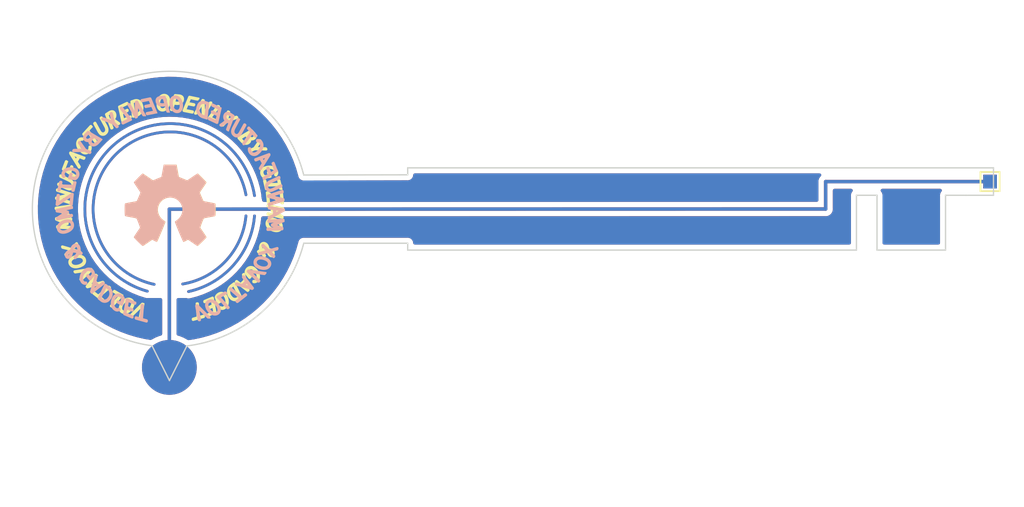
<source format=kicad_pcb>
(kicad_pcb (version 20211014) (generator pcbnew)
  (layers (0 "F.Cu" signal) (31 "B.Cu" signal) (34 "B.Paste" user) (35 "F.Paste" user) (36 "B.SilkS" user "B.Silkscreen") (37 "F.SilkS" user "F.Silkscreen") (38 "B.Mask" user) (39 "F.Mask" user) (44 "Edge.Cuts" user))
  (net 0 "")
  (net 1 "Net-(J1-Pad1)")
  (footprint "TestPoint:TestPoint_Pad_1.0x1.0mm" (layer "F.Cu") (at 210.25 78)
    (fp_text reference "J1" hide)
    (fp_text value "Arm" hide)
  )
  (footprint "TestPoint:TestPoint_Pad_D4.0mm" (layer "F.Cu") (at 150.36 91.56)
    (fp_text reference "J2" hide)
    (fp_text value "Needle" hide)
  )
  (footprint "TestPoint:TestPoint_Pad_D4.0mm" (layer "F.Cu") (at 150.36 91.56)
    (fp_text reference "J2" hide)
    (fp_text value "Needle" hide)
  )
  (footprint "TestPoint:TestPoint_Pad_1.0x1.0mm" (layer "F.Cu") (at 210.252049 78.002299)
    (fp_text reference "J1" hide)
    (fp_text value "Arm" hide)
  )
  (footprint "Symbol:OSHW-Symbol_6.7x6mm_SilkScreen" (layer "F.Cu") (at 150.42 79.75)
    (fp_text reference "REF**" hide)
    (fp_text value "OSHW-Symbol_6.7x6mm_SilkScreen" hide)
  )
  (footprint "Symbol:OSHW-Symbol_6.7x6mm_SilkScreen" (layer "B.Cu") (at 150.420586 79.75 180)
    (fp_text reference "REF**" hide)
    (fp_text value "OSHW-Symbol_6.7x6mm_SilkScreen" hide)
  )
  (gr_arc (start 155.946639 80.5) (mid 154.486868 83.77549) (end 151.328734 85.474299) (layer "F.Cu") (width 0.2))
  (gr_arc (start 149.25 85.499999) (mid 146.492174 75.976187) (end 155.94664 78.963107) (layer "F.Cu") (width 0.2))
  (gr_arc (start 148.75 85.999999) (mid 146.275939 75.350737) (end 156.571781 79.028155) (layer "F.Cu") (width 0.2))
  (gr_arc (start 156.57178 80.5) (mid 155.072878 84.055259) (end 151.755719 86.025799) (layer "F.Cu") (width 0.2))
  (gr_arc (start 149.252049 85.502298) (mid 146.491949 75.976155) (end 155.948689 78.965406) (layer "B.Cu") (width 0.2))
  (gr_arc (start 156.573829 80.502299) (mid 155.07553 84.058084) (end 151.757768 86.028098) (layer "B.Cu") (width 0.2))
  (gr_arc (start 155.948688 80.502299) (mid 154.488853 83.777729) (end 151.330783 85.476598) (layer "B.Cu") (width 0.2))
  (gr_arc (start 148.752049 86.002298) (mid 146.275939 75.350737) (end 156.57383 79.030454) (layer "B.Cu") (width 0.2))
  (gr_poly (pts (xy 156.12727 74.118145) (xy 156.378624 74.382728) (xy 155.783311 75.210874) (xy 155.785957 75.253207) (xy 156.391853 74.430353) (xy 156.656437 74.694936) (xy 156.682895 74.657895) (xy 156.153728 74.081103)) (layer "B.SilkS") (width 0.2) (fill solid))
  (gr_poly (pts (xy 142.205957 79.616609) (xy 142.202251 79.653228) (xy 142.178439 79.634707) (xy 142.205957 79.616609) (xy 142.268397 78.999707) (xy 142.226064 78.999707) (xy 142.157271 79.682332) (xy 142.186376 79.682332) (xy 143.240163 78.976295) (xy 143.173271 79.642645) (xy 143.215605 79.642645) (xy 143.282052 78.973249) (xy 143.24471 78.973249) (xy 143.240163 78.976295) (xy 143.242063 78.957374) (xy 143.24471 78.973249) (xy 143.282052 78.973249) (xy 143.287042 78.922978) (xy 143.260584 78.922978)) (layer "B.SilkS") (width 0.2) (fill solid))
  (gr_poly (pts (xy 156.821788 74.989958) (xy 156.81222 74.990418) (xy 156.802633 74.991229) (xy 156.793036 74.992393) (xy 156.783437 74.993916) (xy 156.783437 75.041541) (xy 156.799604 75.038946) (xy 156.815761 75.037556) (xy 156.831847 75.037345) (xy 156.847807 75.038292) (xy 156.863582 75.040373) (xy 156.879113 75.043566) (xy 156.894344 75.047846) (xy 156.909216 75.05319) (xy 156.923672 75.059577) (xy 156.937653 75.066981) (xy 156.951101 75.075381) (xy 156.96396 75.084753) (xy 156.97617 75.095074) (xy 156.987674 75.106321) (xy 156.998414 75.11847) (xy 157.008332 75.131499) (xy 157.024155 75.154861) (xy 157.037926 75.178773) (xy 157.049703 75.203181) (xy 157.059544 75.228031) (xy 157.067504 75.253268) (xy 157.073642 75.278839) (xy 157.078015 75.304689) (xy 157.080679 75.330763) (xy 157.081693 75.357009) (xy 157.081112 75.38337) (xy 157.078995 75.409793) (xy 157.075398 75.436225) (xy 157.070379 75.462609) (xy 157.063994 75.488893) (xy 157.056302 75.515022) (xy 157.047358 75.540942) (xy 157.025948 75.591936) (xy 157.000219 75.641442) (xy 156.970631 75.689026) (xy 156.937639 75.734253) (xy 156.901702 75.77669) (xy 156.863277 75.815902) (xy 156.82282 75.851455) (xy 156.780791 75.882916) (xy 156.748378 75.90503) (xy 156.715709 75.924644) (xy 156.682901 75.941616) (xy 156.65007 75.9558) (xy 156.617332 75.967055) (xy 156.601034 75.971538) (xy 156.584803 75.975236) (xy 156.568653 75.978129) (xy 156.552599 75.9802) (xy 156.536656 75.981431) (xy 156.520838 75.981804) (xy 156.505159 75.981301) (xy 156.489634 75.979904) (xy 156.474278 75.977596) (xy 156.459105 75.974357) (xy 156.44413 75.970171) (xy 156.429366 75.96502) (xy 156.41483 75.958885) (xy 156.400535 75.951749) (xy 156.386495 75.943593) (xy 156.372726 75.9344) (xy 156.359242 75.924152) (xy 156.346057 75.912831) (xy 156.333187 75.900419) (xy 156.320644 75.886898) (xy 156.308445 75.87225) (xy 156.296603 75.856457) (xy 156.286805 75.841838) (xy 156.277731 75.826837) (xy 156.269387 75.811482) (xy 156.261781 75.795799) (xy 156.254918 75.779816) (xy 156.248806 75.763559) (xy 156.243452 75.747056) (xy 156.238862 75.730333) (xy 156.235042 75.713417) (xy 156.232 75.696335) (xy 156.229743 75.679115) (xy 156.228277 75.661783) (xy 156.227608 75.644365) (xy 156.227744 75.62689) (xy 156.228692 75.609384) (xy 156.230457 75.591874) (xy 156.188124 75.591874) (xy 156.185925 75.611732) (xy 156.184699 75.631589) (xy 156.184437 75.651413) (xy 156.18513 75.67117) (xy 156.186771 75.690826) (xy 156.189349 75.710349) (xy 156.192857 75.729704) (xy 156.197287 75.748858) (xy 156.202629 75.767778) (xy 156.208874 75.786431) (xy 156.216016 75.804782) (xy 156.224044 75.822799) (xy 156.23295 75.840448) (xy 156.242726 75.857696) (xy 156.253363 75.874509) (xy 156.264853 75.890854) (xy 156.276724 75.90654) (xy 156.289379 75.921458) (xy 156.302781 75.935586) (xy 156.31689 75.948902) (xy 156.331668 75.961384) (xy 156.347076 75.973012) (xy 156.363076 75.983762) (xy 156.379628 75.993615) (xy 156.396695 76.002547) (xy 156.414236 76.010538) (xy 156.432214 76.017566) (xy 156.450591 76.023609) (xy 156.469326 76.028645) (xy 156.488382 76.032654) (xy 156.50772 76.035612) (xy 156.527301 76.0375) (xy 156.546957 76.038292) (xy 156.566518 76.03799) (xy 156.585942 76.036609) (xy 156.605188 76.034167) (xy 156.624215 76.030678) (xy 156.642982 76.02616) (xy 156.661447 76.020628) (xy 156.679569 76.014098) (xy 156.697307 76.006588) (xy 156.71462 75.998112) (xy 156.731466 75.988687) (xy 156.747804 75.97833) (xy 156.763592 75.967056) (xy 156.77879 75.954881) (xy 156.793356 75.941822) (xy 156.807249 75.927895) (xy 156.830377 75.910703) (xy 156.85309 75.892405) (xy 156.897032 75.852711) (xy 156.938602 75.809257) (xy 156.977327 75.762489) (xy 156.995475 75.738001) (xy 157.012734 75.712853) (xy 157.029046 75.687099) (xy 157.044351 75.660795) (xy 157.05859 75.633996) (xy 157.071705 75.60676) (xy 157.083635 75.579141) (xy 157.094322 75.551194) (xy 157.103707 75.522976) (xy 157.111731 75.494543) (xy 157.118334 75.46595) (xy 157.123457 75.437253) (xy 157.127042 75.408507) (xy 157.129029 75.379769) (xy 157.129359 75.351093) (xy 157.127974 75.322536) (xy 157.124813 75.294154) (xy 157.119818 75.266002) (xy 157.11293 75.238135) (xy 157.104089 75.21061) (xy 157.093237 75.183483) (xy 157.080314 75.156808) (xy 157.065261 75.130642) (xy 157.04802 75.105041) (xy 157.042387 75.097121) (xy 157.036499 75.089453) (xy 157.030366 75.082039) (xy 157.023996 75.074885) (xy 157.017397 75.067993) (xy 157.010577 75.061366) (xy 157.003545 75.055009) (xy 156.996309 75.048924) (xy 156.988879 75.043116) (xy 156.981261 75.037587) (xy 156.973465 75.032342) (xy 156.965499 75.027384) (xy 156.957371 75.022716) (xy 156.94909 75.018342) (xy 156.940665 75.014266) (xy 156.932103 75.010491) (xy 156.923413 75.00702) (xy 156.914604 75.003858) (xy 156.905683 75.001007) (xy 156.89666 74.998472) (xy 156.887543 74.996255) (xy 156.878339 74.99436) (xy 156.869059 74.992791) (xy 156.859709 74.991552) (xy 156.850299 74.990645) (xy 156.840836 74.990075) (xy 156.83133 74.989845)) (layer "B.SilkS") (width 0.2) (fill solid))
  (gr_poly (pts (xy 145.226438 86.524457) (xy 145.374604 86.638227) (xy 145.390172 86.653018) (xy 145.406458 86.666826) (xy 145.423414 86.679635) (xy 145.440995 86.691427) (xy 145.459153 86.702185) (xy 145.477841 86.711894) (xy 145.497013 86.720537) (xy 145.51662 86.728097) (xy 145.536617 86.734557) (xy 145.556956 86.739901) (xy 145.577591 86.744113) (xy 145.598473 86.747174) (xy 145.619558 86.74907) (xy 145.640796 86.749783) (xy 145.662142 86.749297) (xy 145.683549 86.747594) (xy 145.704825 86.744682) (xy 145.725781 86.740595) (xy 145.746377 86.73536) (xy 145.766568 86.729002) (xy 145.786314 86.721548) (xy 145.805572 86.713024) (xy 145.824299 86.703456) (xy 145.842453 86.692871) (xy 145.859991 86.681296) (xy 145.876872 86.668755) (xy 145.893054 86.655276) (xy 145.908493 86.640885) (xy 145.923147 86.625608) (xy 145.936975 86.609472) (xy 145.949933 86.592502) (xy 145.96198 86.574726) (xy 145.983081 86.552128) (xy 146.00283 86.528549) (xy 146.021204 86.504048) (xy 146.038182 86.478689) (xy 146.05374 86.452532) (xy 146.067856 86.425638) (xy 146.080509 86.398069) (xy 146.091674 86.369887) (xy 146.10133 86.341153) (xy 146.109454 86.311928) (xy 146.116025 86.282273) (xy 146.121018 86.252251) (xy 146.124413 86.221922) (xy 146.126186 86.191349) (xy 146.126309 86.161975) (xy 146.080846 86.161975) (xy 146.080543 86.190314) (xy 146.078734 86.218476) (xy 146.07544 86.246404) (xy 146.07068 86.274043) (xy 146.064476 86.301337) (xy 146.056849 86.328229) (xy 146.047819 86.354665) (xy 146.037408 86.380587) (xy 146.025635 86.40594) (xy 146.012522 86.430669) (xy 145.99809 86.454716) (xy 145.982359 86.478026) (xy 145.965351 86.500544) (xy 145.947085 86.522213) (xy 145.927583 86.542977) (xy 145.916822 86.559066) (xy 145.905237 86.574434) (xy 145.892863 86.589056) (xy 145.87974 86.602908) (xy 145.865906 86.615968) (xy 145.851398 86.62821) (xy 145.836253 86.63961) (xy 145.820511 86.650146) (xy 145.80421 86.659793) (xy 145.787386 86.668527) (xy 145.770078 86.676324) (xy 145.752324 86.683161) (xy 145.734162 86.689013) (xy 145.715629 86.693856) (xy 145.696765 86.697667) (xy 145.677606 86.700422) (xy 145.658322 86.702088) (xy 145.639084 86.702658) (xy 145.619936 86.702148) (xy 145.60092 86.700572) (xy 145.582078 86.697944) (xy 145.563452 86.694279) (xy 145.545085 86.689592) (xy 145.527019 86.683898) (xy 145.509296 86.67721) (xy 145.491959 86.669545) (xy 145.475051 86.660916) (xy 145.458613 86.651338) (xy 145.442688 86.640826) (xy 145.427319 86.629394) (xy 145.412547 86.617057) (xy 145.398416 86.60383) (xy 145.282 86.513873) (xy 145.715916 85.630165) (xy 145.87202 85.749227) (xy 145.894225 85.767072) (xy 145.915331 85.785984) (xy 145.935311 85.805913) (xy 145.954137 85.826804) (xy 145.971778 85.848607) (xy 145.988208 85.871267) (xy 146.003398 85.894733) (xy 146.017319 85.918952) (xy 146.029944 85.943872) (xy 146.041243 85.96944) (xy 146.051189 85.995603) (xy 146.059753 86.022309) (xy 146.066906 86.049506) (xy 146.072621 86.077141) (xy 146.076869 86.105162) (xy 146.079621 86.133515) (xy 146.080846 86.161975) (xy 146.126309 86.161975) (xy 146.126315 86.160591) (xy 146.124777 86.129712) (xy 146.121574 86.09896) (xy 146.116742 86.068584) (xy 146.110314 86.038642) (xy 146.102321 86.009189) (xy 146.092795 85.980283) (xy 146.081766 85.951983) (xy 146.069268 85.924344) (xy 146.05533 85.897424) (xy 146.039986 85.871281) (xy 146.023267 85.845972) (xy 146.005203 85.821554) (xy 145.985827 85.798084) (xy 145.965171 85.775619) (xy 145.943266 85.754217) (xy 145.920143 85.733935) (xy 145.895834 85.714831) (xy 145.697396 85.564019)) (layer "B.SilkS") (width 0.2) (fill solid))
  (gr_poly (pts (xy 150.792437 71.814064) (xy 150.773569 71.815375) (xy 150.755193 71.817544) (xy 150.737315 71.820559) (xy 150.719941 71.824407) (xy 150.703077 71.829077) (xy 150.686728 71.834554) (xy 150.6709 71.840826) (xy 150.6556 71.847882) (xy 150.640832 71.855708) (xy 150.626604 71.864292) (xy 150.612919 71.87362) (xy 150.599786 71.883682) (xy 150.587208 71.894463) (xy 150.575192 71.905951) (xy 150.563744 71.918134) (xy 150.55287 71.931) (xy 150.542575 71.944535) (xy 150.532865 71.958726) (xy 150.523747 71.973563) (xy 150.515225 71.98903) (xy 150.507306 72.005117) (xy 150.499995 72.021811) (xy 150.493299 72.039099) (xy 150.487223 72.056968) (xy 150.481773 72.075405) (xy 150.476954 72.094399) (xy 150.472773 72.113936) (xy 150.469236 72.134005) (xy 150.466347 72.154592) (xy 150.464114 72.175684) (xy 150.462542 72.19727) (xy 150.461517 72.25648) (xy 150.464387 72.316617) (xy 150.47114 72.377055) (xy 150.481765 72.437172) (xy 150.496251 72.496344) (xy 150.514585 72.553946) (xy 150.536756 72.609354) (xy 150.562753 72.661944) (xy 150.592563 72.711093) (xy 150.608894 72.734182) (xy 150.626175 72.756176) (xy 150.644403 72.776998) (xy 150.663578 72.79657) (xy 150.683697 72.814813) (xy 150.704759 72.83165) (xy 150.726764 72.847002) (xy 150.749708 72.860792) (xy 150.773592 72.872941) (xy 150.798413 72.883373) (xy 150.824169 72.892007) (xy 150.850861 72.898768) (xy 150.878485 72.903576) (xy 150.907042 72.906353) (xy 150.926396 72.906845) (xy 150.945264 72.906347) (xy 150.96364 72.904878) (xy 150.981518 72.902457) (xy 150.998892 72.899101) (xy 151.015756 72.894831) (xy 151.032105 72.889662) (xy 151.047932 72.883615) (xy 151.063232 72.876708) (xy 151.078 72.868959) (xy 151.092229 72.860386) (xy 151.105913 72.851008) (xy 151.119047 72.840843) (xy 151.131625 72.829909) (xy 151.14364 72.818226) (xy 151.155088 72.805811) (xy 151.165963 72.792684) (xy 151.176257 72.778861) (xy 151.185967 72.764362) (xy 151.195086 72.749205) (xy 151.203607 72.733409) (xy 151.211526 72.716991) (xy 151.218837 72.699971) (xy 151.225533 72.682367) (xy 151.231609 72.664197) (xy 151.23706 72.645479) (xy 151.241878 72.626232) (xy 151.246059 72.606475) (xy 151.249597 72.586225) (xy 151.252485 72.565502) (xy 151.254718 72.544323) (xy 151.256291 72.522707) (xy 151.257316 72.463497) (xy 151.257129 72.459583) (xy 151.209907 72.459583) (xy 151.209721 72.486077) (xy 151.208666 72.512124) (xy 151.205163 72.551946) (xy 151.199613 72.589969) (xy 151.192016 72.626071) (xy 151.182374 72.660125) (xy 151.170684 72.69201) (xy 151.156949 72.7216) (xy 151.149314 72.735495) (xy 151.141167 72.748771) (xy 151.132508 72.761411) (xy 151.123338 72.7734) (xy 151.113657 72.784722) (xy 151.103464 72.795363) (xy 151.092759 72.805305) (xy 151.081542 72.814534) (xy 151.069814 72.823035) (xy 151.057575 72.830792) (xy 151.044824 72.837789) (xy 151.031561 72.844011) (xy 151.017787 72.849442) (xy 151.003501 72.854067) (xy 150.988703 72.85787) (xy 150.973394 72.860837) (xy 150.957573 72.86295) (xy 150.941241 72.864196) (xy 150.924397 72.864557) (xy 150.907042 72.86402) (xy 150.881183 72.861522) (xy 150.856192 72.857058) (xy 150.832069 72.850708) (xy 150.808815 72.842553) (xy 150.786429 72.832674) (xy 150.764911 72.82115) (xy 150.744261 72.808063) (xy 150.724479 72.793492) (xy 150.705565 72.777518) (xy 150.68752 72.760221) (xy 150.670343 72.741682) (xy 150.654034 72.721982) (xy 150.638593 72.7012) (xy 150.62402 72.679417) (xy 150.610315 72.656714) (xy 150.597479 72.633171) (xy 150.585511 72.608868) (xy 150.574411 72.583886) (xy 150.564179 72.558305) (xy 150.554815 72.532205) (xy 150.546319 72.505668) (xy 150.538692 72.478773) (xy 150.531932 72.451601) (xy 150.526041 72.424233) (xy 150.521018 72.396748) (xy 150.516864 72.369227) (xy 150.513577 72.341751) (xy 150.511158 72.3144) (xy 150.509608 72.287254) (xy 150.508926 72.260394) (xy 150.509112 72.2339) (xy 150.510166 72.207853) (xy 150.51367 72.168031) (xy 150.51922 72.130008) (xy 150.526816 72.093907) (xy 150.536459 72.059852) (xy 150.548148 72.027967) (xy 150.561884 71.998378) (xy 150.569519 71.984482) (xy 150.577666 71.971206) (xy 150.586324 71.958566) (xy 150.595494 71.946577) (xy 150.605176 71.935255) (xy 150.615369 71.924615) (xy 150.626074 71.914672) (xy 150.63729 71.905443) (xy 150.649018 71.896942) (xy 150.661258 71.889185) (xy 150.674009 71.882188) (xy 150.687272 71.875966) (xy 150.701046 71.870535) (xy 150.715332 71.86591) (xy 150.73013 71.862107) (xy 150.745439 71.859141) (xy 150.76126 71.857027) (xy 150.777592 71.855782) (xy 150.794436 71.85542) (xy 150.811791 71.855957) (xy 150.83765 71.858455) (xy 150.862641 71.862919) (xy 150.886764 71.869269) (xy 150.910018 71.877424) (xy 150.932404 71.887303) (xy 150.953922 71.898827) (xy 150.974572 71.911914) (xy 150.994354 71.926485) (xy 151.013267 71.942459) (xy 151.031313 71.959756) (xy 151.04849 71.978295) (xy 151.064799 71.997995) (xy 151.08024 72.018777) (xy 151.094813 72.04056) (xy 151.108517 72.063263) (xy 151.121354 72.086806) (xy 151.133322 72.111109) (xy 151.144422 72.136091) (xy 151.154654 72.161672) (xy 151.164018 72.187772) (xy 151.172513 72.214309) (xy 151.180141 72.241204) (xy 151.1869 72.268376) (xy 151.192791 72.295744) (xy 151.197814 72.323229) (xy 151.201969 72.35075) (xy 151.205256 72.378226) (xy 151.207674 72.405578) (xy 151.209224 72.432723) (xy 151.209907 72.459583) (xy 151.257129 72.459583) (xy 151.254446 72.403361) (xy 151.247693 72.342922) (xy 151.237068 72.282805) (xy 151.222582 72.223633) (xy 151.204248 72.166031) (xy 151.182077 72.110623) (xy 151.15608 72.058033) (xy 151.12627 72.008884) (xy 151.109939 71.985795) (xy 151.092658 71.963801) (xy 151.07443 71.942979) (xy 151.055255 71.923407) (xy 151.035136 71.905164) (xy 151.014074 71.888327) (xy 150.992069 71.872975) (xy 150.969125 71.859185) (xy 150.945241 71.847036) (xy 150.92042 71.836605) (xy 150.894664 71.82797) (xy 150.867972 71.821209) (xy 150.840348 71.816402) (xy 150.811791 71.813624)) (layer "B.SilkS") (width 0.2) (fill solid))
  (gr_poly (pts (xy 143.781813 75.168541) (xy 144.001417 75.478103) (xy 144.044949 75.537386) (xy 144.089722 75.597166) (xy 144.168105 75.700353) (xy 143.842668 75.700353) (xy 143.395522 75.713582) (xy 143.366418 75.755915) (xy 144.191917 75.734749) (xy 144.551751 75.893499) (xy 144.578209 75.853812) (xy 144.213082 75.697707) (xy 143.808271 75.128853)) (layer "B.SilkS") (width 0.2) (fill solid))
  (gr_poly (pts (xy 157.579833 79.039394) (xy 157.579833 79.089666) (xy 158.373582 79.285457) (xy 158.585249 79.333082) (xy 158.304791 79.415103) (xy 157.638041 79.637353) (xy 157.638041 79.684978) (xy 158.66727 79.356895) (xy 158.66727 79.306624) (xy 157.87352 79.113478) (xy 157.638041 79.063207) (xy 157.918499 78.981186) (xy 158.598478 78.761582) (xy 158.598478 78.713957)) (layer "B.SilkS") (width 0.2) (fill solid))
  (gr_poly (pts (xy 156.106103 84.555956) (xy 156.870749 85.278269) (xy 156.897207 85.241228) (xy 156.431541 84.807311) (xy 156.166957 84.561248) (xy 156.579707 84.619457) (xy 157.291437 84.725291) (xy 157.323187 84.688249) (xy 156.137853 84.513623)) (layer "B.SilkS") (width 0.2) (fill solid))
  (gr_poly (pts (xy 144.673458 86.037623) (xy 144.705208 86.072019) (xy 145.269587 85.640749) (xy 145.231729 85.640749) (xy 145.202624 85.672498) (xy 145.182913 85.653434) (xy 145.012124 85.78627) (xy 144.93986 85.841543) (xy 144.866603 85.899048) (xy 144.721083 86.013812) (xy 144.777968 85.812728) (xy 144.805915 85.716155) (xy 144.834854 85.619582) (xy 144.900522 85.3803) (xy 145.182913 85.653434) (xy 145.217441 85.626578) (xy 145.231729 85.640749) (xy 145.269587 85.640749) (xy 145.546583 85.429082) (xy 145.512187 85.397332) (xy 145.217441 85.626578) (xy 144.9152 85.326814) (xy 144.900522 85.3803) (xy 144.879832 85.360289) (xy 144.908938 85.320603) (xy 144.9152 85.326814) (xy 145.028 84.91579) (xy 144.993604 84.881394)) (layer "B.SilkS") (width 0.2) (fill solid))
  (gr_poly (pts (xy 155.045124 74.067874) (xy 155.02153 74.116314) (xy 155.002222 74.162452) (xy 154.987023 74.206342) (xy 154.975754 74.248039) (xy 154.968236 74.287596) (xy 154.964292 74.325068) (xy 154.963743 74.360509) (xy 154.966411 74.393973) (xy 154.972117 74.425515) (xy 154.980684 74.455189) (xy 154.991932 74.483049) (xy 155.005685 74.509149) (xy 155.021763 74.533545) (xy 155.039988 74.556289) (xy 155.060181 74.577436) (xy 155.082166 74.597041) (xy 155.0931 74.608091) (xy 155.104591 74.618419) (xy 155.116603 74.62801) (xy 155.129101 74.636853) (xy 155.142046 74.644933) (xy 155.155405 74.652237) (xy 155.16914 74.658751) (xy 155.183216 74.664461) (xy 155.197596 74.669356) (xy 155.212244 74.67342) (xy 155.227124 74.676641) (xy 155.2422 74.679004) (xy 155.257437 74.680498) (xy 155.272796 74.681107) (xy 155.288244 74.680819) (xy 155.303743 74.679621) (xy 155.319145 74.677515) (xy 155.334305 74.674531) (xy 155.349189 74.670688) (xy 155.363765 74.666007) (xy 155.378 74.660509) (xy 155.391863 74.654215) (xy 155.405321 74.647146) (xy 155.418341 74.639322) (xy 155.430892 74.630765) (xy 155.442939 74.621494) (xy 155.454452 74.611531) (xy 155.465397 74.600897) (xy 155.475742 74.589612) (xy 155.485455 74.577697) (xy 155.494503 74.565173) (xy 155.502853 74.552061) (xy 155.513117 74.53921) (xy 155.5231 74.526147) (xy 155.5328 74.512877) (xy 155.542213 74.499405) (xy 155.551336 74.485735) (xy 155.560167 74.471871) (xy 155.568701 74.457819) (xy 155.576936 74.443583) (xy 155.883853 73.877374) (xy 155.846812 73.84827) (xy 155.545186 74.401249) (xy 155.541823 74.408847) (xy 155.538307 74.416369) (xy 155.534638 74.423812) (xy 155.530818 74.431174) (xy 155.526849 74.438452) (xy 155.522733 74.445645) (xy 155.51847 74.45275) (xy 155.514062 74.459765) (xy 155.50951 74.466687) (xy 155.504816 74.473515) (xy 155.499982 74.480247) (xy 155.495008 74.486879) (xy 155.489896 74.49341) (xy 155.484648 74.499838) (xy 155.479265 74.50616) (xy 155.473749 74.512374) (xy 155.466374 74.523746) (xy 155.458419 74.534626) (xy 155.449908 74.544995) (xy 155.440868 74.554838) (xy 155.431324 74.564137) (xy 155.421302 74.572876) (xy 155.410828 74.581036) (xy 155.399929 74.588603) (xy 155.388629 74.595557) (xy 155.376956 74.601883) (xy 155.364934 74.607564) (xy 155.35259 74.612582) (xy 155.339949 74.616922) (xy 155.327038 74.620564) (xy 155.313883 74.623494) (xy 155.300508 74.625693) (xy 155.287032 74.627138) (xy 155.273571 74.627821) (xy 155.260156 74.627751) (xy 155.246816 74.626937) (xy 155.233581 74.62539) (xy 155.22048 74.623119) (xy 155.207543 74.620133) (xy 155.194799 74.616442) (xy 155.182277 74.612054) (xy 155.170007 74.60698) (xy 155.158019 74.601229) (xy 155.146342 74.59481) (xy 155.135005 74.587732) (xy 155.124038 74.580006) (xy 155.113471 74.571641) (xy 155.103332 74.562645) (xy 155.093855 74.55425) (xy 155.084783 74.545437) (xy 155.076133 74.536205) (xy 155.067924 74.526554) (xy 155.060171 74.516485) (xy 155.052894 74.505997) (xy 155.046108 74.495091) (xy 155.039832 74.483766) (xy 155.034084 74.472022) (xy 155.028879 74.45986) (xy 155.024237 74.44728) (xy 155.020175 74.43428) (xy 155.016709 74.420863) (xy 155.013857 74.407026) (xy 155.011637 74.392771) (xy 155.010067 74.378098) (xy 155.009163 74.363006) (xy 155.008943 74.347495) (xy 155.009424 74.331566) (xy 155.010625 74.315218) (xy 155.012562 74.298451) (xy 155.015252 74.281266) (xy 155.018714 74.263663) (xy 155.022965 74.245641) (xy 155.028022 74.2272) (xy 155.033902 74.208341) (xy 155.040624 74.189063) (xy 155.048204 74.169366) (xy 155.05666 74.149251) (xy 155.066009 74.128717) (xy 155.076269 74.107765) (xy 155.087457 74.086394) (xy 155.412895 73.485791) (xy 155.375853 73.456686)) (layer "B.SilkS") (width 0.2) (fill solid))
  (gr_poly (pts (xy 148.287666 88.032582) (xy 147.927833 87.93204) (xy 147.927833 87.979664) (xy 148.689833 88.191331) (xy 148.689833 88.146351) (xy 148.332645 88.045809) (xy 148.409375 87.027165) (xy 148.364396 87.027165)) (layer "B.SilkS") (width 0.2) (fill solid))
  (gr_poly (pts (xy 147.083812 87.656873) (xy 147.647375 87.894999) (xy 147.647375 87.852666) (xy 147.118208 87.633061) (xy 147.205522 87.204436) (xy 147.642084 87.389645) (xy 147.642084 87.347312) (xy 147.231978 87.159457) (xy 147.319291 86.667331) (xy 147.848458 86.894873) (xy 147.848458 86.85254) (xy 147.271667 86.609124)) (layer "B.SilkS") (width 0.2) (fill solid))
  (gr_poly (pts (xy 157.17502 82.687998) (xy 157.439603 82.952581) (xy 157.451132 82.964865) (xy 157.465359 82.979412) (xy 157.481508 82.995509) (xy 157.498804 83.012443) (xy 157.533737 83.045971) (xy 157.563957 83.07429) (xy 157.36552 83.12456) (xy 156.95277 83.23833) (xy 156.931603 83.291248) (xy 157.590416 83.098103) (xy 157.96877 83.48704) (xy 157.989937 83.439415) (xy 157.741228 83.174831) (xy 157.630103 83.068998) (xy 157.802082 83.024019) (xy 158.209541 82.926123) (xy 158.230707 82.873207) (xy 157.606291 83.055769) (xy 157.193541 82.640373)) (layer "B.SilkS") (width 0.2) (fill solid))
  (gr_poly (pts (xy 153.385794 86.688505) (xy 153.358886 86.690596) (xy 153.331941 86.694745) (xy 153.304996 86.701023) (xy 153.278087 86.7095) (xy 153.251249 86.720248) (xy 153.233591 86.728283) (xy 153.216828 86.736997) (xy 153.200958 86.746371) (xy 153.185977 86.756385) (xy 153.171881 86.767022) (xy 153.158668 86.778262) (xy 153.146333 86.790086) (xy 153.134874 86.802476) (xy 153.124287 86.815412) (xy 153.114568 86.828875) (xy 153.105715 86.842848) (xy 153.097724 86.85731) (xy 153.090591 86.872243) (xy 153.084313 86.887628) (xy 153.078887 86.903446) (xy 153.074309 86.919678) (xy 153.070576 86.936306) (xy 153.067685 86.95331) (xy 153.065632 86.970671) (xy 153.064413 86.988372) (xy 153.064026 87.006392) (xy 153.064467 87.024712) (xy 153.065732 87.043315) (xy 153.067819 87.062181) (xy 153.070723 87.081291) (xy 153.074441 87.100626) (xy 153.078971 87.120168) (xy 153.084308 87.139897) (xy 153.09045 87.159795) (xy 153.097392 87.179842) (xy 153.105132 87.200021) (xy 153.113666 87.220311) (xy 153.139042 87.273611) (xy 153.168345 87.325984) (xy 153.201283 87.376877) (xy 153.237565 87.425735) (xy 153.276902 87.472004) (xy 153.319002 87.51513) (xy 153.340998 87.535341) (xy 153.363575 87.554558) (xy 153.386698 87.572713) (xy 153.41033 87.589735) (xy 153.434435 87.605556) (xy 153.458976 87.620106) (xy 153.483918 87.633316) (xy 153.509223 87.645116) (xy 153.534856 87.655439) (xy 153.56078 87.664213) (xy 153.586959 87.67137) (xy 153.613357 87.676841) (xy 153.639936 87.680556) (xy 153.666661 87.682446) (xy 153.693496 87.682441) (xy 153.720404 87.680473) (xy 153.747349 87.676473) (xy 153.774294 87.67037) (xy 153.801204 87.662096) (xy 153.828041 87.651581) (xy 153.8457 87.643539) (xy 153.862462 87.634803) (xy 153.878332 87.625395) (xy 153.893314 87.615336) (xy 153.907409 87.604644) (xy 153.920623 87.593341) (xy 153.932957 87.581447) (xy 153.944416 87.568982) (xy 153.955003 87.555967) (xy 153.964722 87.542421) (xy 153.973575 87.528366) (xy 153.981566 87.513822) (xy 153.988699 87.498809) (xy 153.994977 87.483347) (xy 154.000403 87.467457) (xy 154.004981 87.451159) (xy 154.008714 87.434474) (xy 154.011605 87.417421) (xy 154.013659 87.400022) (xy 154.014877 87.382295) (xy 154.015153 87.369443) (xy 153.969898 87.369443) (xy 153.969377 87.385323) (xy 153.96811 87.400883) (xy 153.96609 87.416109) (xy 153.963309 87.430985) (xy 153.959762 87.445497) (xy 153.95544 87.45963) (xy 153.950336 87.473368) (xy 153.944442 87.486697) (xy 153.937753 87.499602) (xy 153.930259 87.512067) (xy 153.921955 87.524078) (xy 153.912832 87.53562) (xy 153.902884 87.546677) (xy 153.892102 87.557234) (xy 153.880481 87.567277) (xy 153.868013 87.57679) (xy 153.85469 87.585759) (xy 153.840505 87.594169) (xy 153.825451 87.602004) (xy 153.80952 87.609249) (xy 153.78472 87.618811) (xy 153.759946 87.626212) (xy 153.735224 87.631526) (xy 153.710581 87.634823) (xy 153.686042 87.636177) (xy 153.661634 87.63566) (xy 153.637383 87.633343) (xy 153.613315 87.629299) (xy 153.589457 87.6236) (xy 153.565834 87.616318) (xy 153.542472 87.607526) (xy 153.519398 87.597295) (xy 153.496639 87.585699) (xy 153.474219 87.572808) (xy 153.452166 87.558695) (xy 153.430505 87.543433) (xy 153.409262 87.527093) (xy 153.388465 87.509748) (xy 153.348308 87.472331) (xy 153.310244 87.431759) (xy 153.274483 87.38861) (xy 153.241233 87.343461) (xy 153.210704 87.29689) (xy 153.183105 87.249473) (xy 153.158645 87.201789) (xy 153.143586 87.16485) (xy 153.131189 87.128523) (xy 153.121514 87.092924) (xy 153.114617 87.058171) (xy 153.110557 87.024378) (xy 153.109392 86.991663) (xy 153.109914 86.975746) (xy 153.111181 86.960142) (xy 153.113201 86.944865) (xy 153.115981 86.929931) (xy 153.119529 86.915353) (xy 153.123851 86.901146) (xy 153.128955 86.887324) (xy 153.134848 86.873903) (xy 153.141538 86.860897) (xy 153.149031 86.84832) (xy 153.157336 86.836186) (xy 153.166459 86.824511) (xy 153.176407 86.813309) (xy 153.187188 86.802594) (xy 153.198809 86.792381) (xy 153.211278 86.782684) (xy 153.224601 86.773519) (xy 153.238786 86.764899) (xy 153.25384 86.756838) (xy 153.26977 86.749353) (xy 153.293902 86.740512) (xy 153.318153 86.733785) (xy 153.342486 86.729101) (xy 153.366865 86.726388) (xy 153.391254 86.725574) (xy 153.415616 86.726587) (xy 153.439915 86.729356) (xy 153.464115 86.733808) (xy 153.488179 86.739874) (xy 153.512071 86.747479) (xy 153.535755 86.756554) (xy 153.559194 86.767026) (xy 153.582353 86.778823) (xy 153.605194 86.791874) (xy 153.627681 86.806108) (xy 153.649778 86.821451) (xy 153.692657 86.855183) (xy 153.73354 86.892496) (xy 153.772137 86.932817) (xy 153.808156 86.975571) (xy 153.841307 87.020186) (xy 153.871299 87.066088) (xy 153.897842 87.112703) (xy 153.920645 87.159457) (xy 153.935704 87.196396) (xy 153.948101 87.232718) (xy 153.957777 87.268304) (xy 153.964674 87.303034) (xy 153.968734 87.336787) (xy 153.969898 87.369443) (xy 154.015153 87.369443) (xy 154.015264 87.364263) (xy 154.014823 87.345945) (xy 154.013558 87.327361) (xy 154.011472 87.308533) (xy 154.008567 87.289479) (xy 154.004849 87.270221) (xy 154.000319 87.250779) (xy 153.994982 87.231173) (xy 153.98884 87.211424) (xy 153.981898 87.191552) (xy 153.974158 87.171577) (xy 153.965624 87.151519) (xy 153.940248 87.098191) (xy 153.910946 87.045738) (xy 153.878008 86.994726) (xy 153.841725 86.945723) (xy 153.802388 86.899293) (xy 153.760288 86.856002) (xy 153.738293 86.835711) (xy 153.715715 86.816417) (xy 153.692592 86.79819) (xy 153.66896 86.781102) (xy 153.644856 86.765224) (xy 153.620314 86.750625) (xy 153.595373 86.737377) (xy 153.570067 86.72555) (xy 153.544434 86.715216) (xy 153.51851 86.706444) (xy 153.492331 86.699306) (xy 153.465934 86.693872) (xy 153.439354 86.690214) (xy 153.412629 86.688401)) (layer "B.SilkS") (width 0.2) (fill solid))
  (gr_poly (pts (xy 154.594009 73.006895) (xy 154.582212 73.007733) (xy 154.570636 73.009262) (xy 154.559285 73.011487) (xy 154.548162 73.014419) (xy 154.537272 73.018063) (xy 154.526618 73.022429) (xy 154.516205 73.027523) (xy 154.506035 73.033353) (xy 154.496114 73.039928) (xy 154.486445 73.047254) (xy 154.477031 73.05534) (xy 154.467878 73.064194) (xy 154.458987 73.073822) (xy 154.450365 73.084234) (xy 154.442013 73.095436) (xy 154.433937 73.107436) (xy 154.425135 73.123435) (xy 154.417225 73.139793) (xy 154.410211 73.156474) (xy 154.404096 73.173441) (xy 154.398885 73.190658) (xy 154.394582 73.208089) (xy 154.39119 73.225697) (xy 154.388715 73.243446) (xy 154.38716 73.261299) (xy 154.386529 73.279219) (xy 154.386827 73.297171) (xy 154.388058 73.315118) (xy 154.390225 73.333022) (xy 154.393333 73.350849) (xy 154.397386 73.368561) (xy 154.402388 73.386122) (xy 154.408307 73.403396) (xy 154.415092 73.420252) (xy 154.422717 73.436662) (xy 154.43116 73.4526) (xy 154.440396 73.468036) (xy 154.4504 73.482945) (xy 154.461149 73.497298) (xy 154.472618 73.511068) (xy 154.484783 73.524226) (xy 154.49762 73.536747) (xy 154.511105 73.548601) (xy 154.525213 73.559761) (xy 154.53992 73.570201) (xy 154.542666 73.571942) (xy 154.108499 73.877374) (xy 154.156124 73.906478) (xy 154.590179 73.598694) (xy 154.777895 73.718624) (xy 154.595333 74.194874) (xy 154.637666 74.221332) (xy 155.013235 73.237082) (xy 154.968395 73.237082) (xy 154.791124 73.684228) (xy 154.66122 73.596915) (xy 154.592687 73.596915) (xy 154.590179 73.598694) (xy 154.587395 73.596915) (xy 154.571035 73.588805) (xy 154.555202 73.579891) (xy 154.542666 73.571942) (xy 154.563582 73.557228) (xy 154.592687 73.596915) (xy 154.66122 73.596915) (xy 154.629728 73.575749) (xy 154.611514 73.563743) (xy 154.594081 73.551544) (xy 154.577439 73.53916) (xy 154.561593 73.5266) (xy 154.546551 73.51387) (xy 154.532321 73.50098) (xy 154.51891 73.487938) (xy 154.506325 73.474753) (xy 154.494573 73.461431) (xy 154.483662 73.447982) (xy 154.473598 73.434414) (xy 154.464389 73.420735) (xy 154.456043 73.406954) (xy 154.448567 73.393077) (xy 154.441967 73.379115) (xy 154.436252 73.365075) (xy 154.431427 73.350964) (xy 154.427502 73.336793) (xy 154.424483 73.322568) (xy 154.422376 73.308298) (xy 154.421191 73.293991) (xy 154.420933 73.279655) (xy 154.42161 73.2653) (xy 154.423229 73.250932) (xy 154.425798 73.23656) (xy 154.429324 73.222192) (xy 154.433813 73.207838) (xy 154.439274 73.193504) (xy 154.445714 73.179199) (xy 154.45314 73.164931) (xy 154.461559 73.150709) (xy 154.470978 73.136541) (xy 154.480818 73.122972) (xy 154.490507 73.110525) (xy 154.500066 73.099176) (xy 154.509513 73.0889) (xy 154.518869 73.079673) (xy 154.528155 73.071469) (xy 154.537389 73.064264) (xy 154.546591 73.058034) (xy 154.555782 73.052753) (xy 154.564981 73.048397) (xy 154.574208 73.044941) (xy 154.583483 73.04236) (xy 154.592826 73.040631) (xy 154.602256 73.039727) (xy 154.611794 73.039624) (xy 154.62146 73.040299) (xy 154.631273 73.041725) (xy 154.641253 73.043878) (xy 154.65142 73.046733) (xy 154.661793 73.050267) (xy 154.672394 73.054453) (xy 154.683241 73.059268) (xy 154.694355 73.064687) (xy 154.705754 73.070684) (xy 154.729493 73.084317) (xy 154.754615 73.099969) (xy 154.781279 73.117443) (xy 154.809645 73.136541) (xy 154.968395 73.237082) (xy 155.013235 73.237082) (xy 155.021312 73.215916) (xy 154.809645 73.080978) (xy 154.780195 73.063253) (xy 154.751395 73.047823) (xy 154.723278 73.034748) (xy 154.695874 73.024093) (xy 154.669214 73.015917) (xy 154.656173 73.012779) (xy 154.643329 73.010285) (xy 154.630687 73.008441) (xy 154.618251 73.007256) (xy 154.606023 73.006738)) (layer "B.SilkS") (width 0.2) (fill solid))
  (gr_poly (pts (xy 147.941062 72.205207) (xy 147.919894 73.028061) (xy 147.919894 73.247666) (xy 147.886078 73.181396) (xy 147.851765 73.116366) (xy 147.779666 72.983082) (xy 147.430416 72.369249) (xy 147.385437 72.369249) (xy 147.914603 73.297936) (xy 147.962229 73.279416) (xy 147.983396 72.456561) (xy 147.983396 72.26077) (xy 148.120979 72.525353) (xy 148.47552 73.136541) (xy 148.520498 73.136541) (xy 147.988687 72.186686)) (layer "B.SilkS") (width 0.2) (fill solid))
  (gr_poly (pts (xy 157.638041 79.936331) (xy 158.021687 79.992988) (xy 158.021687 80.415337) (xy 157.638041 80.626895) (xy 157.638041 80.677166) (xy 158.696374 80.095082) (xy 158.696374 80.079207) (xy 158.643457 80.079207) (xy 158.461226 80.177764) (xy 158.372218 80.225058) (xy 158.280978 80.272353) (xy 158.06402 80.391992) (xy 158.06402 80.417874) (xy 158.021687 80.428457) (xy 158.021687 80.415337) (xy 158.06402 80.391992) (xy 158.06402 79.99924) (xy 158.021687 79.992988) (xy 158.021687 79.973374) (xy 158.06402 79.973374) (xy 158.06402 79.99924) (xy 158.265103 80.028936) (xy 158.643457 80.079207) (xy 158.696374 80.079207) (xy 158.696374 80.047456) (xy 157.638041 79.888707)) (layer "B.SilkS") (width 0.2) (fill solid))
  (gr_poly (pts (xy 148.351167 72.078207) (xy 148.377625 72.112603) (xy 148.922667 72.001478) (xy 149.089355 72.406291) (xy 148.626333 72.498895) (xy 148.642208 72.535936) (xy 149.105228 72.445978) (xy 149.301021 72.911645) (xy 148.729521 73.02277) (xy 148.748041 73.062457) (xy 149.361875 72.940749) (xy 148.95177 71.953853)) (layer "B.SilkS") (width 0.2) (fill solid))
  (gr_poly (pts (xy 143.532338 82.6177) (xy 143.520133 82.618496) (xy 143.507982 82.61997) (xy 143.495915 82.622122) (xy 143.483961 82.624952) (xy 143.472149 82.628458) (xy 143.460508 82.632638) (xy 143.449067 82.637492) (xy 143.437855 82.643019) (xy 143.408556 82.657643) (xy 143.38206 82.674616) (xy 143.358191 82.693777) (xy 143.336775 82.714963) (xy 143.317639 82.738015) (xy 143.300607 82.762768) (xy 143.285505 82.789062) (xy 143.272159 82.816735) (xy 143.260394 82.845625) (xy 143.250036 82.87557) (xy 143.232844 82.937978) (xy 143.219185 83.002666) (xy 143.208747 83.06218) (xy 143.198653 83.063619) (xy 143.155465 83.071573) (xy 143.112549 83.081295) (xy 143.069959 83.092785) (xy 143.027749 83.106042) (xy 143.014313 83.109976) (xy 143.001168 83.11459) (xy 142.988337 83.119868) (xy 142.975842 83.125789) (xy 142.963705 83.132338) (xy 142.951948 83.139496) (xy 142.940593 83.147246) (xy 142.929663 83.155569) (xy 142.919179 83.164447) (xy 142.909164 83.173865) (xy 142.89964 83.183802) (xy 142.890629 83.194242) (xy 142.882153 83.205167) (xy 142.874233 83.216558) (xy 142.866894 83.228399) (xy 142.860155 83.240672) (xy 142.854075 83.253283) (xy 142.848694 83.266133) (xy 142.844016 83.279195) (xy 142.840042 83.292438) (xy 142.836773 83.305836) (xy 142.834211 83.31936) (xy 142.832358 83.332982) (xy 142.831214 83.346673) (xy 142.830783 83.360404) (xy 142.831065 83.374148) (xy 142.832063 83.387877) (xy 142.833777 83.401561) (xy 142.836209 83.415173) (xy 142.839362 83.428684) (xy 142.843236 83.442066) (xy 142.847833 83.45529) (xy 142.850258 83.461944) (xy 142.853027 83.468422) (xy 142.85613 83.474712) (xy 142.859556 83.480803) (xy 142.863294 83.486685) (xy 142.867335 83.492346) (xy 142.871667 83.497776) (xy 142.87628 83.502962) (xy 142.881164 83.507894) (xy 142.886309 83.51256) (xy 142.891703 83.51695) (xy 142.897337 83.521053) (xy 142.9032 83.524857) (xy 142.909281 83.528351) (xy 142.915571 83.531524) (xy 142.922058 83.534365) (xy 142.928691 83.536848) (xy 142.935413 83.538955) (xy 142.94221 83.540687) (xy 142.949065 83.542044) (xy 142.955965 83.543028) (xy 142.962893 83.543638) (xy 142.969835 83.543876) (xy 142.976774 83.543742) (xy 142.983697 83.543237) (xy 142.990587 83.542362) (xy 142.99743 83.541117) (xy 143.00421 83.539503) (xy 143.010912 83.537521) (xy 143.01752 83.535172) (xy 143.02402 83.532455) (xy 143.030396 83.529373) (xy 143.057074 83.516176) (xy 143.081163 83.50051) (xy 143.102835 83.482538) (xy 143.122261 83.462426) (xy 143.139611 83.44034) (xy 143.155056 83.416444) (xy 143.168769 83.390903) (xy 143.180918 83.363884) (xy 143.191677 83.335551) (xy 143.201215 83.306069) (xy 143.217314 83.24432) (xy 143.230584 83.179959) (xy 143.242392 83.114308) (xy 143.245601 83.096335) (xy 143.246071 83.096264) (xy 143.287853 83.091767) (xy 143.329751 83.089069) (xy 143.371709 83.08817) (xy 143.413666 83.089069) (xy 143.455565 83.091767) (xy 143.497346 83.096264) (xy 143.538951 83.102559) (xy 143.580322 83.110653) (xy 143.621399 83.120546) (xy 143.662123 83.132238) (xy 143.702437 83.145728) (xy 143.706996 83.147316) (xy 143.71302 83.132499) (xy 143.719942 83.112709) (xy 143.721615 83.10713) (xy 143.733227 83.110956) (xy 143.747992 83.116246) (xy 143.761697 83.12156) (xy 143.768252 83.101219) (xy 143.774358 83.078581) (xy 143.779353 83.05574) (xy 143.783239 83.032737) (xy 143.786014 83.009613) (xy 143.78768 82.986408) (xy 143.788077 82.96978) (xy 143.742554 82.96978) (xy 143.742093 82.99045) (xy 143.740708 83.011088) (xy 143.738401 83.031664) (xy 143.735171 83.052145) (xy 143.731017 83.072501) (xy 143.725941 83.092699) (xy 143.721615 83.10713) (xy 143.718312 83.106042) (xy 143.676102 83.092785) (xy 143.633512 83.081295) (xy 143.590596 83.071573) (xy 143.547409 83.063619) (xy 143.504004 83.057433) (xy 143.460437 83.053014) (xy 143.416761 83.050362) (xy 143.373031 83.049478) (xy 143.3293 83.050362) (xy 143.285624 83.053014) (xy 143.25274 83.056349) (xy 143.245601 83.096335) (xy 143.204466 83.102559) (xy 143.201689 83.103102) (xy 143.185466 83.197456) (xy 143.171994 83.258314) (xy 143.155081 83.314979) (xy 143.144897 83.341334) (xy 143.13333 83.366155) (xy 143.120205 83.389281) (xy 143.105348 83.410549) (xy 143.088583 83.429798) (xy 143.069737 83.446866) (xy 143.048636 83.46159) (xy 143.025105 83.473811) (xy 143.020513 83.476404) (xy 143.015813 83.478734) (xy 143.011016 83.480801) (xy 143.006132 83.482603) (xy 143.001173 83.484139) (xy 142.99615 83.485408) (xy 142.991073 83.486408) (xy 142.985954 83.487138) (xy 142.980803 83.487597) (xy 142.975632 83.487784) (xy 142.970452 83.487697) (xy 142.965273 83.487335) (xy 142.960107 83.486696) (xy 142.954964 83.48578) (xy 142.949856 83.484586) (xy 142.944794 83.483111) (xy 142.939818 83.481366) (xy 142.934968 83.479367) (xy 142.930252 83.47712) (xy 142.925678 83.474635) (xy 142.921255 83.471917) (xy 142.91699 83.468975) (xy 142.912892 83.465815) (xy 142.90897 83.462446) (xy 142.90523 83.458874) (xy 142.901683 83.455108) (xy 142.898334 83.451154) (xy 142.895194 83.44702) (xy 142.89227 83.442713) (xy 142.88957 83.438241) (xy 142.887102 83.433612) (xy 142.884875 83.428832) (xy 142.881943 83.417862) (xy 142.879571 83.406809) (xy 142.877756 83.395692) (xy 142.876498 83.384533) (xy 142.875792 83.373352) (xy 142.875637 83.362169) (xy 142.876032 83.351005) (xy 142.876972 83.339879) (xy 142.878458 83.328814) (xy 142.880485 83.317828) (xy 142.883052 83.306942) (xy 142.886157 83.296178) (xy 142.889797 83.285555) (xy 142.893971 83.275093) (xy 142.898676 83.264813) (xy 142.903909 83.254737) (xy 142.909638 83.244933) (xy 142.91582 83.235468) (xy 142.92244 83.226355) (xy 142.929481 83.217607) (xy 142.936928 83.209236) (xy 142.944763 83.201256) (xy 142.952972 83.193678) (xy 142.961537 83.186516) (xy 142.970443 83.179783) (xy 142.979674 83.173492) (xy 142.989214 83.167654) (xy 142.999046 83.162284) (xy 143.009155 83.157393) (xy 143.019525 83.152995) (xy 143.030138 83.149102) (xy 143.04098 83.145728) (xy 143.081294 83.132238) (xy 143.122019 83.120546) (xy 143.163096 83.110653) (xy 143.201689 83.103102) (xy 143.207667 83.068337) (xy 143.208747 83.06218) (xy 143.242057 83.057433) (xy 143.25274 83.056349) (xy 143.254108 83.048687) (xy 143.267099 82.984419) (xy 143.282733 82.922825) (xy 143.291969 82.893444) (xy 143.302378 82.865227) (xy 143.314133 82.83834) (xy 143.327403 82.812947) (xy 143.342361 82.789214) (xy 143.359176 82.767306) (xy 143.37802 82.747388) (xy 143.399064 82.729625) (xy 143.42248 82.714183) (xy 143.448437 82.701227) (xy 143.457562 82.696188) (xy 143.466906 82.691711) (xy 143.476445 82.687798) (xy 143.486154 82.68445) (xy 143.496007 82.68167) (xy 143.505979 82.679459) (xy 143.516046 82.67782) (xy 143.526182 82.676754) (xy 143.536362 82.676263) (xy 143.546561 82.67635) (xy 143.556754 82.677015) (xy 143.566915 82.678262) (xy 143.577021 82.680091) (xy 143.587045 82.682505) (xy 143.596962 82.685506) (xy 143.606749 82.689096) (xy 143.616311 82.693246) (xy 143.625562 82.697912) (xy 143.634486 82.703077) (xy 143.643066 82.708722) (xy 143.651284 82.714827) (xy 143.659123 82.721375) (xy 143.666568 82.728346) (xy 143.673601 82.735722) (xy 143.680206 82.743484) (xy 143.686365 82.751613) (xy 143.692061 82.760092) (xy 143.697279 82.7689) (xy 143.702 82.77802) (xy 143.706209 82.787432) (xy 143.709888 82.797119) (xy 143.71302 82.807061) (xy 143.719942 82.826851) (xy 143.725941 82.846861) (xy 143.731017 82.86706) (xy 143.735171 82.887416) (xy 143.738401 82.907897) (xy 143.740708 82.928472) (xy 143.742093 82.949111) (xy 143.742554 82.96978) (xy 143.788077 82.96978) (xy 143.788235 82.963163) (xy 143.78768 82.939917) (xy 143.786014 82.916712) (xy 143.783239 82.893588) (xy 143.779353 82.870585) (xy 143.774357 82.847744) (xy 143.768251 82.825106) (xy 143.761035 82.802711) (xy 143.752708 82.7806) (xy 143.749148 82.768618) (xy 143.744937 82.756925) (xy 143.740096 82.745542) (xy 143.734644 82.734493) (xy 143.7286 82.723798) (xy 143.721982 82.713481) (xy 143.714809 82.703563) (xy 143.707101 82.694067) (xy 143.698877 82.685014) (xy 143.690155 82.676426) (xy 143.680955 82.668327) (xy 143.671296 82.660737) (xy 143.661196 82.65368) (xy 143.650674 82.647177) (xy 143.63975 82.64125) (xy 143.628443 82.635921) (xy 143.616851 82.631243) (xy 143.60508 82.627254) (xy 143.59316 82.623951) (xy 143.58112 82.621334) (xy 143.568988 82.619401) (xy 143.556795 82.618152) (xy 143.544568 82.617585)) (layer "B.SilkS") (width 0.2) (fill solid))
  (gr_poly (pts (xy 153.90477 86.42656) (xy 154.621791 87.217665) (xy 154.661479 87.193853) (xy 153.973562 86.434498) (xy 154.463041 86.146102) (xy 154.433937 86.116997)) (layer "B.SilkS") (width 0.2) (fill solid))
  (gr_poly (pts (xy 157.915853 76.676666) (xy 158.114291 77.205832) (xy 157.730645 77.449249) (xy 157.561312 77.017978) (xy 157.526916 77.041791) (xy 157.693603 77.470416) (xy 157.249103 77.75352) (xy 157.264978 77.798499) (xy 158.167207 77.21377) (xy 157.950249 76.652853)) (layer "B.SilkS") (width 0.2) (fill solid))
  (gr_poly (pts (xy 156.953628 83.54998) (xy 156.92545 83.554139) (xy 156.897812 83.55965) (xy 156.870788 83.566545) (xy 156.844453 83.574861) (xy 156.81888 83.584631) (xy 156.794144 83.59589) (xy 156.770319 83.608673) (xy 156.747478 83.623012) (xy 156.725697 83.638944) (xy 156.705049 83.656502) (xy 156.685608 83.675721) (xy 156.667448 83.696635) (xy 156.650644 83.719278) (xy 156.63527 83.743685) (xy 156.627167 83.760342) (xy 156.62 83.77732) (xy 156.61377 83.794581) (xy 156.608479 83.812088) (xy 156.60413 83.829803) (xy 156.600725 83.847686) (xy 156.598266 83.865699) (xy 156.596755 83.883805) (xy 156.596194 83.901966) (xy 156.596586 83.920143) (xy 156.597933 83.938297) (xy 156.600237 83.956391) (xy 156.6035 83.974387) (xy 156.607724 83.992245) (xy 156.612912 84.009929) (xy 156.619066 84.0274) (xy 156.626143 84.044517) (xy 156.634081 84.061149) (xy 156.642854 84.077268) (xy 156.652433 84.092847) (xy 156.662793 84.107859) (xy 156.673906 84.122278) (xy 156.685745 84.136076) (xy 156.698282 84.149227) (xy 156.711491 84.161702) (xy 156.725344 84.173476) (xy 156.739815 84.184522) (xy 156.754875 84.194811) (xy 156.770499 84.204318) (xy 156.786659 84.213015) (xy 156.803328 84.220876) (xy 156.820478 84.227872) (xy 156.871725 84.255701) (xy 156.925852 84.280464) (xy 156.982265 84.301886) (xy 157.040372 84.319692) (xy 157.099579 84.333606) (xy 157.159295 84.343354) (xy 157.218925 84.348661) (xy 157.277877 84.34925) (xy 157.335557 84.344848) (xy 157.363735 84.340689) (xy 157.391374 84.335179) (xy 157.418397 84.328283) (xy 157.444733 84.319967) (xy 157.470306 84.310197) (xy 157.495042 84.298938) (xy 157.518867 84.286156) (xy 157.541707 84.271816) (xy 157.563489 84.255885) (xy 157.584137 84.238327) (xy 157.603578 84.219108) (xy 157.621737 84.198194) (xy 157.638541 84.175551) (xy 157.653916 84.151144) (xy 157.663034 84.134023) (xy 157.67105 84.1169) (xy 157.677977 84.099787) (xy 157.683831 84.082698) (xy 157.688625 84.065646) (xy 157.692373 84.048644) (xy 157.695088 84.031705) (xy 157.696786 84.014842) (xy 157.697481 83.998068) (xy 157.697367 83.991688) (xy 157.652342 83.991688) (xy 157.652055 84.006409) (xy 157.650881 84.021234) (xy 157.648808 84.036157) (xy 157.645825 84.05117) (xy 157.641922 84.066265) (xy 157.637086 84.081437) (xy 157.631307 84.096676) (xy 157.624573 84.111977) (xy 157.616874 84.127331) (xy 157.603011 84.149305) (xy 157.587764 84.16961) (xy 157.571206 84.188284) (xy 157.55341 84.205363) (xy 157.53445 84.220883) (xy 157.514398 84.234883) (xy 157.493327 84.247398) (xy 157.471312 84.258465) (xy 157.448424 84.268122) (xy 157.424738 84.276404) (xy 157.400326 84.28335) (xy 157.375261 84.288995) (xy 157.349617 84.293377) (xy 157.323466 84.296532) (xy 157.296883 84.298498) (xy 157.269939 84.29931) (xy 157.242709 84.299006) (xy 157.215265 84.297623) (xy 157.160029 84.291765) (xy 157.104816 84.282032) (xy 157.050211 84.268718) (xy 156.9968 84.252117) (xy 156.945168 84.232524) (xy 156.895901 84.210233) (xy 156.849582 84.18554) (xy 156.832531 84.175232) (xy 156.816111 84.164652) (xy 156.800333 84.153807) (xy 156.785209 84.142705) (xy 156.77075 84.131353) (xy 156.756966 84.119759) (xy 156.743869 84.107929) (xy 156.731471 84.095871) (xy 156.719782 84.083592) (xy 156.708813 84.071099) (xy 156.698575 84.0584) (xy 156.689081 84.045502) (xy 156.68034 84.032412) (xy 156.672364 84.019137) (xy 156.665164 84.005685) (xy 156.658752 83.992063) (xy 156.653138 83.978278) (xy 156.648333 83.964338) (xy 156.644349 83.950249) (xy 156.641197 83.93602) (xy 156.638888 83.921657) (xy 156.637433 83.907167) (xy 156.636844 83.892558) (xy 156.63713 83.877837) (xy 156.638305 83.863012) (xy 156.640378 83.848089) (xy 156.64336 83.833076) (xy 156.647264 83.817981) (xy 156.6521 83.802809) (xy 156.657879 83.78757) (xy 156.664613 83.772269) (xy 156.672312 83.756915) (xy 156.686167 83.735422) (xy 156.701393 83.715567) (xy 156.717916 83.697315) (xy 156.735667 83.68063) (xy 156.754572 83.665476) (xy 156.774561 83.651817) (xy 156.795562 83.639617) (xy 156.817502 83.62884) (xy 156.84031 83.619451) (xy 156.863915 83.611414) (xy 156.888245 83.604692) (xy 156.913227 83.59925) (xy 156.938791 83.595053) (xy 156.964865 83.592063) (xy 156.991376 83.590246) (xy 157.018254 83.589566) (xy 157.045427 83.589986) (xy 157.072822 83.591472) (xy 157.127994 83.597493) (xy 157.183198 83.607344) (xy 157.237858 83.620737) (xy 157.291403 83.637386) (xy 157.343258 83.657004) (xy 157.392849 83.679303) (xy 157.439603 83.703998) (xy 157.439603 83.698706) (xy 157.456655 83.709015) (xy 157.473075 83.719595) (xy 157.488852 83.730439) (xy 157.503977 83.741541) (xy 157.518436 83.752893) (xy 157.53222 83.764487) (xy 157.545316 83.776317) (xy 157.557715 83.788375) (xy 157.569404 83.800654) (xy 157.580373 83.813147) (xy 157.59061 83.825846) (xy 157.600105 83.838744) (xy 157.608846 83.851834) (xy 157.616822 83.865109) (xy 157.624021 83.878561) (xy 157.630434 83.892183) (xy 157.636048 83.905968) (xy 157.640853 83.919908) (xy 157.644836 83.933997) (xy 157.647988 83.948226) (xy 157.650297 83.962589) (xy 157.651752 83.977079) (xy 157.652342 83.991688) (xy 157.697367 83.991688) (xy 157.697185 83.981396) (xy 157.695914 83.96484) (xy 157.693681 83.948412) (xy 157.6905 83.932125) (xy 157.686386 83.915993) (xy 157.681352 83.900029) (xy 157.675413 83.884245) (xy 157.668582 83.868655) (xy 157.660875 83.853272) (xy 157.652303 83.838109) (xy 157.642883 83.823179) (xy 157.632627 83.808495) (xy 157.62155 83.79407) (xy 157.609666 83.779918) (xy 157.596989 83.766051) (xy 157.583533 83.752482) (xy 157.569312 83.739225) (xy 157.538631 83.713697) (xy 157.505059 83.689572) (xy 157.468707 83.666956) (xy 157.417461 83.639127) (xy 157.363334 83.614364) (xy 157.306921 83.592943) (xy 157.248814 83.575137) (xy 157.189606 83.561222) (xy 157.129891 83.551474) (xy 157.070261 83.546168) (xy 157.011309 83.545578)) (layer "B.SilkS") (width 0.2) (fill solid))
  (gr_poly (pts (xy 144.445166 84.37557) (xy 144.425717 84.377384) (xy 144.406464 84.380239) (xy 144.387447 84.38412) (xy 144.368706 84.389009) (xy 144.350279 84.394891) (xy 144.332207 84.40175) (xy 144.314529 84.409568) (xy 144.297285 84.41833) (xy 144.280514 84.42802) (xy 144.264256 84.43862) (xy 144.248551 84.450116) (xy 144.233438 84.462491) (xy 144.218956 84.475728) (xy 144.205146 84.489812) (xy 144.205146 84.489811) (xy 144.16042 84.527631) (xy 144.117833 84.569377) (xy 144.077851 84.614634) (xy 144.040939 84.662989) (xy 144.007561 84.714025) (xy 143.992343 84.740419) (xy 143.978183 84.767329) (xy 143.965139 84.794701) (xy 143.95327 84.822485) (xy 143.942633 84.850628) (xy 143.933286 84.879079) (xy 143.925289 84.907786) (xy 143.918698 84.936696) (xy 143.913573 84.965759) (xy 143.90997 84.994922) (xy 143.907949 85.024134) (xy 143.907567 85.053342) (xy 143.908883 85.082495) (xy 143.911954 85.11154) (xy 143.91684 85.140427) (xy 143.923597 85.169103) (xy 143.932285 85.197517) (xy 143.94296 85.225616) (xy 143.955682 85.253349) (xy 143.970509 85.280664) (xy 143.987498 85.307508) (xy 144.006708 85.333831) (xy 144.019002 85.348218) (xy 144.032132 85.361628) (xy 144.046041 85.374038) (xy 144.060671 85.385426) (xy 144.075963 85.395771) (xy 144.09186 85.405051) (xy 144.108304 85.413242) (xy 144.125235 85.420324) (xy 144.142597 85.426273) (xy 144.160331 85.431069) (xy 144.178378 85.434689) (xy 144.196682 85.43711) (xy 144.215183 85.438312) (xy 144.233823 85.438271) (xy 144.252545 85.436965) (xy 144.271291 85.434373) (xy 144.271291 85.389394) (xy 144.255128 85.392252) (xy 144.238949 85.393955) (xy 144.222808 85.394523) (xy 144.206759 85.393975) (xy 144.190857 85.39233) (xy 144.175156 85.389608) (xy 144.15971 85.385827) (xy 144.144573 85.381008) (xy 144.129799 85.375169) (xy 144.115442 85.36833) (xy 144.101557 85.36051) (xy 144.088198 85.351728) (xy 144.075419 85.342005) (xy 144.063274 85.331358) (xy 144.051818 85.319807) (xy 144.041104 85.307373) (xy 144.023824 85.282343) (xy 144.008653 85.256896) (xy 143.99553 85.231077) (xy 143.984394 85.204935) (xy 143.975185 85.178515) (xy 143.967841 85.151865) (xy 143.962301 85.125032) (xy 143.958504 85.098063) (xy 143.95639 85.071005) (xy 143.955896 85.043904) (xy 143.956962 85.016809) (xy 143.959527 84.989765) (xy 143.963531 84.96282) (xy 143.968911 84.936021) (xy 143.975606 84.909414) (xy 143.983557 84.883048) (xy 144.002978 84.831222) (xy 144.026686 84.78092) (xy 144.054192 84.732516) (xy 144.085008 84.686388) (xy 144.118646 84.642911) (xy 144.154617 84.60246) (xy 144.192432 84.565413) (xy 144.231605 84.532144) (xy 144.244003 84.519278) (xy 144.257021 84.507181) (xy 144.270623 84.495869) (xy 144.284772 84.485357) (xy 144.299431 84.475659) (xy 144.314563 84.466792) (xy 144.330134 84.458771) (xy 144.346105 84.45161) (xy 144.362441 84.445325) (xy 144.379105 84.43993) (xy 144.39606 84.435442) (xy 144.413271 84.431875) (xy 144.4307 84.429245) (xy 144.448311 84.427566) (xy 144.466068 84.426854) (xy 144.483934 84.427124) (xy 144.501759 84.42838) (xy 144.51939 84.430606) (xy 144.536794 84.433783) (xy 144.553934 84.437892) (xy 144.570777 84.442916) (xy 144.587288 84.448836) (xy 144.60343 84.455634) (xy 144.619169 84.463291) (xy 144.634471 84.47179) (xy 144.649299 84.481112) (xy 144.663619 84.491239) (xy 144.677396 84.502153) (xy 144.690596 84.513836) (xy 144.703181 84.526268) (xy 144.715119 84.539433) (xy 144.726374 84.553311) (xy 144.736132 84.565741) (xy 144.745244 84.578573) (xy 144.753703 84.591782) (xy 144.761499 84.60534) (xy 144.768625 84.619225) (xy 144.775072 84.633409) (xy 144.780833 84.647868) (xy 144.7859 84.662575) (xy 144.790263 84.677506) (xy 144.793917 84.692635) (xy 144.796851 84.707937) (xy 144.799059 84.723386) (xy 144.800531 84.738957) (xy 144.801261 84.754624) (xy 144.801239 84.770362) (xy 144.800458 84.786146) (xy 144.564979 85.050728) (xy 144.41152 84.852291) (xy 144.385062 84.886687) (xy 144.567624 85.122165) (xy 144.832208 84.796729) (xy 144.833628 84.777799) (xy 144.834158 84.758897) (xy 144.833808 84.740052) (xy 144.832585 84.721294) (xy 144.830498 84.702652) (xy 144.827555 84.684155) (xy 144.823763 84.665833) (xy 144.819132 84.647715) (xy 144.813669 84.629829) (xy 144.807382 84.612206) (xy 144.800281 84.594875) (xy 144.792372 84.577865) (xy 144.783665 84.561206) (xy 144.774167 84.544926) (xy 144.763887 84.529055) (xy 144.752832 84.513623) (xy 144.740297 84.498394) (xy 144.727019 84.48395) (xy 144.713036 84.47031) (xy 144.698388 84.457495) (xy 144.683112 84.445523) (xy 144.667245 84.434415) (xy 144.650826 84.424189) (xy 144.633894 84.414866) (xy 144.616485 84.406465) (xy 144.598639 84.399007) (xy 144.580392 84.392509) (xy 144.561784 84.386993) (xy 144.542852 84.382477) (xy 144.523634 84.378982) (xy 144.504169 84.376526) (xy 144.484493 84.37513) (xy 144.464771 84.374813)) (layer "B.SilkS") (width 0.2) (fill solid))
  (gr_poly (pts (xy 143.761036 83.123614) (xy 143.752709 83.145725) (xy 143.745716 83.162103) (xy 143.758328 83.167593) (xy 143.771909 83.173914) (xy 143.785321 83.180571) (xy 143.798559 83.187559) (xy 143.811615 83.194876) (xy 143.824484 83.202516) (xy 143.83716 83.210478) (xy 143.849636 83.218757) (xy 143.861907 83.22735) (xy 143.873966 83.236253) (xy 143.885808 83.245464) (xy 143.897425 83.254977) (xy 143.908813 83.26479) (xy 143.93527 83.227749) (xy 143.923302 83.217583) (xy 143.91109 83.207741) (xy 143.898641 83.198225) (xy 143.885962 83.189041) (xy 143.873059 83.180192) (xy 143.859939 83.171681) (xy 143.84661 83.163513) (xy 143.833077 83.155691) (xy 143.819347 83.148219) (xy 143.805428 83.141102) (xy 143.791327 83.134342) (xy 143.777049 83.127943) (xy 143.762602 83.12191) (xy 143.761697 83.12156)) (layer "B.SilkS") (width 0.2) (fill solid))
  (gr_poly (pts (xy 157.733291 77.986353) (xy 157.70908 77.998149) (xy 157.686044 78.010211) (xy 157.664163 78.022529) (xy 157.64342 78.035089) (xy 157.623795 78.04788) (xy 157.605269 78.060889) (xy 157.587824 78.074105) (xy 157.57144 78.087515) (xy 157.556099 78.101107) (xy 157.541781 78.114869) (xy 157.528468 78.128789) (xy 157.516141 78.142855) (xy 157.504781 78.157055) (xy 157.494369 78.171376) (xy 157.484887 78.185807) (xy 157.476314 78.200335) (xy 157.468633 78.214948) (xy 157.461825 78.229635) (xy 157.45587 78.244382) (xy 157.45075 78.259179) (xy 157.446446 78.274012) (xy 157.442938 78.28887) (xy 157.440209 78.303741) (xy 157.438239 78.318612) (xy 157.437009 78.333471) (xy 157.436501 78.348307) (xy 157.436695 78.363107) (xy 157.437572 78.377859) (xy 157.441303 78.40717) (xy 157.447541 78.436144) (xy 157.449887 78.451037) (xy 157.453056 78.465688) (xy 157.457029 78.480067) (xy 157.461787 78.494145) (xy 157.46731 78.507893) (xy 157.47358 78.52128) (xy 157.480577 78.534278) (xy 157.488282 78.546857) (xy 157.496675 78.558988) (xy 157.505738 78.57064) (xy 157.515451 78.581784) (xy 157.525795 78.592391) (xy 157.536751 78.602432) (xy 157.548299 78.611876) (xy 157.56042 78.620694) (xy 157.573095 78.628857) (xy 157.586214 78.636286) (xy 157.599655 78.64292) (xy 157.613385 78.648755) (xy 157.627367 78.653789) (xy 157.641566 78.658018) (xy 157.655948 78.661438) (xy 157.670477 78.664047) (xy 157.685119 78.665841) (xy 157.699837 78.666816) (xy 157.714598 78.666971) (xy 157.729366 78.6663) (xy 157.744106 78.664801) (xy 157.758782 78.66247) (xy 157.773361 78.659305) (xy 157.787806 78.655302) (xy 157.802082 78.650457) (xy 157.818019 78.645976) (xy 157.833854 78.641166) (xy 157.849582 78.636027) (xy 157.865198 78.630562) (xy 157.880696 78.624773) (xy 157.896072 78.618661) (xy 157.91132 78.612229) (xy 157.926436 78.605478) (xy 158.50852 78.340894) (xy 158.50852 78.293269) (xy 157.93702 78.557853) (xy 157.922494 78.565203) (xy 157.907746 78.572069) (xy 157.892791 78.578446) (xy 157.877639 78.584328) (xy 157.862303 78.589713) (xy 157.846794 78.594595) (xy 157.831127 78.59897) (xy 157.815312 78.602832) (xy 157.802468 78.608551) (xy 157.789394 78.613482) (xy 157.776122 78.617628) (xy 157.762688 78.620988) (xy 157.749126 78.623562) (xy 157.735471 78.625352) (xy 157.721756 78.626357) (xy 157.708017 78.626578) (xy 157.694287 78.626015) (xy 157.680601 78.624669) (xy 157.666995 78.62254) (xy 157.653501 78.619629) (xy 157.640155 78.615937) (xy 157.62699 78.611462) (xy 157.614042 78.606207) (xy 157.601345 78.600171) (xy 157.589021 78.593405) (xy 157.577184 78.58598) (xy 157.565853 78.577922) (xy 157.555049 78.569259) (xy 157.544794 78.560019) (xy 157.535106 78.55023) (xy 157.526008 78.539919) (xy 157.517519 78.529113) (xy 157.509659 78.517842) (xy 157.50245 78.506132) (xy 157.495912 78.49401) (xy 157.490065 78.481506) (xy 157.484929 78.468645) (xy 157.480526 78.455457) (xy 157.476876 78.441968) (xy 157.473999 78.428207) (xy 157.471304 78.415752) (xy 157.46918 78.403199) (xy 157.467642 78.39056) (xy 157.466702 78.377843) (xy 157.466375 78.365061) (xy 157.466674 78.352223) (xy 157.467612 78.339341) (xy 157.469204 78.326425) (xy 157.471461 78.313486) (xy 157.4744 78.300534) (xy 157.478031 78.28758) (xy 157.482371 78.274635) (xy 157.487431 78.261709) (xy 157.493225 78.248814) (xy 157.499768 78.235959) (xy 157.507072 78.223155) (xy 157.515151 78.210413) (xy 157.524019 78.197744) (xy 157.53369 78.185159) (xy 157.544176 78.172667) (xy 157.555491 78.16028) (xy 157.56765 78.148009) (xy 157.580665 78.135863) (xy 157.59455 78.123854) (xy 157.609319 78.111992) (xy 157.624985 78.100288) (xy 157.641562 78.088753) (xy 157.659063 78.077397) (xy 157.677502 78.06623) (xy 157.696892 78.055265) (xy 157.717248 78.044511) (xy 157.738582 78.033978) (xy 158.362999 77.737644) (xy 158.362999 77.690019)) (layer "B.SilkS") (width 0.2) (fill solid))
  (gr_poly (pts (xy 146.091625 73.046582) (xy 146.181583 73.416999) (xy 146.189971 73.452351) (xy 146.199071 73.488478) (xy 146.218294 73.560205) (xy 146.237022 73.626475) (xy 146.25302 73.681582) (xy 146.226288 73.669738) (xy 146.19444 73.656282) (xy 146.119737 73.62602) (xy 146.037592 73.593774) (xy 145.956688 73.56252) (xy 145.536 73.409062) (xy 145.493667 73.438166) (xy 146.260958 73.729207) (xy 146.525541 74.009666) (xy 146.565229 73.983207) (xy 146.295354 73.700103) (xy 146.131312 73.02277)) (layer "B.SilkS") (width 0.2) (fill solid))
  (gr_poly (pts (xy 152.809122 72.196128) (xy 152.788215 72.198265) (xy 152.767429 72.201556) (xy 152.746812 72.206001) (xy 152.726413 72.211599) (xy 152.706281 72.218349) (xy 152.686465 72.22625) (xy 152.667015 72.235301) (xy 152.648104 72.24543) (xy 152.629894 72.256542) (xy 152.612415 72.268598) (xy 152.595697 72.281558) (xy 152.579771 72.295385) (xy 152.564666 72.310039) (xy 152.550413 72.325483) (xy 152.537041 72.341677) (xy 152.524582 72.358582) (xy 152.513065 72.376161) (xy 152.50252 72.394374) (xy 152.492978 72.413183) (xy 152.484468 72.432549) (xy 152.477022 72.452433) (xy 152.470668 72.472797) (xy 152.465437 72.493603) (xy 152.453121 72.522215) (xy 152.442419 72.551298) (xy 152.433331 72.580786) (xy 152.425857 72.610612) (xy 152.419998 72.640713) (xy 152.415754 72.671021) (xy 152.413126 72.701471) (xy 152.412114 72.731998) (xy 152.412718 72.762535) (xy 152.41494 72.793018) (xy 152.418778 72.82338) (xy 152.424235 72.853556) (xy 152.43131 72.88348) (xy 152.440004 72.913086) (xy 152.450317 72.942309) (xy 152.462249 72.971083) (xy 152.475716 72.999172) (xy 152.490597 73.026355) (xy 152.506845 73.052587) (xy 152.524409 73.077825) (xy 152.543241 73.102027) (xy 152.563291 73.125148) (xy 152.584511 73.147145) (xy 152.60685 73.167974) (xy 152.63026 73.187592) (xy 152.654692 73.205955) (xy 152.680096 73.223021) (xy 152.706423 73.238744) (xy 152.733624 73.253083) (xy 152.76165 73.265993) (xy 152.790451 73.277431) (xy 152.819979 73.287353) (xy 153.055458 73.361436) (xy 153.169007 72.313686) (xy 153.12425 72.313686) (xy 153.010479 73.292645) (xy 152.822624 73.231791) (xy 152.795702 73.222392) (xy 152.769459 73.211616) (xy 152.74394 73.199503) (xy 152.719188 73.186095) (xy 152.69525 73.171429) (xy 152.672168 73.155548) (xy 152.649987 73.138491) (xy 152.628753 73.120297) (xy 152.608508 73.101008) (xy 152.589298 73.080664) (xy 152.571167 73.059303) (xy 152.55416 73.036968) (xy 152.53832 73.013697) (xy 152.523693 72.989531) (xy 152.510322 72.964511) (xy 152.498252 72.938675) (xy 152.48759 72.912228) (xy 152.478411 72.885384) (xy 152.470715 72.858205) (xy 152.4645 72.83075) (xy 152.459765 72.803078) (xy 152.45651 72.77525) (xy 152.454733 72.747326) (xy 152.454434 72.719365) (xy 152.455612 72.691427) (xy 152.458265 72.663572) (xy 152.462394 72.635861) (xy 152.467996 72.608351) (xy 152.475071 72.581105) (xy 152.483618 72.554181) (xy 152.493636 72.52764) (xy 152.505125 72.501541) (xy 152.509945 72.482803) (xy 152.515782 72.464472) (xy 152.522608 72.446584) (xy 152.530396 72.429172) (xy 152.539118 72.412273) (xy 152.548745 72.395922) (xy 152.55925 72.380152) (xy 152.570606 72.365001) (xy 152.582783 72.350502) (xy 152.595755 72.33669) (xy 152.609494 72.323602) (xy 152.623971 72.311271) (xy 152.639159 72.299733) (xy 152.655031 72.289023) (xy 152.671557 72.279176) (xy 152.688711 72.270227) (xy 152.706344 72.262263) (xy 152.724295 72.255347) (xy 152.742521 72.24948) (xy 152.760976 72.244661) (xy 152.779615 72.240891) (xy 152.798394 72.23817) (xy 152.817268 72.236498) (xy 152.836192 72.235875) (xy 152.855122 72.236303) (xy 152.874013 72.23778) (xy 152.892819 72.240308) (xy 152.911496 72.243886) (xy 152.93 72.248515) (xy 152.948285 72.254194) (xy 152.966306 72.260925) (xy 152.98402 72.268707) (xy 153.12425 72.313686) (xy 153.169007 72.313686) (xy 153.171875 72.287228) (xy 152.994604 72.22902) (xy 152.974821 72.220721) (xy 152.954717 72.213586) (xy 152.934341 72.207612) (xy 152.913742 72.2028) (xy 152.89297 72.199149) (xy 152.872073 72.196657) (xy 152.8511 72.195323) (xy 152.8301 72.195148)) (layer "B.SilkS") (width 0.2) (fill solid))
  (gr_poly (pts (xy 153.513187 72.440686) (xy 154.023832 72.681457) (xy 153.917999 73.107437) (xy 153.49202 72.903707) (xy 153.49202 72.946041) (xy 153.917999 73.147124) (xy 153.798937 73.636603) (xy 153.26977 73.390541) (xy 153.26977 73.430228) (xy 153.835978 73.694811) (xy 154.068812 72.665582) (xy 153.513187 72.400999)) (layer "B.SilkS") (width 0.2) (fill solid))
  (gr_poly (pts (xy 152.341083 87.069499) (xy 152.526291 88.093436) (xy 152.568625 88.093436) (xy 152.454854 87.466373) (xy 152.391354 87.114477) (xy 152.674458 87.400227) (xy 153.190395 87.90029) (xy 153.23802 87.90029) (xy 152.394 87.053623)) (layer "B.SilkS") (width 0.2) (fill solid))
  (gr_poly (pts (xy 156.645853 76.390915) (xy 156.669666 76.433249) (xy 157.006199 76.301695) (xy 157.21554 76.665033) (xy 156.98452 77.031207) (xy 157.008332 77.076186) (xy 157.271396 76.652853) (xy 157.243812 76.652853) (xy 157.225291 76.681957) (xy 157.21554 76.665033) (xy 157.234312 76.635278) (xy 157.243812 76.652853) (xy 157.271396 76.652853) (xy 157.633108 76.07077) (xy 157.595707 76.07077) (xy 157.539401 76.159488) (xy 157.484582 76.244733) (xy 157.373457 76.414728) (xy 157.234312 76.635278) (xy 157.045659 76.28627) (xy 157.006199 76.301695) (xy 156.995103 76.282436) (xy 157.032145 76.26127) (xy 157.045659 76.28627) (xy 157.251749 76.205707) (xy 157.595707 76.07077) (xy 157.633108 76.07077) (xy 157.638041 76.062832) (xy 157.638041 76.020499)) (layer "B.SilkS") (width 0.2) (fill solid))
  (gr_poly (pts (xy 155.751562 84.971352) (xy 155.988419 85.271795) (xy 155.69389 85.571193) (xy 155.277958 85.458185) (xy 155.240916 85.495226) (xy 156.399791 85.810082) (xy 156.431541 85.775686) (xy 156.421325 85.762456) (xy 156.373332 85.762456) (xy 155.979103 85.648685) (xy 155.74163 85.584164) (xy 155.719812 85.606352) (xy 155.680124 85.585186) (xy 155.69389 85.571193) (xy 155.74163 85.584164) (xy 156.015284 85.305872) (xy 156.145791 85.471415) (xy 156.260554 85.616936) (xy 156.318059 85.690192) (xy 156.373332 85.762456) (xy 156.421325 85.762456) (xy 156.055631 85.288852) (xy 156.03202 85.288852) (xy 156.015284 85.305872) (xy 155.988419 85.271795) (xy 156.00027 85.259748) (xy 156.03202 85.288852) (xy 156.055631 85.288852) (xy 155.785957 84.939602)) (layer "B.SilkS") (width 0.2) (fill solid))
  (gr_poly (pts (xy 146.832458 72.644416) (xy 147.451583 73.461978) (xy 146.948875 73.708041) (xy 146.975332 73.739791) (xy 147.520374 73.475207) (xy 146.874791 72.623249)) (layer "B.SilkS") (width 0.2) (fill solid))
  (gr_poly (pts (xy 144.263354 74.581166) (xy 144.239132 74.609191) (xy 144.218029 74.636697) (xy 144.200003 74.663661) (xy 144.192131 74.676932) (xy 144.185013 74.690058) (xy 144.178642 74.703038) (xy 144.173014 74.715867) (xy 144.168123 74.728543) (xy 144.163965 74.741063) (xy 144.160533 74.753424) (xy 144.157823 74.765623) (xy 144.155828 74.777658) (xy 144.154544 74.789525) (xy 144.153966 74.801221) (xy 144.154088 74.812744) (xy 144.154904 74.824091) (xy 144.15641 74.835259) (xy 144.1586 74.846244) (xy 144.161468 74.857044) (xy 144.16501 74.867656) (xy 144.16922 74.878078) (xy 144.174093 74.888305) (xy 144.179624 74.898336) (xy 144.185806 74.908167) (xy 144.192635 74.917796) (xy 144.200106 74.927219) (xy 144.208212 74.936435) (xy 144.21695 74.945438) (xy 144.226313 74.954228) (xy 144.236084 74.961967) (xy 144.246109 74.969207) (xy 144.25637 74.975947) (xy 144.266851 74.982188) (xy 144.277534 74.98793) (xy 144.288402 74.993172) (xy 144.29944 74.997916) (xy 144.310629 75.002159) (xy 144.321953 75.005904) (xy 144.333395 75.009149) (xy 144.344939 75.011896) (xy 144.356566 75.014142) (xy 144.380008 75.017138) (xy 144.403584 75.018137) (xy 144.42716 75.017138) (xy 144.450601 75.014142) (xy 144.462229 75.011896) (xy 144.473773 75.009149) (xy 144.485215 75.005904) (xy 144.496539 75.002159) (xy 144.507728 74.997916) (xy 144.518765 74.993172) (xy 144.529634 74.98793) (xy 144.540317 74.982188) (xy 144.550797 74.975947) (xy 144.561058 74.969207) (xy 144.571083 74.961967) (xy 144.580854 74.954228) (xy 144.575226 74.963251) (xy 144.570053 74.972442) (xy 144.565335 74.981787) (xy 144.561069 74.99127) (xy 144.557254 75.000877) (xy 144.553887 75.010594) (xy 144.550967 75.020405) (xy 144.548493 75.030295) (xy 144.544872 75.050256) (xy 144.54301 75.070358) (xy 144.542892 75.090484) (xy 144.544503 75.110516) (xy 144.547829 75.130335) (xy 144.552856 75.149824) (xy 144.559567 75.168864) (xy 144.56795 75.187338) (xy 144.572763 75.196325) (xy 144.577988 75.205127) (xy 144.583624 75.213728) (xy 144.589669 75.222113) (xy 144.59612 75.230269) (xy 144.602976 75.238179) (xy 144.610236 75.24583) (xy 144.617896 75.253207) (xy 144.633351 75.266511) (xy 144.648954 75.278649) (xy 144.664696 75.289634) (xy 144.680569 75.299478) (xy 144.696567 75.308195) (xy 144.712681 75.315796) (xy 144.728904 75.322295) (xy 144.745227 75.327704) (xy 144.761643 75.332035) (xy 144.778145 75.335302) (xy 144.794724 75.337516) (xy 144.811373 75.33869) (xy 144.828084 75.338838) (xy 144.844849 75.337971) (xy 144.86166 75.336102) (xy 144.878511 75.333244) (xy 144.895392 75.329409) (xy 144.912297 75.32461) (xy 144.929217 75.318859) (xy 144.946145 75.31217) (xy 144.963073 75.304554) (xy 144.979993 75.296025) (xy 144.996897 75.286594) (xy 145.013779 75.276275) (xy 145.030629 75.265081) (xy 145.047441 75.253022) (xy 145.080917 75.226366) (xy 145.114145 75.196408) (xy 145.147062 75.163249) (xy 145.326538 74.967457) (xy 145.279354 74.967457) (xy 145.131188 75.120916) (xy 145.100899 75.152859) (xy 145.070571 75.182116) (xy 145.040228 75.208544) (xy 145.009892 75.231999) (xy 144.994735 75.242567) (xy 144.979588 75.252338) (xy 144.964455 75.261295) (xy 144.949338 75.269418) (xy 144.934241 75.276691) (xy 144.919165 75.283095) (xy 144.904115 75.288612) (xy 144.889094 75.293225) (xy 144.874103 75.296916) (xy 144.859146 75.299666) (xy 144.844226 75.301458) (xy 144.829345 75.302274) (xy 144.814507 75.302096) (xy 144.799715 75.300905) (xy 144.784971 75.298685) (xy 144.770279 75.295416) (xy 144.755641 75.291082) (xy 144.74106 75.285664) (xy 144.726539 75.279145) (xy 144.712081 75.271506) (xy 144.697689 75.262729) (xy 144.683365 75.252797) (xy 144.669114 75.241691) (xy 144.654937 75.229395) (xy 144.646776 75.221529) (xy 144.639163 75.213319) (xy 144.632104 75.204776) (xy 144.625605 75.195913) (xy 144.619673 75.186743) (xy 144.614311 75.177276) (xy 144.609528 75.167525) (xy 144.605328 75.157502) (xy 144.601716 75.14722) (xy 144.5987 75.13669) (xy 144.596284 75.125925) (xy 144.594475 75.114936) (xy 144.593279 75.103737) (xy 144.5927 75.092338) (xy 144.592746 75.080752) (xy 144.593421 75.068991) (xy 144.594732 75.057067) (xy 144.596685 75.044993) (xy 144.599284 75.03278) (xy 144.602537 75.020441) (xy 144.606449 75.007987) (xy 144.611025 74.995431) (xy 144.616272 74.982786) (xy 144.622195 74.970062) (xy 144.6288 74.957272) (xy 144.636093 74.944428) (xy 144.64408 74.931543) (xy 144.652767 74.918628) (xy 144.662159 74.905696) (xy 144.672262 74.892758) (xy 144.683082 74.879827) (xy 144.694625 74.866916) (xy 144.845438 74.702874) (xy 145.279354 74.967457) (xy 145.326538 74.967457) (xy 145.350792 74.940999) (xy 144.915121 74.684353) (xy 144.811041 74.684353) (xy 144.673458 74.816645) (xy 144.642804 74.8485) (xy 144.612403 74.876646) (xy 144.597317 74.889352) (xy 144.582318 74.901157) (xy 144.567416 74.912072) (xy 144.552618 74.922106) (xy 144.537932 74.931268) (xy 144.523367 74.939567) (xy 144.508931 74.947012) (xy 144.494632 74.953613) (xy 144.480478 74.959379) (xy 144.466478 74.964319) (xy 144.45264 74.968442) (xy 144.438971 74.971757) (xy 144.425481 74.974274) (xy 144.412178 74.976001) (xy 144.399069 74.976949) (xy 144.386163 74.977126) (xy 144.373469 74.976541) (xy 144.360994 74.975204) (xy 144.348746 74.973124) (xy 144.336735 74.97031) (xy 144.324967 74.966771) (xy 144.313453 74.962516) (xy 144.302198 74.957555) (xy 144.291213 74.951897) (xy 144.280505 74.945552) (xy 144.270082 74.938527) (xy 144.259952 74.930833) (xy 144.250125 74.922478) (xy 144.240793 74.91381) (xy 144.232144 74.905159) (xy 144.224182 74.896514) (xy 144.216907 74.88786) (xy 144.210323 74.879185) (xy 144.20443 74.870475) (xy 144.199231 74.861718) (xy 144.194728 74.852901) (xy 144.190922 74.84401) (xy 144.187816 74.835032) (xy 144.185412 74.825954) (xy 144.18371 74.816763) (xy 144.182715 74.807447) (xy 144.182426 74.797991) (xy 144.182847 74.788384) (xy 144.183979 74.778611) (xy 144.185824 74.76866) (xy 144.188385 74.758517) (xy 144.191662 74.74817) (xy 144.195658 74.737605) (xy 144.200375 74.72681) (xy 144.205815 74.715772) (xy 144.21198 74.704476) (xy 144.218871 74.692911) (xy 144.226491 74.681062) (xy 144.234842 74.668918) (xy 144.243925 74.656464) (xy 144.253743 74.643689) (xy 144.275589 74.617119) (xy 144.300396 74.589103) (xy 144.435332 74.459457) (xy 144.811041 74.684353) (xy 144.915121 74.684353) (xy 144.430042 74.398603)) (layer "B.SilkS") (width 0.2) (fill solid))
  (gr_poly (pts (xy 142.915232 80.85333) (xy 142.893988 80.854735) (xy 142.872397 80.856867) (xy 142.850479 80.859727) (xy 142.792633 80.870625) (xy 142.7346 80.88539) (xy 142.677002 80.903922) (xy 142.620457 80.926121) (xy 142.565587 80.951886) (xy 142.513012 80.981115) (xy 142.463351 81.013709) (xy 142.417224 81.049566) (xy 142.39568 81.068687) (xy 142.375253 81.088586) (xy 142.356019 81.10925) (xy 142.338056 81.130667) (xy 142.321442 81.152825) (xy 142.306254 81.17571) (xy 142.29257 81.19931) (xy 142.280468 81.223612) (xy 142.270024 81.248605) (xy 142.261316 81.274275) (xy 142.254423 81.300609) (xy 142.249421 81.327596) (xy 142.246387 81.355222) (xy 142.2454 81.383475) (xy 142.246537 81.412342) (xy 142.249875 81.441811) (xy 142.25329 81.460818) (xy 142.257571 81.479141) (xy 142.262698 81.49678) (xy 142.268654 81.513734) (xy 142.27542 81.530002) (xy 142.282978 81.545584) (xy 142.291308 81.560477) (xy 142.300394 81.574681) (xy 142.310216 81.588196) (xy 142.320756 81.601019) (xy 142.331995 81.613151) (xy 142.343916 81.62459) (xy 142.356499 81.635335) (xy 142.369727 81.645386) (xy 142.383581 81.654741) (xy 142.398042 81.663399) (xy 142.413092 81.67136) (xy 142.428713 81.678622) (xy 142.444887 81.685184) (xy 142.461594 81.691046) (xy 142.478816 81.696206) (xy 142.496536 81.700664) (xy 142.514734 81.704419) (xy 142.533393 81.707469) (xy 142.552493 81.709813) (xy 142.572017 81.711452) (xy 142.591946 81.712383) (xy 142.612261 81.712605) (xy 142.632945 81.712119) (xy 142.653978 81.710922) (xy 142.675343 81.709014) (xy 142.697021 81.706394) (xy 142.754897 81.695497) (xy 142.813013 81.680737) (xy 142.870742 81.662217) (xy 142.927456 81.640042) (xy 142.982526 81.614316) (xy 143.035325 81.585146) (xy 143.085225 81.552634) (xy 143.131598 81.516887) (xy 143.153266 81.497832) (xy 143.173816 81.478007) (xy 143.193171 81.457426) (xy 143.211252 81.436101) (xy 143.22798 81.414045) (xy 143.243277 81.391272) (xy 143.257065 81.367795) (xy 143.269264 81.343626) (xy 143.279797 81.318779) (xy 143.288585 81.293267) (xy 143.295549 81.267103) (xy 143.300611 81.240299) (xy 143.303693 81.21287) (xy 143.304716 81.184828) (xy 143.304318 81.174613) (xy 143.264224 81.174613) (xy 143.262943 81.200228) (xy 143.259699 81.225261) (xy 143.254574 81.249703) (xy 143.247648 81.273546) (xy 143.238999 81.296781) (xy 143.228709 81.3194) (xy 143.216857 81.341396) (xy 143.203523 81.362759) (xy 143.188786 81.383481) (xy 143.172728 81.403555) (xy 143.155428 81.422972) (xy 143.136965 81.441724) (xy 143.11742 81.459803) (xy 143.096872 81.477199) (xy 143.075402 81.493906) (xy 143.05309 81.509915) (xy 143.030015 81.525218) (xy 143.006258 81.539805) (xy 142.957015 81.566804) (xy 142.906 81.590846) (xy 142.853854 81.611865) (xy 142.801216 81.629795) (xy 142.748725 81.64457) (xy 142.697021 81.656124) (xy 142.697021 81.653477) (xy 142.657447 81.658248) (xy 142.619175 81.660634) (xy 142.582329 81.66061) (xy 142.547034 81.658149) (xy 142.513414 81.653222) (xy 142.481591 81.645803) (xy 142.466393 81.641151) (xy 142.451691 81.635865) (xy 142.437501 81.629943) (xy 142.423837 81.623381) (xy 142.410717 81.616175) (xy 142.398154 81.608323) (xy 142.386165 81.599821) (xy 142.374765 81.590665) (xy 142.36397 81.580852) (xy 142.353795 81.570378) (xy 142.344256 81.559241) (xy 142.335367 81.547437) (xy 142.327146 81.534963) (xy 142.319606 81.521814) (xy 142.312764 81.507989) (xy 142.306635 81.493482) (xy 142.301235 81.478292) (xy 142.296579 81.462414) (xy 142.292683 81.445845) (xy 142.289561 81.428582) (xy 142.28668 81.40392) (xy 142.28592 81.37956) (xy 142.287202 81.355524) (xy 142.290445 81.331833) (xy 142.29557 81.308511) (xy 142.302497 81.285579) (xy 142.311145 81.26306) (xy 142.321435 81.240976) (xy 142.333288 81.219349) (xy 142.346622 81.198202) (xy 142.361358 81.177557) (xy 142.377417 81.157435) (xy 142.394717 81.137861) (xy 142.41318 81.118855) (xy 142.432725 81.10044) (xy 142.453273 81.082639) (xy 142.474742 81.065473) (xy 142.497055 81.048965) (xy 142.543887 81.018013) (xy 142.593131 80.989959) (xy 142.644145 80.964982) (xy 142.696291 80.943262) (xy 142.748929 80.924975) (xy 142.80142 80.9103) (xy 142.853125 80.899416) (xy 142.892699 80.894179) (xy 142.93097 80.891385) (xy 142.967815 80.891056) (xy 143.00311 80.893214) (xy 143.036731 80.897885) (xy 143.068553 80.90509) (xy 143.083751 80.90965) (xy 143.098453 80.914853) (xy 143.112644 80.920701) (xy 143.126307 80.927197) (xy 143.139428 80.934344) (xy 143.15199 80.942146) (xy 143.163979 80.950604) (xy 143.175379 80.959722) (xy 143.186174 80.969503) (xy 143.196349 80.97995) (xy 143.205889 80.991065) (xy 143.214777 81.002851) (xy 143.222999 81.015312) (xy 143.230538 81.02845) (xy 143.23738 81.042269) (xy 143.243509 81.05677) (xy 143.248909 81.071958) (xy 143.253565 81.087834) (xy 143.257462 81.104403) (xy 143.260583 81.121666) (xy 143.263464 81.148422) (xy 143.264224 81.174613) (xy 143.304318 81.174613) (xy 143.303601 81.156186) (xy 143.30027 81.126958) (xy 143.296855 81.10747) (xy 143.292574 81.088697) (xy 143.287445 81.070637) (xy 143.281486 81.053293) (xy 143.274715 81.036663) (xy 143.26715 81.020749) (xy 143.258809 81.005551) (xy 143.24971 80.991069) (xy 143.239871 80.977304) (xy 143.229309 80.964257) (xy 143.218043 80.951928) (xy 143.20609 80.940317) (xy 143.193469 80.929426) (xy 143.180197 80.919253) (xy 143.166293 80.909801) (xy 143.151773 80.901069) (xy 143.136657 80.893058) (xy 143.120962 80.885768) (xy 143.104706 80.879201) (xy 143.087906 80.873355) (xy 143.070582 80.868232) (xy 143.05275 80.863833) (xy 143.034429 80.860157) (xy 143.015637 80.857206) (xy 142.996391 80.854979) (xy 142.97671 80.853478) (xy 142.956611 80.852703) (xy 142.936112 80.852653)) (layer "B.SilkS") (width 0.2) (fill solid))
  (gr_poly (pts (xy 157.608936 80.870312) (xy 157.608936 80.917937) (xy 158.418561 80.867667) (xy 158.468584 80.867377) (xy 158.493813 80.86669) (xy 158.519103 80.865352) (xy 158.544394 80.863145) (xy 158.557019 80.861648) (xy 158.569622 80.859853) (xy 158.582194 80.857732) (xy 158.594726 80.855259) (xy 158.607213 80.852406) (xy 158.619645 80.849146) (xy 158.597905 80.856225) (xy 158.576195 80.863615) (xy 158.5543 80.871377) (xy 158.532002 80.879573) (xy 158.485327 80.897515) (xy 158.434436 80.917937) (xy 157.865582 81.150771) (xy 157.865582 81.198395) (xy 158.38152 81.357145) (xy 158.550853 81.410062) (xy 158.352416 81.410062) (xy 157.540145 81.457687) (xy 157.540145 81.505313) (xy 158.585249 81.460332) (xy 158.585249 81.39154) (xy 158.056082 81.219561) (xy 157.913207 81.179873) (xy 158.071957 81.121665) (xy 158.66727 80.872957) (xy 158.66727 80.806812)) (layer "B.SilkS") (width 0.2) (fill solid))
  (gr_poly (pts (xy 142.157271 80.087144) (xy 142.157271 80.155936) (xy 142.712895 80.237957) (xy 142.861063 80.253831) (xy 142.712895 80.335852) (xy 142.183728 80.671874) (xy 142.183728 80.73802) (xy 143.226187 80.50254) (xy 143.226187 80.454916) (xy 142.432437 80.634832) (xy 142.236646 80.687749) (xy 142.257275 80.677687) (xy 142.277656 80.667285) (xy 142.298037 80.656448) (xy 142.318666 80.645085) (xy 142.339791 80.633101) (xy 142.361661 80.620404) (xy 142.408624 80.592498) (xy 142.937791 80.269707) (xy 142.937791 80.222082) (xy 142.408624 80.147998) (xy 142.236646 80.124186) (xy 142.249077 80.123915) (xy 142.261559 80.123132) (xy 142.274079 80.121884) (xy 142.286627 80.120217) (xy 142.29919 80.118179) (xy 142.311756 80.115815) (xy 142.336855 80.110296) (xy 142.361831 80.104032) (xy 142.386589 80.097397) (xy 142.435082 80.084499) (xy 143.228832 79.904582) (xy 143.228832 79.856957)) (layer "B.SilkS") (width 0.2) (fill solid))
  (gr_poly (pts (xy 143.702144 83.159249) (xy 143.690637 83.185701) (xy 143.678503 83.211845) (xy 143.665752 83.237669) (xy 143.652389 83.263163) (xy 143.63842 83.288317) (xy 143.623854 83.31312) (xy 143.608696 83.33756) (xy 143.592954 83.361629) (xy 143.576634 83.385314) (xy 143.559743 83.408606) (xy 143.542287 83.431494) (xy 143.524274 83.453967) (xy 143.505711 83.476014) (xy 143.486603 83.497625) (xy 143.466958 83.51879) (xy 143.488125 83.563768) (xy 143.508771 83.540463) (xy 143.528896 83.51674) (xy 143.548494 83.492607) (xy 143.56756 83.468073) (xy 143.586086 83.443148) (xy 143.604069 83.417841) (xy 143.621502 83.39216) (xy 143.638379 83.366115) (xy 143.654695 83.339714) (xy 143.670444 83.312968) (xy 143.68562 83.285884) (xy 143.700218 83.258472) (xy 143.714232 83.230741) (xy 143.727655 83.2027) (xy 143.740483 83.174359) (xy 143.745716 83.162103) (xy 143.744584 83.16161) (xy 143.730683 83.155969) (xy 143.716633 83.150674) (xy 143.706996 83.147316)) (layer "B.SilkS") (width 0.2) (fill solid))
  (gr_poly (pts (xy 149.734938 71.853311) (xy 149.700655 71.857068) (xy 149.668296 71.862401) (xy 149.63792 71.86934) (xy 149.609591 71.877909) (xy 149.58337 71.888138) (xy 149.57107 71.893883) (xy 149.55932 71.900053) (xy 149.548128 71.906651) (xy 149.537502 71.913681) (xy 149.52745 71.921145) (xy 149.517979 71.929048) (xy 149.509097 71.937393) (xy 149.500812 71.946184) (xy 149.493132 71.955423) (xy 149.486064 71.965113) (xy 149.479616 71.97526) (xy 149.473796 71.985865) (xy 149.468611 71.996932) (xy 149.46407 72.008465) (xy 149.46018 72.020467) (xy 149.456949 72.032941) (xy 149.454385 72.045891) (xy 149.452495 72.05932) (xy 149.451287 72.073231) (xy 149.450768 72.087629) (xy 149.450948 72.102515) (xy 149.451833 72.117895) (xy 149.454032 72.138855) (xy 149.457149 72.159072) (xy 149.461171 72.178547) (xy 149.466085 72.19728) (xy 149.471879 72.215273) (xy 149.478541 72.232527) (xy 149.486057 72.249043) (xy 149.494414 72.264821) (xy 149.503602 72.279863) (xy 149.513606 72.29417) (xy 149.524414 72.307742) (xy 149.536014 72.32058) (xy 149.548393 72.332686) (xy 149.561538 72.344061) (xy 149.575438 72.354704) (xy 149.590078 72.364619) (xy 149.605447 72.373804) (xy 149.621532 72.382262) (xy 149.638321 72.389994) (xy 149.6558 72.396999) (xy 149.673958 72.40328) (xy 149.692781 72.408837) (xy 149.712257 72.413671) (xy 149.732374 72.417783) (xy 149.753119 72.421175) (xy 149.774479 72.423846) (xy 149.796442 72.425799) (xy 149.818994 72.427034) (xy 149.842125 72.427551) (xy 149.86582 72.427353) (xy 149.890067 72.426439) (xy 149.914854 72.424811) (xy 150.118584 72.408936) (xy 150.229708 72.871957) (xy 150.277333 72.871957) (xy 150.141608 72.363957) (xy 150.102708 72.363957) (xy 149.920146 72.379832) (xy 149.871964 72.3825) (xy 149.826643 72.382571) (xy 149.784189 72.380053) (xy 149.744611 72.374954) (xy 149.707917 72.367281) (xy 149.690654 72.362482) (xy 149.674114 72.357043) (xy 149.658299 72.350964) (xy 149.64321 72.344247) (xy 149.628848 72.336892) (xy 149.615213 72.3289) (xy 149.602307 72.320273) (xy 149.590131 72.311011) (xy 149.578685 72.301115) (xy 149.567971 72.290587) (xy 149.557989 72.279427) (xy 149.548741 72.267636) (xy 149.540227 72.255216) (xy 149.532448 72.242166) (xy 149.525406 72.228489) (xy 149.519102 72.214185) (xy 149.513535 72.199255) (xy 149.508708 72.1837) (xy 149.504622 72.16752) (xy 149.501276 72.150718) (xy 149.496813 72.115249) (xy 149.497054 72.102078) (xy 149.497779 72.089353) (xy 149.498991 72.077069) (xy 149.500694 72.065221) (xy 149.502891 72.053805) (xy 149.505586 72.042817) (xy 149.508781 72.032253) (xy 149.512481 72.022107) (xy 149.516689 72.012377) (xy 149.521408 72.003056) (xy 149.526641 71.994142) (xy 149.532392 71.985629) (xy 149.538665 71.977513) (xy 149.545462 71.969791) (xy 149.552787 71.962457) (xy 149.560644 71.955507) (xy 149.569035 71.948937) (xy 149.577965 71.942742) (xy 149.587436 71.936919) (xy 149.597453 71.931462) (xy 149.608018 71.926367) (xy 149.619134 71.921631) (xy 149.630806 71.917248) (xy 149.643037 71.913215) (xy 149.655829 71.909526) (xy 149.669187 71.906178) (xy 149.683113 71.903167) (xy 149.697612 71.900487) (xy 149.72834 71.896105) (xy 149.761396 71.892999) (xy 149.965124 71.877124) (xy 150.102708 72.363957) (xy 150.141608 72.363957) (xy 149.99952 71.832145)) (layer "B.SilkS") (width 0.2) (fill solid))
  (gr_poly (pts (xy 154.796416 85.841832) (xy 155.574291 86.505935) (xy 155.283249 86.736123) (xy 155.317645 86.765227) (xy 155.939416 86.275748) (xy 155.902374 86.246644) (xy 155.611332 86.476831) (xy 154.833458 85.812728)) (layer "B.SilkS") (width 0.2) (fill solid))
  (gr_poly (pts (xy 142.278979 78.623999) (xy 142.321313 78.623999) (xy 142.384812 78.359415) (xy 143.369063 78.385874) (xy 143.305563 78.650457) (xy 143.350541 78.650457) (xy 143.485478 78.071019) (xy 143.440499 78.071019) (xy 143.379645 78.335603) (xy 142.395396 78.306499) (xy 142.45625 78.041915) (xy 142.413917 78.041915)) (layer "B.SilkS") (width 0.2) (fill solid))
  (gr_poly (pts (xy 143.059877 77.056224) (xy 142.999977 77.063596) (xy 142.94143 77.075856) (xy 142.884836 77.093169) (xy 142.857459 77.103773) (xy 142.830796 77.115703) (xy 142.804922 77.12898) (xy 142.779911 77.143625) (xy 142.755839 77.159658) (xy 142.732782 77.1771) (xy 142.710813 77.195972) (xy 142.690009 77.216296) (xy 142.670443 77.238091) (xy 142.652193 77.261379) (xy 142.635331 77.28618) (xy 142.619935 77.312516) (xy 142.606077 77.340407) (xy 142.593835 77.369874) (xy 142.587485 77.387838) (xy 142.582484 77.406041) (xy 142.578818 77.424414) (xy 142.576474 77.442889) (xy 142.575439 77.461398) (xy 142.575701 77.479872) (xy 142.577246 77.498243) (xy 142.580061 77.516443) (xy 142.584134 77.534404) (xy 142.58945 77.552056) (xy 142.595998 77.569333) (xy 142.603765 77.586165) (xy 142.612736 77.602485) (xy 142.6229 77.618224) (xy 142.634243 77.633314) (xy 142.646752 77.647686) (xy 142.683793 77.621227) (xy 142.672779 77.609078) (xy 142.662757 77.59629) (xy 142.653739 77.582924) (xy 142.645737 77.569036) (xy 142.638765 77.554686) (xy 142.632834 77.539933) (xy 142.627957 77.524835) (xy 142.624145 77.509451) (xy 142.621413 77.493839) (xy 142.619771 77.478057) (xy 142.619232 77.462166) (xy 142.619809 77.446222) (xy 142.621514 77.430286) (xy 142.62436 77.414414) (xy 142.628358 77.398667) (xy 142.633521 77.383103) (xy 142.644515 77.355829) (xy 142.657106 77.330052) (xy 142.671214 77.305747) (xy 142.686764 77.282892) (xy 142.703675 77.261463) (xy 142.721871 77.241437) (xy 142.741273 77.222791) (xy 142.761803 77.205501) (xy 142.783384 77.189545) (xy 142.805937 77.174898) (xy 142.829384 77.161539) (xy 142.853648 77.149443) (xy 142.87865 77.138587) (xy 142.904312 77.128948) (xy 142.930557 77.120502) (xy 142.957306 77.113228) (xy 142.984481 77.1071) (xy 143.012005 77.102097) (xy 143.039798 77.098194) (xy 143.067785 77.095368) (xy 143.095885 77.093597) (xy 143.124022 77.092857) (xy 143.180093 77.094376) (xy 143.235373 77.09974) (xy 143.289239 77.108763) (xy 143.341066 77.121258) (xy 143.39023 77.13704) (xy 143.425665 77.151273) (xy 143.459394 77.167188) (xy 143.491201 77.184793) (xy 143.506316 77.194232) (xy 143.520868 77.204095) (xy 143.534832 77.214386) (xy 143.548179 77.225103) (xy 143.560883 77.236249) (xy 143.572917 77.247824) (xy 143.584253 77.259829) (xy 143.594864 77.272266) (xy 143.604723 77.285134) (xy 143.613803 77.298436) (xy 143.622077 77.312172) (xy 143.629518 77.326342) (xy 143.636099 77.340949) (xy 143.641791 77.355993) (xy 143.64657 77.371475) (xy 143.650406 77.387396) (xy 143.653273 77.403756) (xy 143.655145 77.420558) (xy 143.655993 77.437801) (xy 143.655791 77.455487) (xy 143.654511 77.473617) (xy 143.652127 77.492191) (xy 143.648611 77.511212) (xy 143.643936 77.530679) (xy 143.638075 77.550594) (xy 143.631002 77.570957) (xy 143.625817 77.585793) (xy 143.619909 77.600278) (xy 143.613298 77.614388) (xy 143.606002 77.628102) (xy 143.598043 77.641397) (xy 143.589438 77.65425) (xy 143.580209 77.666639) (xy 143.570374 77.67854) (xy 143.559953 77.689933) (xy 143.548966 77.700793) (xy 143.537433 77.711099) (xy 143.525372 77.720827) (xy 143.512804 77.729956) (xy 143.499748 77.738463) (xy 143.486224 77.746325) (xy 143.472252 77.75352) (xy 143.11771 77.697957) (xy 143.205023 77.462478) (xy 143.162689 77.462478) (xy 143.059503 77.742936) (xy 143.480189 77.806436) (xy 143.496586 77.797166) (xy 143.512492 77.787204) (xy 143.527889 77.77657) (xy 143.542758 77.765287) (xy 143.557082 77.753375) (xy 143.570841 77.740855) (xy 143.584018 77.727748) (xy 143.596593 77.714075) (xy 143.608549 77.699857) (xy 143.619866 77.685115) (xy 143.630527 77.66987) (xy 143.640512 77.654142) (xy 143.649805 77.637954) (xy 143.658385 77.621326) (xy 143.666234 77.604278) (xy 143.673335 77.586832) (xy 143.680104 77.568313) (xy 143.685813 77.549551) (xy 143.690465 77.53059) (xy 143.694062 77.511473) (xy 143.696607 77.492243) (xy 143.698101 77.472944) (xy 143.698549 77.453619) (xy 143.697951 77.434311) (xy 143.696311 77.415064) (xy 143.693631 77.39592) (xy 143.689914 77.376924) (xy 143.685162 77.358118) (xy 143.679378 77.339545) (xy 143.672564 77.321249) (xy 143.664722 77.303274) (xy 143.655856 77.285662) (xy 143.646033 77.268566) (xy 143.635343 77.252125) (xy 143.623819 77.236365) (xy 143.611498 77.221313) (xy 143.598413 77.206993) (xy 143.584599 77.193433) (xy 143.570092 77.180658) (xy 143.554926 77.168695) (xy 143.539135 77.157568) (xy 143.522755 77.147303) (xy 143.50582 77.137928) (xy 143.488365 77.129467) (xy 143.470425 77.121947) (xy 143.452034 77.115394) (xy 143.433228 77.109833) (xy 143.414041 77.105291) (xy 143.414042 77.105291) (xy 143.358641 77.086839) (xy 143.300989 77.072274) (xy 143.241686 77.061764) (xy 143.181332 77.055474) (xy 143.120529 77.053572)) (layer "B.SilkS") (width 0.2) (fill solid))
  (gr_poly (pts (xy 146.603374 86.263284) (xy 146.58319 86.265113) (xy 146.563062 86.268099) (xy 146.543041 86.272249) (xy 146.523174 86.277573) (xy 146.503646 86.284029) (xy 146.484633 86.291551) (xy 146.466171 86.300104) (xy 146.448295 86.309656) (xy 146.431043 86.320173) (xy 146.41445 86.331622) (xy 146.398552 86.34397) (xy 146.383385 86.357184) (xy 146.368986 86.37123) (xy 146.35539 86.386074) (xy 146.342634 86.401685) (xy 146.330753 86.418028) (xy 146.319784 86.435071) (xy 146.309763 86.452779) (xy 146.300725 86.471121) (xy 146.292708 86.490061) (xy 146.265096 86.541343) (xy 146.240979 86.59559) (xy 146.220631 86.652231) (xy 146.20432 86.710699) (xy 146.19232 86.770422) (xy 146.1849 86.830831) (xy 146.182333 86.891356) (xy 146.18489 86.951428) (xy 146.188175 86.981116) (xy 146.192842 87.010477) (xy 146.198926 87.039439) (xy 146.20646 87.067933) (xy 146.215479 87.095885) (xy 146.226016 87.123226) (xy 146.238105 87.149883) (xy 146.25178 87.175787) (xy 146.267076 87.200864) (xy 146.284025 87.225045) (xy 146.302662 87.248258) (xy 146.323021 87.270432) (xy 146.345136 87.291496) (xy 146.369041 87.311378) (xy 146.394768 87.330007) (xy 146.422354 87.347312) (xy 146.438827 87.356215) (xy 146.455723 87.363931) (xy 146.47298 87.370461) (xy 146.490539 87.375803) (xy 146.508339 87.379957) (xy 146.52632 87.382925) (xy 146.544421 87.384706) (xy 146.562583 87.3853) (xy 146.580745 87.384706) (xy 146.598846 87.382925) (xy 146.616827 87.379957) (xy 146.634627 87.375803) (xy 146.652185 87.370461) (xy 146.669443 87.363931) (xy 146.686338 87.356215) (xy 146.702811 87.347312) (xy 146.684292 87.307623) (xy 146.670099 87.315781) (xy 146.655498 87.322852) (xy 146.640547 87.328834) (xy 146.625304 87.333729) (xy 146.609829 87.337536) (xy 146.594178 87.340255) (xy 146.57841 87.341887) (xy 146.562584 87.342431) (xy 146.546758 87.341887) (xy 146.53099 87.340255) (xy 146.515339 87.337536) (xy 146.499863 87.333729) (xy 146.484621 87.328834) (xy 146.46967 87.322852) (xy 146.455069 87.315781) (xy 146.440876 87.307623) (xy 146.416896 87.292063) (xy 146.394544 87.275193) (xy 146.373789 87.257087) (xy 146.354602 87.237814) (xy 146.336952 87.217446) (xy 146.320808 87.196055) (xy 146.306139 87.173711) (xy 146.292916 87.150486) (xy 146.281107 87.126451) (xy 146.270683 87.101677) (xy 146.261612 87.076235) (xy 146.253864 87.050197) (xy 146.247409 87.023634) (xy 146.242215 86.996617) (xy 146.238254 86.969218) (xy 146.235493 86.941506) (xy 146.233903 86.913555) (xy 146.233452 86.885434) (xy 146.235849 86.828971) (xy 146.24244 86.772685) (xy 146.25298 86.717148) (xy 146.267226 86.662928) (xy 146.284932 86.610596) (xy 146.305855 86.560722) (xy 146.329751 86.513874) (xy 146.349776 86.481073) (xy 146.360292 86.465413) (xy 146.371139 86.450281) (xy 146.382313 86.435703) (xy 146.393811 86.421705) (xy 146.40563 86.408314) (xy 146.417766 86.395555) (xy 146.430217 86.383456) (xy 146.442977 86.372041) (xy 146.456045 86.361338) (xy 146.469417 86.351372) (xy 146.483089 86.34217) (xy 146.497058 86.333757) (xy 146.511321 86.32616) (xy 146.525874 86.319405) (xy 146.540713 86.313518) (xy 146.555836 86.308526) (xy 146.571239 86.304454) (xy 146.586919 86.301329) (xy 146.602872 86.299176) (xy 146.619095 86.298023) (xy 146.635584 86.297894) (xy 146.652336 86.298817) (xy 146.669348 86.300817) (xy 146.686616 86.303921) (xy 146.704138 86.308155) (xy 146.721908 86.313545) (xy 146.739925 86.320116) (xy 146.758184 86.327896) (xy 146.776683 86.336911) (xy 146.795418 86.347186) (xy 146.809201 86.355057) (xy 146.82251 86.363573) (xy 146.835329 86.37271) (xy 146.847637 86.382446) (xy 146.859417 86.392759) (xy 146.870651 86.403624) (xy 146.881319 86.41502) (xy 146.891404 86.426923) (xy 146.900887 86.439312) (xy 146.90975 86.452162) (xy 146.917975 86.465451) (xy 146.925543 86.479157) (xy 146.932435 86.493256) (xy 146.938634 86.507725) (xy 146.94412 86.522543) (xy 146.948876 86.537686) (xy 146.832458 86.894873) (xy 146.6155 86.767873) (xy 146.6155 86.807561) (xy 146.880083 86.958374) (xy 147.01502 86.556207) (xy 147.008791 86.538469) (xy 147.001787 86.521095) (xy 146.994027 86.504109) (xy 146.985529 86.487533) (xy 146.976311 86.471389) (xy 146.96639 86.455698) (xy 146.955784 86.440485) (xy 146.944511 86.425769) (xy 146.932589 86.411575) (xy 146.920036 86.397924) (xy 146.906869 86.384838) (xy 146.893107 86.372339) (xy 146.878766 86.360451) (xy 146.863866 86.349194) (xy 146.848423 86.338591) (xy 146.832457 86.328665) (xy 146.815357 86.317235) (xy 146.797735 86.306866) (xy 146.779637 86.297565) (xy 146.761113 86.289342) (xy 146.742211 86.282204) (xy 146.722979 86.276158) (xy 146.703466 86.271213) (xy 146.68372 86.267378) (xy 146.663789 86.264659) (xy 146.643723 86.263065) (xy 146.623568 86.262604)) (layer "B.SilkS") (width 0.2) (fill solid))
  (gr_poly (pts (xy 157.000525 75.050841) (xy 156.780921 75.360403) (xy 156.737389 75.419686) (xy 156.692616 75.479466) (xy 156.614233 75.582653) (xy 156.93967 75.582653) (xy 157.386816 75.595882) (xy 157.41592 75.638215) (xy 156.590421 75.617049) (xy 156.230587 75.775799) (xy 156.204129 75.736112) (xy 156.569256 75.580007) (xy 156.974067 75.011153)) (layer "F.SilkS") (width 0.2) (fill solid))
  (gr_poly (pts (xy 144.136485 76.273215) (xy 144.112672 76.315549) (xy 143.776139 76.183995) (xy 143.566798 76.547333) (xy 143.797818 76.913507) (xy 143.774006 76.958486) (xy 143.510942 76.535153) (xy 143.538526 76.535153) (xy 143.557047 76.564257) (xy 143.566798 76.547333) (xy 143.548026 76.517578) (xy 143.538526 76.535153) (xy 143.510942 76.535153) (xy 143.14923 75.95307) (xy 143.186631 75.95307) (xy 143.242937 76.041788) (xy 143.297756 76.127033) (xy 143.408881 76.297028) (xy 143.548026 76.517578) (xy 143.736679 76.16857) (xy 143.776139 76.183995) (xy 143.787235 76.164736) (xy 143.750193 76.14357) (xy 143.736679 76.16857) (xy 143.530589 76.088007) (xy 143.186631 75.95307) (xy 143.14923 75.95307) (xy 143.144297 75.945132) (xy 143.144297 75.902799)) (layer "F.SilkS") (width 0.2) (fill solid))
  (gr_poly (pts (xy 146.877568 86.30886) (xy 146.160547 87.099965) (xy 146.120859 87.076153) (xy 146.808776 86.316798) (xy 146.319297 86.028402) (xy 146.348401 85.999297)) (layer "F.SilkS") (width 0.2) (fill solid))
  (gr_poly (pts (xy 143.96055 74.872258) (xy 143.970118 74.872718) (xy 143.979705 74.873529) (xy 143.989302 74.874693) (xy 143.998901 74.876216) (xy 143.998901 74.923841) (xy 143.982734 74.921246) (xy 143.966577 74.919856) (xy 143.950491 74.919645) (xy 143.934531 74.920592) (xy 143.918756 74.922673) (xy 143.903225 74.925866) (xy 143.887994 74.930146) (xy 143.873122 74.93549) (xy 143.858666 74.941877) (xy 143.844685 74.949281) (xy 143.831237 74.957681) (xy 143.818378 74.967053) (xy 143.806168 74.977374) (xy 143.794664 74.988621) (xy 143.783924 75.00077) (xy 143.774006 75.013799) (xy 143.758183 75.037161) (xy 143.744412 75.061073) (xy 143.732635 75.085481) (xy 143.722794 75.110331) (xy 143.714834 75.135568) (xy 143.708696 75.161139) (xy 143.704323 75.186989) (xy 143.701659 75.213063) (xy 143.700645 75.239309) (xy 143.701226 75.26567) (xy 143.703343 75.292093) (xy 143.70694 75.318525) (xy 143.711959 75.344909) (xy 143.718344 75.371193) (xy 143.726036 75.397322) (xy 143.73498 75.423242) (xy 143.75639 75.474236) (xy 143.782119 75.523742) (xy 143.811707 75.571326) (xy 143.844699 75.616553) (xy 143.880636 75.65899) (xy 143.919061 75.698202) (xy 143.959518 75.733755) (xy 144.001547 75.765216) (xy 144.03396 75.78733) (xy 144.066629 75.806944) (xy 144.099437 75.823916) (xy 144.132268 75.8381) (xy 144.165006 75.849355) (xy 144.181304 75.853838) (xy 144.197535 75.857536) (xy 144.213685 75.860429) (xy 144.229739 75.8625) (xy 144.245682 75.863731) (xy 144.2615 75.864104) (xy 144.277179 75.863601) (xy 144.292704 75.862204) (xy 144.30806 75.859896) (xy 144.323233 75.856657) (xy 144.338208 75.852471) (xy 144.352972 75.84732) (xy 144.367508 75.841185) (xy 144.381803 75.834049) (xy 144.395843 75.825893) (xy 144.409612 75.8167) (xy 144.423096 75.806452) (xy 144.436281 75.795131) (xy 144.449151 75.782719) (xy 144.461694 75.769198) (xy 144.473893 75.75455) (xy 144.485735 75.738757) (xy 144.495533 75.724138) (xy 144.504607 75.709137) (xy 144.512951 75.693782) (xy 144.520557 75.678099) (xy 144.52742 75.662116) (xy 144.533532 75.645859) (xy 144.538886 75.629356) (xy 144.543476 75.612633) (xy 144.547296 75.595717) (xy 144.550338 75.578635) (xy 144.552595 75.561415) (xy 144.554061 75.544083) (xy 144.55473 75.526665) (xy 144.554594 75.50919) (xy 144.553646 75.491684) (xy 144.551881 75.474174) (xy 144.594214 75.474174) (xy 144.596413 75.494032) (xy 144.597639 75.513889) (xy 144.597901 75.533713) (xy 144.597208 75.55347) (xy 144.595567 75.573126) (xy 144.592989 75.592649) (xy 144.589481 75.612004) (xy 144.585051 75.631158) (xy 144.579709 75.650078) (xy 144.573464 75.668731) (xy 144.566322 75.687082) (xy 144.558294 75.705099) (xy 144.549388 75.722748) (xy 144.539612 75.739996) (xy 144.528975 75.756809) (xy 144.517485 75.773154) (xy 144.505614 75.78884) (xy 144.492959 75.803758) (xy 144.479557 75.817886) (xy 144.465448 75.831202) (xy 144.45067 75.843684) (xy 144.435262 75.855312) (xy 144.419262 75.866062) (xy 144.40271 75.875915) (xy 144.385643 75.884847) (xy 144.368102 75.892838) (xy 144.350124 75.899866) (xy 144.331747 75.905909) (xy 144.313012 75.910945) (xy 144.293956 75.914954) (xy 144.274618 75.917912) (xy 144.255037 75.9198) (xy 144.235381 75.920592) (xy 144.21582 75.92029) (xy 144.196396 75.918909) (xy 144.17715 75.916467) (xy 144.158123 75.912978) (xy 144.139356 75.90846) (xy 144.120891 75.902928) (xy 144.102769 75.896398) (xy 144.085031 75.888888) (xy 144.067718 75.880412) (xy 144.050872 75.870987) (xy 144.034534 75.86063) (xy 144.018746 75.849356) (xy 144.003548 75.837181) (xy 143.988982 75.824122) (xy 143.975089 75.810195) (xy 143.951961 75.793003) (xy 143.929248 75.774705) (xy 143.885306 75.735011) (xy 143.843736 75.691557) (xy 143.805011 75.644789) (xy 143.786863 75.620301) (xy 143.769604 75.595153) (xy 143.753292 75.569399) (xy 143.737987 75.543095) (xy 143.723748 75.516296) (xy 143.710633 75.48906) (xy 143.698703 75.461441) (xy 143.688016 75.433494) (xy 143.678631 75.405276) (xy 143.670607 75.376843) (xy 143.664004 75.34825) (xy 143.658881 75.319553) (xy 143.655296 75.290807) (xy 143.653309 75.262069) (xy 143.652979 75.233393) (xy 143.654364 75.204836) (xy 143.657525 75.176454) (xy 143.66252 75.148302) (xy 143.669408 75.120435) (xy 143.678249 75.09291) (xy 143.689101 75.065783) (xy 143.702024 75.039108) (xy 143.717077 75.012942) (xy 143.734318 74.987341) (xy 143.739951 74.979421) (xy 143.745839 74.971753) (xy 143.751972 74.964339) (xy 143.758342 74.957185) (xy 143.764941 74.950293) (xy 143.771761 74.943666) (xy 143.778793 74.937309) (xy 143.786029 74.931224) (xy 143.793459 74.925416) (xy 143.801077 74.919887) (xy 143.808873 74.914642) (xy 143.816839 74.909684) (xy 143.824967 74.905016) (xy 143.833248 74.900642) (xy 143.841673 74.896566) (xy 143.850235 74.892791) (xy 143.858925 74.88932) (xy 143.867734 74.886158) (xy 143.876655 74.883307) (xy 143.885678 74.880772) (xy 143.894795 74.878555) (xy 143.903999 74.87666) (xy 143.913279 74.875091) (xy 143.922629 74.873852) (xy 143.932039 74.872945) (xy 143.941502 74.872375) (xy 143.951008 74.872145)) (layer "F.SilkS") (width 0.2) (fill solid))
  (gr_poly (pts (xy 155.5559 86.406757) (xy 155.407734 86.520527) (xy 155.392166 86.535318) (xy 155.37588 86.549126) (xy 155.358924 86.561935) (xy 155.341343 86.573727) (xy 155.323185 86.584485) (xy 155.304497 86.594194) (xy 155.285325 86.602837) (xy 155.265718 86.610397) (xy 155.245721 86.616857) (xy 155.225382 86.622201) (xy 155.204747 86.626413) (xy 155.183865 86.629474) (xy 155.16278 86.63137) (xy 155.141542 86.632083) (xy 155.120196 86.631597) (xy 155.098789 86.629894) (xy 155.077513 86.626982) (xy 155.056557 86.622895) (xy 155.035961 86.61766) (xy 155.01577 86.611302) (xy 154.996024 86.603848) (xy 154.976766 86.595324) (xy 154.958039 86.585756) (xy 154.939885 86.575171) (xy 154.922347 86.563596) (xy 154.905466 86.551055) (xy 154.889284 86.537576) (xy 154.873845 86.523185) (xy 154.859191 86.507908) (xy 154.845363 86.491772) (xy 154.832405 86.474802) (xy 154.820358 86.457026) (xy 154.799257 86.434428) (xy 154.779508 86.410849) (xy 154.761134 86.386348) (xy 154.744156 86.360989) (xy 154.728598 86.334832) (xy 154.714482 86.307938) (xy 154.701829 86.280369) (xy 154.690664 86.252187) (xy 154.681008 86.223453) (xy 154.672884 86.194228) (xy 154.666313 86.164573) (xy 154.66132 86.134551) (xy 154.657925 86.104222) (xy 154.656152 86.073649) (xy 154.656029 86.044275) (xy 154.701492 86.044275) (xy 154.701795 86.072614) (xy 154.703604 86.100776) (xy 154.706898 86.128704) (xy 154.711658 86.156343) (xy 154.717862 86.183637) (xy 154.725489 86.210529) (xy 154.734519 86.236965) (xy 154.74493 86.262887) (xy 154.756703 86.28824) (xy 154.769816 86.312969) (xy 154.784248 86.337016) (xy 154.799979 86.360326) (xy 154.816987 86.382844) (xy 154.835253 86.404513) (xy 154.854755 86.425277) (xy 154.865516 86.441366) (xy 154.877101 86.456734) (xy 154.889475 86.471356) (xy 154.902598 86.485208) (xy 154.916432 86.498268) (xy 154.93094 86.51051) (xy 154.946085 86.52191) (xy 154.961827 86.532446) (xy 154.978128 86.542093) (xy 154.994952 86.550827) (xy 155.01226 86.558624) (xy 155.030014 86.565461) (xy 155.048176 86.571313) (xy 155.066709 86.576156) (xy 155.085573 86.579967) (xy 155.104732 86.582722) (xy 155.124016 86.584388) (xy 155.143254 86.584958) (xy 155.162402 86.584448) (xy 155.181418 86.582872) (xy 155.20026 86.580244) (xy 155.218886 86.576579) (xy 155.237253 86.571892) (xy 155.255319 86.566198) (xy 155.273042 86.55951) (xy 155.290379 86.551845) (xy 155.307287 86.543216) (xy 155.323725 86.533638) (xy 155.33965 86.523126) (xy 155.355019 86.511694) (xy 155.369791 86.499357) (xy 155.383922 86.48613) (xy 155.500338 86.396173) (xy 155.066422 85.512465) (xy 154.910318 85.631527) (xy 154.888113 85.649372) (xy 154.867007 85.668284) (xy 154.847027 85.688213) (xy 154.828201 85.709104) (xy 154.81056 85.730907) (xy 154.79413 85.753567) (xy 154.77894 85.777033) (xy 154.765019 85.801252) (xy 154.752394 85.826172) (xy 154.741095 85.85174) (xy 154.731149 85.877903) (xy 154.722585 85.904609) (xy 154.715432 85.931806) (xy 154.709717 85.959441) (xy 154.705469 85.987462) (xy 154.702717 86.015815) (xy 154.701492 86.044275) (xy 154.656029 86.044275) (xy 154.656023 86.042891) (xy 154.657561 86.012012) (xy 154.660764 85.98126) (xy 154.665596 85.950884) (xy 154.672024 85.920942) (xy 154.680017 85.891489) (xy 154.689543 85.862583) (xy 154.700572 85.834283) (xy 154.71307 85.806644) (xy 154.727008 85.779724) (xy 154.742352 85.753581) (xy 154.759071 85.728272) (xy 154.777135 85.703854) (xy 154.796511 85.680384) (xy 154.817167 85.657919) (xy 154.839072 85.636517) (xy 154.862195 85.616235) (xy 154.886504 85.597131) (xy 155.084942 85.446319)) (layer "F.SilkS") (width 0.2) (fill solid))
  (gr_poly (pts (xy 144.676235 84.438256) (xy 143.911589 85.160569) (xy 143.885131 85.123528) (xy 144.350797 84.689611) (xy 144.615381 84.443548) (xy 144.202631 84.501757) (xy 143.490901 84.607591) (xy 143.459151 84.570549) (xy 144.644485 84.395923)) (layer "F.SilkS") (width 0.2) (fill solid))
  (gr_poly (pts (xy 145.737214 73.950174) (xy 145.760808 73.998614) (xy 145.780116 74.044752) (xy 145.795315 74.088642) (xy 145.806584 74.130339) (xy 145.814102 74.169896) (xy 145.818046 74.207368) (xy 145.818595 74.242809) (xy 145.815927 74.276273) (xy 145.810221 74.307815) (xy 145.801654 74.337489) (xy 145.790406 74.365349) (xy 145.776653 74.391449) (xy 145.760575 74.415845) (xy 145.74235 74.438589) (xy 145.722157 74.459736) (xy 145.700172 74.479341) (xy 145.689238 74.490391) (xy 145.677747 74.500719) (xy 145.665735 74.51031) (xy 145.653237 74.519153) (xy 145.640292 74.527233) (xy 145.626933 74.534537) (xy 145.613198 74.541051) (xy 145.599122 74.546761) (xy 145.584742 74.551656) (xy 145.570094 74.55572) (xy 145.555214 74.558941) (xy 145.540138 74.561304) (xy 145.524901 74.562798) (xy 145.509542 74.563407) (xy 145.494094 74.563119) (xy 145.478595 74.561921) (xy 145.463193 74.559815) (xy 145.448033 74.556831) (xy 145.433149 74.552988) (xy 145.418573 74.548307) (xy 145.404338 74.542809) (xy 145.390475 74.536515) (xy 145.377017 74.529446) (xy 145.363997 74.521622) (xy 145.351446 74.513065) (xy 145.339399 74.503794) (xy 145.327886 74.493831) (xy 145.316941 74.483197) (xy 145.306596 74.471912) (xy 145.296883 74.459997) (xy 145.287835 74.447473) (xy 145.279485 74.434361) (xy 145.269221 74.42151) (xy 145.259238 74.408447) (xy 145.249538 74.395177) (xy 145.240125 74.381705) (xy 145.231002 74.368035) (xy 145.222171 74.354171) (xy 145.213637 74.340119) (xy 145.205402 74.325883) (xy 144.898485 73.759674) (xy 144.935526 73.73057) (xy 145.237152 74.283549) (xy 145.240515 74.291147) (xy 145.244031 74.298669) (xy 145.2477 74.306112) (xy 145.25152 74.313474) (xy 145.255489 74.320752) (xy 145.259605 74.327945) (xy 145.263868 74.33505) (xy 145.268276 74.342065) (xy 145.272828 74.348987) (xy 145.277522 74.355815) (xy 145.282356 74.362547) (xy 145.28733 74.369179) (xy 145.292442 74.37571) (xy 145.29769 74.382138) (xy 145.303073 74.38846) (xy 145.308589 74.394674) (xy 145.315964 74.406046) (xy 145.323919 74.416926) (xy 145.33243 74.427295) (xy 145.34147 74.437138) (xy 145.351014 74.446437) (xy 145.361036 74.455176) (xy 145.37151 74.463336) (xy 145.382409 74.470903) (xy 145.393709 74.477857) (xy 145.405382 74.484183) (xy 145.417404 74.489864) (xy 145.429748 74.494882) (xy 145.442389 74.499222) (xy 145.4553 74.502864) (xy 145.468455 74.505794) (xy 145.48183 74.507993) (xy 145.495306 74.509438) (xy 145.508767 74.510121) (xy 145.522182 74.510051) (xy 145.535522 74.509237) (xy 145.548757 74.50769) (xy 145.561858 74.505419) (xy 145.574795 74.502433) (xy 145.587539 74.498742) (xy 145.600061 74.494354) (xy 145.612331 74.48928) (xy 145.624319 74.483529) (xy 145.635996 74.47711) (xy 145.647333 74.470032) (xy 145.6583 74.462306) (xy 145.668867 74.453941) (xy 145.679006 74.444945) (xy 145.688483 74.43655) (xy 145.697555 74.427737) (xy 145.706205 74.418505) (xy 145.714414 74.408854) (xy 145.722167 74.398785) (xy 145.729444 74.388297) (xy 145.73623 74.377391) (xy 145.742506 74.366066) (xy 145.748254 74.354322) (xy 145.753459 74.34216) (xy 145.758101 74.32958) (xy 145.762163 74.31658) (xy 145.765629 74.303163) (xy 145.768481 74.289326) (xy 145.770701 74.275071) (xy 145.772271 74.260398) (xy 145.773175 74.245306) (xy 145.773395 74.229795) (xy 145.772914 74.213866) (xy 145.771713 74.197518) (xy 145.769776 74.180751) (xy 145.767086 74.163566) (xy 145.763624 74.145963) (xy 145.759373 74.127941) (xy 145.754316 74.1095) (xy 145.748436 74.090641) (xy 145.741714 74.071363) (xy 145.734134 74.051666) (xy 145.725678 74.031551) (xy 145.716329 74.011017) (xy 145.706069 73.990065) (xy 145.694881 73.968694) (xy 145.369443 73.368091) (xy 145.406485 73.338986)) (layer "F.SilkS") (width 0.2) (fill solid))
  (gr_poly (pts (xy 157.867106 80.73563) (xy 157.88835 80.737035) (xy 157.909941 80.739167) (xy 157.931859 80.742027) (xy 157.989705 80.752925) (xy 158.047738 80.76769) (xy 158.105336 80.786222) (xy 158.161881 80.808421) (xy 158.216751 80.834186) (xy 158.269326 80.863415) (xy 158.318987 80.896009) (xy 158.365114 80.931866) (xy 158.386658 80.950987) (xy 158.407085 80.970886) (xy 158.426319 80.99155) (xy 158.444282 81.012967) (xy 158.460896 81.035125) (xy 158.476084 81.05801) (xy 158.489768 81.08161) (xy 158.50187 81.105912) (xy 158.512314 81.130905) (xy 158.521022 81.156575) (xy 158.527915 81.182909) (xy 158.532917 81.209896) (xy 158.535951 81.237522) (xy 158.536938 81.265775) (xy 158.535801 81.294642) (xy 158.532463 81.324111) (xy 158.529048 81.343118) (xy 158.524767 81.361441) (xy 158.51964 81.37908) (xy 158.513684 81.396034) (xy 158.506918 81.412302) (xy 158.49936 81.427884) (xy 158.49103 81.442777) (xy 158.481944 81.456981) (xy 158.472122 81.470496) (xy 158.461582 81.483319) (xy 158.450343 81.495451) (xy 158.438422 81.50689) (xy 158.425839 81.517635) (xy 158.412611 81.527686) (xy 158.398757 81.537041) (xy 158.384296 81.545699) (xy 158.369246 81.55366) (xy 158.353625 81.560922) (xy 158.337451 81.567484) (xy 158.320744 81.573346) (xy 158.303522 81.578506) (xy 158.285802 81.582964) (xy 158.267604 81.586719) (xy 158.248945 81.589769) (xy 158.229845 81.592113) (xy 158.210321 81.593752) (xy 158.190392 81.594683) (xy 158.170077 81.594905) (xy 158.149393 81.594419) (xy 158.12836 81.593222) (xy 158.106995 81.591314) (xy 158.085317 81.588694) (xy 158.027441 81.577797) (xy 157.969325 81.563037) (xy 157.911596 81.544517) (xy 157.854882 81.522342) (xy 157.799812 81.496616) (xy 157.747013 81.467446) (xy 157.697113 81.434934) (xy 157.65074 81.399187) (xy 157.629072 81.380132) (xy 157.608522 81.360307) (xy 157.589167 81.339726) (xy 157.571086 81.318401) (xy 157.554358 81.296345) (xy 157.539061 81.273572) (xy 157.525273 81.250095) (xy 157.513074 81.225926) (xy 157.502541 81.201079) (xy 157.493753 81.175567) (xy 157.486789 81.149403) (xy 157.481727 81.122599) (xy 157.478645 81.09517) (xy 157.477622 81.067128) (xy 157.47802 81.056913) (xy 157.518114 81.056913) (xy 157.519395 81.082528) (xy 157.522639 81.107561) (xy 157.527764 81.132003) (xy 157.53469 81.155846) (xy 157.543339 81.179081) (xy 157.553629 81.2017) (xy 157.565481 81.223696) (xy 157.578815 81.245059) (xy 157.593552 81.265781) (xy 157.60961 81.285855) (xy 157.62691 81.305272) (xy 157.645373 81.324024) (xy 157.664918 81.342103) (xy 157.685466 81.359499) (xy 157.706936 81.376206) (xy 157.729248 81.392215) (xy 157.752323 81.407518) (xy 157.77608 81.422105) (xy 157.825323 81.449104) (xy 157.876338 81.473146) (xy 157.928484 81.494165) (xy 157.981122 81.512095) (xy 158.033613 81.52687) (xy 158.085317 81.538424) (xy 158.085317 81.535777) (xy 158.124891 81.540548) (xy 158.163163 81.542934) (xy 158.200009 81.54291) (xy 158.235304 81.540449) (xy 158.268924 81.535522) (xy 158.300747 81.528103) (xy 158.315945 81.523451) (xy 158.330647 81.518165) (xy 158.344837 81.512243) (xy 158.358501 81.505681) (xy 158.371621 81.498475) (xy 158.384184 81.490623) (xy 158.396173 81.482121) (xy 158.407573 81.472965) (xy 158.418368 81.463152) (xy 158.428543 81.452678) (xy 158.438082 81.441541) (xy 158.446971 81.429737) (xy 158.455192 81.417263) (xy 158.462732 81.404114) (xy 158.469574 81.390289) (xy 158.475703 81.375782) (xy 158.481103 81.360592) (xy 158.485759 81.344714) (xy 158.489655 81.328145) (xy 158.492777 81.310882) (xy 158.495658 81.28622) (xy 158.496418 81.26186) (xy 158.495136 81.237824) (xy 158.491893 81.214133) (xy 158.486768 81.190811) (xy 158.479841 81.167879) (xy 158.471193 81.14536) (xy 158.460903 81.123276) (xy 158.44905 81.101649) (xy 158.435716 81.080502) (xy 158.42098 81.059857) (xy 158.404921 81.039735) (xy 158.387621 81.020161) (xy 158.369158 81.001155) (xy 158.349613 80.98274) (xy 158.329065 80.964939) (xy 158.307596 80.947773) (xy 158.285283 80.931265) (xy 158.238451 80.900313) (xy 158.189207 80.872259) (xy 158.138193 80.847282) (xy 158.086047 80.825562) (xy 158.033409 80.807275) (xy 157.980918 80.7926) (xy 157.929213 80.781716) (xy 157.889639 80.776479) (xy 157.851368 80.773685) (xy 157.814523 80.773356) (xy 157.779228 80.775514) (xy 157.745607 80.780185) (xy 157.713785 80.78739) (xy 157.698587 80.79195) (xy 157.683885 80.797153) (xy 157.669694 80.803001) (xy 157.656031 80.809497) (xy 157.64291 80.816644) (xy 157.630348 80.824446) (xy 157.618359 80.832904) (xy 157.606959 80.842022) (xy 157.596164 80.851803) (xy 157.585989 80.86225) (xy 157.576449 80.873365) (xy 157.567561 80.885151) (xy 157.559339 80.897612) (xy 157.5518 80.91075) (xy 157.544958 80.924569) (xy 157.538829 80.93907) (xy 157.533429 80.954258) (xy 157.528773 80.970134) (xy 157.524876 80.986703) (xy 157.521755 81.003966) (xy 157.518874 81.030722) (xy 157.518114 81.056913) (xy 157.47802 81.056913) (xy 157.478737 81.038486) (xy 157.482068 81.009258) (xy 157.485483 80.98977) (xy 157.489764 80.970997) (xy 157.494893 80.952937) (xy 157.500852 80.935593) (xy 157.507623 80.918963) (xy 157.515188 80.903049) (xy 157.523529 80.887851) (xy 157.532628 80.873369) (xy 157.542467 80.859604) (xy 157.553029 80.846557) (xy 157.564295 80.834228) (xy 157.576248 80.822617) (xy 157.588869 80.811726) (xy 157.602141 80.801553) (xy 157.616045 80.792101) (xy 157.630565 80.783369) (xy 157.645681 80.775358) (xy 157.661376 80.768068) (xy 157.677632 80.761501) (xy 157.694432 80.755655) (xy 157.711756 80.750532) (xy 157.729588 80.746133) (xy 157.747909 80.742457) (xy 157.766701 80.739506) (xy 157.785947 80.737279) (xy 157.805628 80.735778) (xy 157.825727 80.735003) (xy 157.846226 80.734953)) (layer "F.SilkS") (width 0.2) (fill solid))
  (gr_poly (pts (xy 142.866485 76.558966) (xy 142.668047 77.088132) (xy 143.051693 77.331549) (xy 143.221026 76.900278) (xy 143.255422 76.924091) (xy 143.088735 77.352716) (xy 143.533235 77.63582) (xy 143.51736 77.680799) (xy 142.615131 77.09607) (xy 142.832089 76.535153)) (layer "F.SilkS") (width 0.2) (fill solid))
  (gr_poly (pts (xy 152.431171 71.960507) (xy 152.404713 71.994903) (xy 151.859671 71.883778) (xy 151.692983 72.288591) (xy 152.156005 72.381195) (xy 152.14013 72.418236) (xy 151.67711 72.328278) (xy 151.481317 72.793945) (xy 152.052817 72.90507) (xy 152.034297 72.944757) (xy 151.420463 72.823049) (xy 151.830568 71.836153)) (layer "F.SilkS") (width 0.2) (fill solid))
  (gr_poly (pts (xy 157.722461 76.938524) (xy 157.782361 76.945896) (xy 157.840908 76.958156) (xy 157.897502 76.975469) (xy 157.924879 76.986073) (xy 157.951542 76.998003) (xy 157.977416 77.01128) (xy 158.002427 77.025925) (xy 158.026499 77.041958) (xy 158.049556 77.0594) (xy 158.071525 77.078272) (xy 158.092329 77.098596) (xy 158.111895 77.120391) (xy 158.130145 77.143679) (xy 158.147007 77.16848) (xy 158.162403 77.194816) (xy 158.176261 77.222707) (xy 158.188503 77.252174) (xy 158.194853 77.270138) (xy 158.199854 77.288341) (xy 158.20352 77.306714) (xy 158.205864 77.325189) (xy 158.206899 77.343698) (xy 158.206637 77.362172) (xy 158.205092 77.380543) (xy 158.202277 77.398743) (xy 158.198204 77.416704) (xy 158.192888 77.434356) (xy 158.18634 77.451633) (xy 158.178573 77.468465) (xy 158.169602 77.484785) (xy 158.159438 77.500524) (xy 158.148095 77.515614) (xy 158.135586 77.529986) (xy 158.098545 77.503527) (xy 158.109559 77.491378) (xy 158.119581 77.47859) (xy 158.128599 77.465224) (xy 158.136601 77.451336) (xy 158.143573 77.436986) (xy 158.149504 77.422233) (xy 158.154381 77.407135) (xy 158.158193 77.391751) (xy 158.160925 77.376139) (xy 158.162567 77.360357) (xy 158.163106 77.344466) (xy 158.162529 77.328522) (xy 158.160824 77.312586) (xy 158.157978 77.296714) (xy 158.15398 77.280967) (xy 158.148817 77.265403) (xy 158.137823 77.238129) (xy 158.125232 77.212352) (xy 158.111124 77.188047) (xy 158.095574 77.165192) (xy 158.078663 77.143763) (xy 158.060467 77.123737) (xy 158.041065 77.105091) (xy 158.020535 77.087801) (xy 157.998954 77.071845) (xy 157.976401 77.057198) (xy 157.952954 77.043839) (xy 157.92869 77.031743) (xy 157.903688 77.020887) (xy 157.878026 77.011248) (xy 157.851781 77.002802) (xy 157.825032 76.995528) (xy 157.797857 76.9894) (xy 157.770333 76.984397) (xy 157.74254 76.980494) (xy 157.714553 76.977668) (xy 157.686453 76.975897) (xy 157.658316 76.975157) (xy 157.602245 76.976676) (xy 157.546965 76.98204) (xy 157.493099 76.991063) (xy 157.441272 77.003558) (xy 157.392108 77.01934) (xy 157.356673 77.033573) (xy 157.322944 77.049488) (xy 157.291137 77.067093) (xy 157.276022 77.076532) (xy 157.26147 77.086395) (xy 157.247506 77.096686) (xy 157.234159 77.107403) (xy 157.221455 77.118549) (xy 157.209421 77.130124) (xy 157.198085 77.142129) (xy 157.187474 77.154566) (xy 157.177615 77.167434) (xy 157.168535 77.180736) (xy 157.160261 77.194472) (xy 157.15282 77.208642) (xy 157.146239 77.223249) (xy 157.140547 77.238293) (xy 157.135768 77.253775) (xy 157.131932 77.269696) (xy 157.129065 77.286056) (xy 157.127193 77.302858) (xy 157.126345 77.320101) (xy 157.126547 77.337787) (xy 157.127827 77.355917) (xy 157.130211 77.374491) (xy 157.133727 77.393512) (xy 157.138402 77.412979) (xy 157.144263 77.432894) (xy 157.151336 77.453257) (xy 157.156521 77.468093) (xy 157.162429 77.482578) (xy 157.16904 77.496688) (xy 157.176336 77.510402) (xy 157.184295 77.523697) (xy 157.1929 77.53655) (xy 157.202129 77.548939) (xy 157.211964 77.56084) (xy 157.222385 77.572233) (xy 157.233372 77.583093) (xy 157.244905 77.593399) (xy 157.256966 77.603127) (xy 157.269534 77.612256) (xy 157.28259 77.620763) (xy 157.296114 77.628625) (xy 157.310086 77.63582) (xy 157.664628 77.580257) (xy 157.577315 77.344778) (xy 157.619649 77.344778) (xy 157.722835 77.625236) (xy 157.302149 77.688736) (xy 157.285752 77.679466) (xy 157.269846 77.669504) (xy 157.254449 77.65887) (xy 157.23958 77.647587) (xy 157.225256 77.635675) (xy 157.211497 77.623155) (xy 157.19832 77.610048) (xy 157.185745 77.596375) (xy 157.173789 77.582157) (xy 157.162472 77.567415) (xy 157.151811 77.55217) (xy 157.141826 77.536442) (xy 157.132533 77.520254) (xy 157.123953 77.503626) (xy 157.116104 77.486578) (xy 157.109003 77.469132) (xy 157.102234 77.450613) (xy 157.096525 77.431851) (xy 157.091873 77.41289) (xy 157.088276 77.393773) (xy 157.085731 77.374543) (xy 157.084237 77.355244) (xy 157.083789 77.335919) (xy 157.084387 77.316611) (xy 157.086027 77.297364) (xy 157.088707 77.27822) (xy 157.092424 77.259224) (xy 157.097176 77.240418) (xy 157.10296 77.221845) (xy 157.109774 77.203549) (xy 157.117616 77.185574) (xy 157.126482 77.167962) (xy 157.136305 77.150866) (xy 157.146995 77.134425) (xy 157.158519 77.118665) (xy 157.17084 77.103613) (xy 157.183925 77.089293) (xy 157.197739 77.075733) (xy 157.212246 77.062958) (xy 157.227412 77.050995) (xy 157.243203 77.039868) (xy 157.259583 77.029603) (xy 157.276518 77.020228) (xy 157.293973 77.011767) (xy 157.311913 77.004247) (xy 157.330304 76.997694) (xy 157.34911 76.992133) (xy 157.368297 76.987591) (xy 157.368296 76.987591) (xy 157.423697 76.969139) (xy 157.481349 76.954574) (xy 157.540652 76.944064) (xy 157.601006 76.937774) (xy 157.661809 76.935872)) (layer "F.SilkS") (width 0.2) (fill solid))
  (gr_poly (pts (xy 147.269151 72.322986) (xy 146.758506 72.563757) (xy 146.864339 72.989737) (xy 147.290318 72.786007) (xy 147.290318 72.828341) (xy 146.864339 73.029424) (xy 146.983401 73.518903) (xy 147.512568 73.272841) (xy 147.512568 73.312528) (xy 146.94636 73.577111) (xy 146.713526 72.547882) (xy 147.269151 72.283299)) (layer "F.SilkS") (width 0.2) (fill solid))
  (gr_poly (pts (xy 143.173402 80.752612) (xy 143.173402 80.800237) (xy 142.363777 80.749967) (xy 142.313754 80.749677) (xy 142.288525 80.74899) (xy 142.263235 80.747652) (xy 142.237944 80.745445) (xy 142.225319 80.743948) (xy 142.212716 80.742153) (xy 142.200144 80.740032) (xy 142.187612 80.737559) (xy 142.175125 80.734706) (xy 142.162693 80.731446) (xy 142.184433 80.738525) (xy 142.206143 80.745915) (xy 142.228038 80.753677) (xy 142.250336 80.761873) (xy 142.297011 80.779815) (xy 142.347902 80.800237) (xy 142.916756 81.033071) (xy 142.916756 81.080695) (xy 142.400818 81.239445) (xy 142.231485 81.292362) (xy 142.429922 81.292362) (xy 143.242193 81.339987) (xy 143.242193 81.387613) (xy 142.197089 81.342632) (xy 142.197089 81.27384) (xy 142.726256 81.101861) (xy 142.869131 81.062173) (xy 142.710381 81.003965) (xy 142.115068 80.755257) (xy 142.115068 80.689112)) (layer "F.SilkS") (width 0.2) (fill solid))
  (gr_poly (pts (xy 143.82871 83.43228) (xy 143.856888 83.436439) (xy 143.884526 83.44195) (xy 143.91155 83.448845) (xy 143.937885 83.457161) (xy 143.963458 83.466931) (xy 143.988194 83.47819) (xy 144.012019 83.490973) (xy 144.03486 83.505312) (xy 144.056641 83.521244) (xy 144.077289 83.538802) (xy 144.09673 83.558021) (xy 144.11489 83.578935) (xy 144.131694 83.601578) (xy 144.147068 83.625985) (xy 144.155171 83.642642) (xy 144.162338 83.65962) (xy 144.168568 83.676881) (xy 144.173859 83.694388) (xy 144.178208 83.712103) (xy 144.181613 83.729986) (xy 144.184072 83.747999) (xy 144.185583 83.766105) (xy 144.186144 83.784266) (xy 144.185752 83.802443) (xy 144.184405 83.820597) (xy 144.182101 83.838691) (xy 144.178838 83.856687) (xy 144.174614 83.874545) (xy 144.169426 83.892229) (xy 144.163272 83.9097) (xy 144.156195 83.926817) (xy 144.148257 83.943449) (xy 144.139484 83.959568) (xy 144.129905 83.975147) (xy 144.119545 83.990159) (xy 144.108432 84.004578) (xy 144.096593 84.018376) (xy 144.084056 84.031527) (xy 144.070847 84.044002) (xy 144.056994 84.055776) (xy 144.042523 84.066822) (xy 144.027463 84.077111) (xy 144.011839 84.086618) (xy 143.995679 84.095315) (xy 143.97901 84.103176) (xy 143.96186 84.110172) (xy 143.910613 84.138001) (xy 143.856486 84.162764) (xy 143.800073 84.184186) (xy 143.741966 84.201992) (xy 143.682759 84.215906) (xy 143.623043 84.225654) (xy 143.563413 84.230961) (xy 143.504461 84.23155) (xy 143.446781 84.227148) (xy 143.418603 84.222989) (xy 143.390964 84.217479) (xy 143.363941 84.210583) (xy 143.337605 84.202267) (xy 143.312032 84.192497) (xy 143.287296 84.181238) (xy 143.263471 84.168456) (xy 143.240631 84.154116) (xy 143.218849 84.138185) (xy 143.198201 84.120627) (xy 143.17876 84.101408) (xy 143.160601 84.080494) (xy 143.143797 84.057851) (xy 143.128422 84.033444) (xy 143.119304 84.016323) (xy 143.111288 83.9992) (xy 143.104361 83.982087) (xy 143.098507 83.964998) (xy 143.093713 83.947946) (xy 143.089965 83.930944) (xy 143.08725 83.914005) (xy 143.085552 83.897142) (xy 143.084857 83.880368) (xy 143.084971 83.873988) (xy 143.129996 83.873988) (xy 143.130283 83.888709) (xy 143.131457 83.903534) (xy 143.13353 83.918457) (xy 143.136513 83.93347) (xy 143.140416 83.948565) (xy 143.145252 83.963737) (xy 143.151031 83.978976) (xy 143.157765 83.994277) (xy 143.165464 84.009631) (xy 143.179327 84.031605) (xy 143.194574 84.05191) (xy 143.211132 84.070584) (xy 143.228928 84.087663) (xy 143.247888 84.103183) (xy 143.26794 84.117183) (xy 143.289011 84.129698) (xy 143.311026 84.140765) (xy 143.333914 84.150422) (xy 143.3576 84.158704) (xy 143.382012 84.16565) (xy 143.407077 84.171295) (xy 143.432721 84.175677) (xy 143.458872 84.178832) (xy 143.485455 84.180798) (xy 143.512399 84.18161) (xy 143.539629 84.181306) (xy 143.567073 84.179923) (xy 143.622309 84.174065) (xy 143.677522 84.164332) (xy 143.732127 84.151018) (xy 143.785538 84.134417) (xy 143.83717 84.114824) (xy 143.886437 84.092533) (xy 143.932756 84.06784) (xy 143.949807 84.057532) (xy 143.966227 84.046952) (xy 143.982005 84.036107) (xy 143.997129 84.025005) (xy 144.011588 84.013653) (xy 144.025372 84.002059) (xy 144.038469 83.990229) (xy 144.050867 83.978171) (xy 144.062556 83.965892) (xy 144.073525 83.953399) (xy 144.083763 83.9407) (xy 144.093257 83.927802) (xy 144.101998 83.914712) (xy 144.109974 83.901437) (xy 144.117174 83.887985) (xy 144.123586 83.874363) (xy 144.1292 83.860578) (xy 144.134005 83.846638) (xy 144.137989 83.832549) (xy 144.141141 83.81832) (xy 144.14345 83.803957) (xy 144.144905 83.789467) (xy 144.145494 83.774858) (xy 144.145208 83.760137) (xy 144.144033 83.745312) (xy 144.14196 83.730389) (xy 144.138978 83.715376) (xy 144.135074 83.700281) (xy 144.130238 83.685109) (xy 144.124459 83.66987) (xy 144.117725 83.654569) (xy 144.110026 83.639215) (xy 144.096171 83.617722) (xy 144.080945 83.597867) (xy 144.064422 83.579615) (xy 144.046671 83.56293) (xy 144.027766 83.547776) (xy 144.007777 83.534117) (xy 143.986776 83.521917) (xy 143.964836 83.51114) (xy 143.942028 83.501751) (xy 143.918423 83.493714) (xy 143.894093 83.486992) (xy 143.869111 83.48155) (xy 143.843547 83.477353) (xy 143.817473 83.474363) (xy 143.790962 83.472546) (xy 143.764084 83.471866) (xy 143.736911 83.472286) (xy 143.709516 83.473772) (xy 143.654344 83.479793) (xy 143.59914 83.489644) (xy 143.54448 83.503037) (xy 143.490935 83.519686) (xy 143.43908 83.539304) (xy 143.389489 83.561603) (xy 143.342735 83.586298) (xy 143.342735 83.581006) (xy 143.325683 83.591315) (xy 143.309263 83.601895) (xy 143.293486 83.612739) (xy 143.278361 83.623841) (xy 143.263902 83.635193) (xy 143.250118 83.646787) (xy 143.237022 83.658617) (xy 143.224623 83.670675) (xy 143.212934 83.682954) (xy 143.201965 83.695447) (xy 143.191728 83.708146) (xy 143.182233 83.721044) (xy 143.173492 83.734134) (xy 143.165516 83.747409) (xy 143.158317 83.760861) (xy 143.151904 83.774483) (xy 143.14629 83.788268) (xy 143.141485 83.802208) (xy 143.137502 83.816297) (xy 143.13435 83.830526) (xy 143.132041 83.844889) (xy 143.130586 83.859379) (xy 143.129996 83.873988) (xy 143.084971 83.873988) (xy 143.085153 83.863696) (xy 143.086424 83.84714) (xy 143.088657 83.830712) (xy 143.091838 83.814425) (xy 143.095952 83.798293) (xy 143.100986 83.782329) (xy 143.106925 83.766545) (xy 143.113756 83.750955) (xy 143.121463 83.735572) (xy 143.130035 83.720409) (xy 143.139455 83.705479) (xy 143.149711 83.690795) (xy 143.160788 83.67637) (xy 143.172672 83.662218) (xy 143.185349 83.648351) (xy 143.198805 83.634782) (xy 143.213026 83.621525) (xy 143.243707 83.595997) (xy 143.277279 83.571872) (xy 143.313631 83.549256) (xy 143.364877 83.521427) (xy 143.419004 83.496664) (xy 143.475417 83.475243) (xy 143.533524 83.457437) (xy 143.592732 83.443522) (xy 143.652447 83.433774) (xy 143.712077 83.428468) (xy 143.771029 83.427878)) (layer "F.SilkS") (width 0.2) (fill solid))
  (gr_poly (pts (xy 147.973216 72.078428) (xy 147.994123 72.080565) (xy 148.014909 72.083856) (xy 148.035526 72.088301) (xy 148.055925 72.093899) (xy 148.076057 72.100649) (xy 148.095873 72.10855) (xy 148.115323 72.117601) (xy 148.134234 72.12773) (xy 148.152444 72.138842) (xy 148.169923 72.150898) (xy 148.186641 72.163858) (xy 148.202567 72.177685) (xy 148.217672 72.192339) (xy 148.231925 72.207783) (xy 148.245297 72.223977) (xy 148.257756 72.240882) (xy 148.269273 72.258461) (xy 148.279818 72.276674) (xy 148.28936 72.295483) (xy 148.29787 72.314849) (xy 148.305316 72.334733) (xy 148.31167 72.355097) (xy 148.316901 72.375903) (xy 148.329217 72.404515) (xy 148.339919 72.433598) (xy 148.349007 72.463086) (xy 148.356481 72.492912) (xy 148.36234 72.523013) (xy 148.366584 72.553321) (xy 148.369212 72.583771) (xy 148.370224 72.614298) (xy 148.36962 72.644835) (xy 148.367398 72.675318) (xy 148.36356 72.70568) (xy 148.358103 72.735856) (xy 148.351028 72.76578) (xy 148.342334 72.795386) (xy 148.332021 72.824609) (xy 148.320089 72.853383) (xy 148.306622 72.881472) (xy 148.291741 72.908655) (xy 148.275493 72.934887) (xy 148.257929 72.960125) (xy 148.239097 72.984327) (xy 148.219047 73.007448) (xy 148.197827 73.029445) (xy 148.175488 73.050274) (xy 148.152078 73.069892) (xy 148.127646 73.088255) (xy 148.102242 73.105321) (xy 148.075915 73.121044) (xy 148.048714 73.135383) (xy 148.020688 73.148293) (xy 147.991887 73.159731) (xy 147.962359 73.169653) (xy 147.72688 73.243736) (xy 147.613331 72.195986) (xy 147.658088 72.195986) (xy 147.771859 73.174945) (xy 147.959714 73.114091) (xy 147.986636 73.104692) (xy 148.012879 73.093916) (xy 148.038398 73.081803) (xy 148.06315 73.068395) (xy 148.087088 73.053729) (xy 148.11017 73.037848) (xy 148.132351 73.020791) (xy 148.153585 73.002597) (xy 148.17383 72.983308) (xy 148.19304 72.962964) (xy 148.211171 72.941603) (xy 148.228178 72.919268) (xy 148.244018 72.895997) (xy 148.258645 72.871831) (xy 148.272016 72.846811) (xy 148.284086 72.820975) (xy 148.294748 72.794528) (xy 148.303927 72.767684) (xy 148.311623 72.740505) (xy 148.317838 72.71305) (xy 148.322573 72.685378) (xy 148.325828 72.65755) (xy 148.327605 72.629626) (xy 148.327904 72.601665) (xy 148.326726 72.573727) (xy 148.324073 72.545872) (xy 148.319944 72.518161) (xy 148.314342 72.490651) (xy 148.307267 72.463405) (xy 148.29872 72.436481) (xy 148.288702 72.40994) (xy 148.277213 72.383841) (xy 148.272393 72.365103) (xy 148.266556 72.346772) (xy 148.25973 72.328884) (xy 148.251942 72.311472) (xy 148.24322 72.294573) (xy 148.233593 72.278222) (xy 148.223088 72.262452) (xy 148.211732 72.247301) (xy 148.199555 72.232802) (xy 148.186583 72.21899) (xy 148.172844 72.205902) (xy 148.158367 72.193571) (xy 148.143179 72.182033) (xy 148.127307 72.171323) (xy 148.110781 72.161476) (xy 148.093627 72.152527) (xy 148.075994 72.144563) (xy 148.058043 72.137647) (xy 148.039817 72.13178) (xy 148.021362 72.126961) (xy 148.002723 72.123191) (xy 147.983944 72.12047) (xy 147.96507 72.118798) (xy 147.946146 72.118175) (xy 147.927216 72.118603) (xy 147.908325 72.12008) (xy 147.889519 72.122608) (xy 147.870842 72.126186) (xy 147.852338 72.130815) (xy 147.834053 72.136494) (xy 147.816032 72.143225) (xy 147.798318 72.151007) (xy 147.658088 72.195986) (xy 147.613331 72.195986) (xy 147.610463 72.169528) (xy 147.787734 72.11132) (xy 147.807517 72.103021) (xy 147.827621 72.095886) (xy 147.847997 72.089912) (xy 147.868596 72.0851) (xy 147.889368 72.081449) (xy 147.910265 72.078957) (xy 147.931238 72.077623) (xy 147.952238 72.077448)) (layer "F.SilkS") (width 0.2) (fill solid))
  (gr_poly (pts (xy 147.396544 86.570805) (xy 147.423452 86.572896) (xy 147.450397 86.577045) (xy 147.477342 86.583323) (xy 147.504251 86.5918) (xy 147.531089 86.602548) (xy 147.548747 86.610583) (xy 147.56551 86.619297) (xy 147.58138 86.628671) (xy 147.596361 86.638685) (xy 147.610457 86.649322) (xy 147.62367 86.660562) (xy 147.636005 86.672386) (xy 147.647464 86.684776) (xy 147.658051 86.697712) (xy 147.66777 86.711175) (xy 147.676623 86.725148) (xy 147.684614 86.73961) (xy 147.691747 86.754543) (xy 147.698025 86.769928) (xy 147.703451 86.785746) (xy 147.708029 86.801978) (xy 147.711762 86.818606) (xy 147.714653 86.83561) (xy 147.716706 86.852971) (xy 147.717925 86.870672) (xy 147.718312 86.888692) (xy 147.717871 86.907012) (xy 147.716606 86.925615) (xy 147.714519 86.944481) (xy 147.711615 86.963591) (xy 147.707897 86.982926) (xy 147.703367 87.002468) (xy 147.69803 87.022197) (xy 147.691888 87.042095) (xy 147.684946 87.062142) (xy 147.677206 87.082321) (xy 147.668672 87.102611) (xy 147.643296 87.155911) (xy 147.613993 87.208284) (xy 147.581055 87.259177) (xy 147.544773 87.308035) (xy 147.505436 87.354304) (xy 147.463336 87.39743) (xy 147.44134 87.417641) (xy 147.418763 87.436858) (xy 147.39564 87.455013) (xy 147.372008 87.472035) (xy 147.347903 87.487856) (xy 147.323362 87.502406) (xy 147.29842 87.515616) (xy 147.273115 87.527416) (xy 147.247482 87.537739) (xy 147.221558 87.546513) (xy 147.195379 87.55367) (xy 147.168981 87.559141) (xy 147.142402 87.562856) (xy 147.115677 87.564746) (xy 147.088842 87.564741) (xy 147.061934 87.562773) (xy 147.034989 87.558773) (xy 147.008044 87.55267) (xy 146.981134 87.544396) (xy 146.954297 87.533881) (xy 146.936638 87.525839) (xy 146.919876 87.517103) (xy 146.904006 87.507695) (xy 146.889024 87.497636) (xy 146.874929 87.486944) (xy 146.861715 87.475641) (xy 146.849381 87.463747) (xy 146.837922 87.451282) (xy 146.827335 87.438267) (xy 146.817616 87.424721) (xy 146.808763 87.410666) (xy 146.800772 87.396122) (xy 146.793639 87.381109) (xy 146.787361 87.365647) (xy 146.781935 87.349757) (xy 146.777357 87.333459) (xy 146.773624 87.316774) (xy 146.770733 87.299721) (xy 146.768679 87.282322) (xy 146.767461 87.264595) (xy 146.767185 87.251743) (xy 146.81244 87.251743) (xy 146.812961 87.267623) (xy 146.814228 87.283183) (xy 146.816248 87.298409) (xy 146.819029 87.313285) (xy 146.822576 87.327797) (xy 146.826898 87.34193) (xy 146.832002 87.355668) (xy 146.837896 87.368997) (xy 146.844585 87.381902) (xy 146.852079 87.394367) (xy 146.860383 87.406378) (xy 146.869506 87.41792) (xy 146.879454 87.428977) (xy 146.890236 87.439534) (xy 146.901857 87.449577) (xy 146.914325 87.45909) (xy 146.927648 87.468059) (xy 146.941833 87.476469) (xy 146.956887 87.484304) (xy 146.972818 87.491549) (xy 146.997618 87.501111) (xy 147.022392 87.508512) (xy 147.047114 87.513826) (xy 147.071757 87.517123) (xy 147.096296 87.518477) (xy 147.120704 87.51796) (xy 147.144955 87.515643) (xy 147.169023 87.511599) (xy 147.192881 87.5059) (xy 147.216504 87.498618) (xy 147.239866 87.489826) (xy 147.26294 87.479595) (xy 147.285699 87.467999) (xy 147.308119 87.455108) (xy 147.330172 87.440995) (xy 147.351833 87.425733) (xy 147.373076 87.409393) (xy 147.393873 87.392048) (xy 147.43403 87.354631) (xy 147.472094 87.314059) (xy 147.507855 87.27091) (xy 147.541105 87.225761) (xy 147.571634 87.17919) (xy 147.599233 87.131773) (xy 147.623693 87.084089) (xy 147.638752 87.04715) (xy 147.651149 87.010823) (xy 147.660824 86.975224) (xy 147.667721 86.940471) (xy 147.671781 86.906678) (xy 147.672946 86.873963) (xy 147.672424 86.858046) (xy 147.671157 86.842442) (xy 147.669137 86.827165) (xy 147.666357 86.812231) (xy 147.662809 86.797653) (xy 147.658487 86.783446) (xy 147.653383 86.769624) (xy 147.64749 86.756203) (xy 147.6408 86.743197) (xy 147.633307 86.73062) (xy 147.625002 86.718486) (xy 147.615879 86.706811) (xy 147.605931 86.695609) (xy 147.59515 86.684894) (xy 147.583529 86.674681) (xy 147.57106 86.664984) (xy 147.557737 86.655819) (xy 147.543552 86.647199) (xy 147.528498 86.639138) (xy 147.512568 86.631653) (xy 147.488436 86.622812) (xy 147.464185 86.616085) (xy 147.439852 86.611401) (xy 147.415473 86.608688) (xy 147.391084 86.607874) (xy 147.366722 86.608887) (xy 147.342423 86.611656) (xy 147.318223 86.616108) (xy 147.294159 86.622174) (xy 147.270267 86.629779) (xy 147.246583 86.638854) (xy 147.223144 86.649326) (xy 147.199985 86.661123) (xy 147.177144 86.674174) (xy 147.154657 86.688408) (xy 147.13256 86.703751) (xy 147.089681 86.737483) (xy 147.048798 86.774796) (xy 147.010201 86.815117) (xy 146.974182 86.857871) (xy 146.941031 86.902486) (xy 146.911039 86.948388) (xy 146.884496 86.995003) (xy 146.861693 87.041757) (xy 146.846634 87.078696) (xy 146.834237 87.115018) (xy 146.824561 87.150604) (xy 146.817664 87.185334) (xy 146.813604 87.219087) (xy 146.81244 87.251743) (xy 146.767185 87.251743) (xy 146.767074 87.246563) (xy 146.767515 87.228245) (xy 146.76878 87.209661) (xy 146.770866 87.190833) (xy 146.773771 87.171779) (xy 146.777489 87.152521) (xy 146.782019 87.133079) (xy 146.787356 87.113473) (xy 146.793498 87.093724) (xy 146.80044 87.073852) (xy 146.80818 87.053877) (xy 146.816714 87.033819) (xy 146.84209 86.980491) (xy 146.871392 86.928038) (xy 146.90433 86.877026) (xy 146.940613 86.828023) (xy 146.97995 86.781593) (xy 147.02205 86.738302) (xy 147.044045 86.718011) (xy 147.066623 86.698717) (xy 147.089746 86.68049) (xy 147.113378 86.663402) (xy 147.137482 86.647524) (xy 147.162024 86.632925) (xy 147.186965 86.619677) (xy 147.212271 86.60785) (xy 147.237904 86.597516) (xy 147.263828 86.588744) (xy 147.290007 86.581606) (xy 147.316404 86.576172) (xy 147.342984 86.572514) (xy 147.369709 86.570701)) (layer "F.SilkS") (width 0.2) (fill solid))
  (gr_poly (pts (xy 149.989901 71.696364) (xy 150.008769 71.697675) (xy 150.027145 71.699844) (xy 150.045023 71.702859) (xy 150.062397 71.706707) (xy 150.079261 71.711377) (xy 150.09561 71.716854) (xy 150.111438 71.723126) (xy 150.126738 71.730182) (xy 150.141506 71.738008) (xy 150.155734 71.746592) (xy 150.169419 71.75592) (xy 150.182552 71.765982) (xy 150.19513 71.776763) (xy 150.207146 71.788251) (xy 150.218594 71.800434) (xy 150.229468 71.8133) (xy 150.239763 71.826835) (xy 150.249473 71.841026) (xy 150.258591 71.855863) (xy 150.267113 71.87133) (xy 150.275032 71.887417) (xy 150.282343 71.904111) (xy 150.289039 71.921399) (xy 150.295115 71.939268) (xy 150.300565 71.957705) (xy 150.305384 71.976699) (xy 150.309565 71.996236) (xy 150.313102 72.016305) (xy 150.315991 72.036892) (xy 150.318224 72.057984) (xy 150.319796 72.07957) (xy 150.320821 72.13878) (xy 150.317951 72.198917) (xy 150.311198 72.259355) (xy 150.300573 72.319472) (xy 150.286087 72.378644) (xy 150.267753 72.436246) (xy 150.245582 72.491654) (xy 150.219585 72.544244) (xy 150.189775 72.593393) (xy 150.173444 72.616482) (xy 150.156163 72.638476) (xy 150.137935 72.659298) (xy 150.11876 72.67887) (xy 150.098641 72.697113) (xy 150.077579 72.71395) (xy 150.055574 72.729302) (xy 150.03263 72.743092) (xy 150.008746 72.755241) (xy 149.983925 72.765673) (xy 149.958169 72.774307) (xy 149.931477 72.781068) (xy 149.903853 72.785876) (xy 149.875296 72.788653) (xy 149.855942 72.789145) (xy 149.837074 72.788647) (xy 149.818698 72.787178) (xy 149.80082 72.784757) (xy 149.783446 72.781401) (xy 149.766582 72.777131) (xy 149.750233 72.771962) (xy 149.734406 72.765915) (xy 149.719106 72.759008) (xy 149.704338 72.751259) (xy 149.690109 72.742686) (xy 149.676425 72.733308) (xy 149.663291 72.723143) (xy 149.650713 72.712209) (xy 149.638698 72.700526) (xy 149.62725 72.688111) (xy 149.616375 72.674984) (xy 149.606081 72.661161) (xy 149.596371 72.646662) (xy 149.587252 72.631505) (xy 149.578731 72.615709) (xy 149.570812 72.599291) (xy 149.563501 72.582271) (xy 149.556805 72.564667) (xy 149.550729 72.546497) (xy 149.545278 72.527779) (xy 149.54046 72.508532) (xy 149.536279 72.488775) (xy 149.532741 72.468525) (xy 149.529853 72.447802) (xy 149.52762 72.426623) (xy 149.526047 72.405007) (xy 149.525022 72.345797) (xy 149.525209 72.341883) (xy 149.572431 72.341883) (xy 149.572617 72.368377) (xy 149.573672 72.394424) (xy 149.577175 72.434246) (xy 149.582725 72.472269) (xy 149.590322 72.508371) (xy 149.599964 72.542425) (xy 149.611654 72.57431) (xy 149.625389 72.6039) (xy 149.633024 72.617795) (xy 149.641171 72.631071) (xy 149.64983 72.643711) (xy 149.659 72.6557) (xy 149.668681 72.667022) (xy 149.678874 72.677663) (xy 149.689579 72.687605) (xy 149.700796 72.696834) (xy 149.712524 72.705335) (xy 149.724763 72.713092) (xy 149.737514 72.720089) (xy 149.750777 72.726311) (xy 149.764551 72.731742) (xy 149.778837 72.736367) (xy 149.793635 72.74017) (xy 149.808944 72.743137) (xy 149.824765 72.74525) (xy 149.841097 72.746496) (xy 149.857941 72.746857) (xy 149.875296 72.74632) (xy 149.901155 72.743822) (xy 149.926146 72.739358) (xy 149.950269 72.733008) (xy 149.973523 72.724853) (xy 149.995909 72.714974) (xy 150.017427 72.70345) (xy 150.038077 72.690363) (xy 150.057859 72.675792) (xy 150.076773 72.659818) (xy 150.094818 72.642521) (xy 150.111995 72.623982) (xy 150.128304 72.604282) (xy 150.143745 72.5835) (xy 150.158318 72.561717) (xy 150.172023 72.539014) (xy 150.184859 72.515471) (xy 150.196827 72.491168) (xy 150.207927 72.466186) (xy 150.218159 72.440605) (xy 150.227523 72.414505) (xy 150.236019 72.387968) (xy 150.243646 72.361073) (xy 150.250406 72.333901) (xy 150.256297 72.306533) (xy 150.26132 72.279048) (xy 150.265474 72.251527) (xy 150.268761 72.224051) (xy 150.27118 72.1967) (xy 150.27273 72.169554) (xy 150.273412 72.142694) (xy 150.273226 72.1162) (xy 150.272172 72.090153) (xy 150.268668 72.050331) (xy 150.263118 72.012308) (xy 150.255522 71.976207) (xy 150.245879 71.942152) (xy 150.23419 71.910267) (xy 150.220454 71.880678) (xy 150.212819 71.866782) (xy 150.204672 71.853506) (xy 150.196014 71.840866) (xy 150.186844 71.828877) (xy 150.177162 71.817555) (xy 150.166969 71.806915) (xy 150.156264 71.796972) (xy 150.145048 71.787743) (xy 150.13332 71.779242) (xy 150.12108 71.771485) (xy 150.108329 71.764488) (xy 150.095066 71.758266) (xy 150.081292 71.752835) (xy 150.067006 71.74821) (xy 150.052208 71.744407) (xy 150.036899 71.741441) (xy 150.021078 71.739327) (xy 150.004746 71.738082) (xy 149.987902 71.73772) (xy 149.970547 71.738257) (xy 149.944688 71.740755) (xy 149.919697 71.745219) (xy 149.895574 71.751569) (xy 149.87232 71.759724) (xy 149.849934 71.769603) (xy 149.828416 71.781127) (xy 149.807766 71.794214) (xy 149.787984 71.808785) (xy 149.769071 71.824759) (xy 149.751025 71.842056) (xy 149.733848 71.860595) (xy 149.717539 71.880295) (xy 149.702098 71.901077) (xy 149.687525 71.92286) (xy 149.673821 71.945563) (xy 149.660984 71.969106) (xy 149.649016 71.993409) (xy 149.637916 72.018391) (xy 149.627684 72.043972) (xy 149.61832 72.070072) (xy 149.609825 72.096609) (xy 149.602197 72.123504) (xy 149.595438 72.150676) (xy 149.589547 72.178044) (xy 149.584524 72.205529) (xy 149.580369 72.23305) (xy 149.577082 72.260526) (xy 149.574664 72.287878) (xy 149.573114 72.315023) (xy 149.572431 72.341883) (xy 149.525209 72.341883) (xy 149.527892 72.285661) (xy 149.534645 72.225222) (xy 149.54527 72.165105) (xy 149.559756 72.105933) (xy 149.57809 72.048331) (xy 149.600261 71.992923) (xy 149.626258 71.940333) (xy 149.656068 71.891184) (xy 149.672399 71.868095) (xy 149.68968 71.846101) (xy 149.707908 71.825279) (xy 149.727083 71.805707) (xy 149.747202 71.787464) (xy 149.768264 71.770627) (xy 149.790269 71.755275) (xy 149.813213 71.741485) (xy 149.837097 71.729336) (xy 149.861918 71.718905) (xy 149.887674 71.71027) (xy 149.914366 71.703509) (xy 149.94199 71.698702) (xy 149.970547 71.695924)) (layer "F.SilkS") (width 0.2) (fill solid))
  (gr_poly (pts (xy 156.337172 84.25787) (xy 156.356621 84.259684) (xy 156.375874 84.262539) (xy 156.394891 84.26642) (xy 156.413632 84.271309) (xy 156.432059 84.277191) (xy 156.450131 84.28405) (xy 156.467809 84.291868) (xy 156.485053 84.30063) (xy 156.501824 84.31032) (xy 156.518082 84.32092) (xy 156.533787 84.332416) (xy 156.5489 84.344791) (xy 156.563382 84.358028) (xy 156.577192 84.372112) (xy 156.577192 84.372111) (xy 156.621918 84.409931) (xy 156.664505 84.451677) (xy 156.704487 84.496934) (xy 156.741399 84.545289) (xy 156.774777 84.596325) (xy 156.789995 84.622719) (xy 156.804155 84.649629) (xy 156.817199 84.677001) (xy 156.829068 84.704785) (xy 156.839705 84.732928) (xy 156.849052 84.761379) (xy 156.857049 84.790086) (xy 156.86364 84.818996) (xy 156.868765 84.848059) (xy 156.872368 84.877222) (xy 156.874389 84.906434) (xy 156.874771 84.935642) (xy 156.873455 84.964795) (xy 156.870384 84.99384) (xy 156.865498 85.022727) (xy 156.858741 85.051403) (xy 156.850053 85.079817) (xy 156.839378 85.107916) (xy 156.826656 85.135649) (xy 156.811829 85.162964) (xy 156.79484 85.189808) (xy 156.77563 85.216131) (xy 156.763336 85.230518) (xy 156.750206 85.243928) (xy 156.736297 85.256338) (xy 156.721667 85.267726) (xy 156.706375 85.278071) (xy 156.690478 85.287351) (xy 156.674034 85.295542) (xy 156.657103 85.302624) (xy 156.639741 85.308573) (xy 156.622007 85.313369) (xy 156.60396 85.316989) (xy 156.585656 85.31941) (xy 156.567155 85.320612) (xy 156.548515 85.320571) (xy 156.529793 85.319265) (xy 156.511047 85.316673) (xy 156.511047 85.271694) (xy 156.52721 85.274552) (xy 156.543389 85.276255) (xy 156.55953 85.276823) (xy 156.575579 85.276275) (xy 156.591481 85.27463) (xy 156.607182 85.271908) (xy 156.622628 85.268127) (xy 156.637765 85.263308) (xy 156.652539 85.257469) (xy 156.666896 85.25063) (xy 156.680781 85.24281) (xy 156.69414 85.234028) (xy 156.706919 85.224305) (xy 156.719064 85.213658) (xy 156.73052 85.202107) (xy 156.741234 85.189673) (xy 156.758514 85.164643) (xy 156.773685 85.139196) (xy 156.786808 85.113377) (xy 156.797944 85.087235) (xy 156.807153 85.060815) (xy 156.814497 85.034165) (xy 156.820037 85.007332) (xy 156.823834 84.980363) (xy 156.825948 84.953305) (xy 156.826442 84.926204) (xy 156.825376 84.899109) (xy 156.822811 84.872065) (xy 156.818807 84.84512) (xy 156.813427 84.818321) (xy 156.806732 84.791714) (xy 156.798781 84.765348) (xy 156.77936 84.713522) (xy 156.755652 84.66322) (xy 156.728146 84.614816) (xy 156.69733 84.568688) (xy 156.663692 84.525211) (xy 156.627721 84.48476) (xy 156.589906 84.447713) (xy 156.550733 84.414444) (xy 156.538335 84.401578) (xy 156.525317 84.389481) (xy 156.511715 84.378169) (xy 156.497566 84.367657) (xy 156.482907 84.357959) (xy 156.467775 84.349092) (xy 156.452204 84.341071) (xy 156.436233 84.33391) (xy 156.419897 84.327625) (xy 156.403233 84.32223) (xy 156.386278 84.317742) (xy 156.369067 84.314175) (xy 156.351638 84.311545) (xy 156.334027 84.309866) (xy 156.31627 84.309154) (xy 156.298404 84.309424) (xy 156.280579 84.31068) (xy 156.262948 84.312906) (xy 156.245544 84.316083) (xy 156.228404 84.320192) (xy 156.211561 84.325216) (xy 156.19505 84.331136) (xy 156.178908 84.337934) (xy 156.163169 84.345591) (xy 156.147867 84.35409) (xy 156.133039 84.363412) (xy 156.118719 84.373539) (xy 156.104942 84.384453) (xy 156.091742 84.396136) (xy 156.079157 84.408568) (xy 156.067219 84.421733) (xy 156.055964 84.435611) (xy 156.046206 84.448041) (xy 156.037094 84.460873) (xy 156.028635 84.474082) (xy 156.020839 84.48764) (xy 156.013713 84.501525) (xy 156.007266 84.515709) (xy 156.001505 84.530168) (xy 155.996438 84.544875) (xy 155.992075 84.559806) (xy 155.988421 84.574935) (xy 155.985487 84.590237) (xy 155.983279 84.605686) (xy 155.981807 84.621257) (xy 155.981077 84.636924) (xy 155.981099 84.652662) (xy 155.98188 84.668446) (xy 156.217359 84.933028) (xy 156.370818 84.734591) (xy 156.397276 84.768987) (xy 156.214714 85.004465) (xy 155.95013 84.679029) (xy 155.94871 84.660099) (xy 155.94818 84.641197) (xy 155.94853 84.622352) (xy 155.949753 84.603594) (xy 155.95184 84.584952) (xy 155.954783 84.566455) (xy 155.958575 84.548133) (xy 155.963206 84.530015) (xy 155.968669 84.512129) (xy 155.974956 84.494506) (xy 155.982057 84.477175) (xy 155.989966 84.460165) (xy 155.998673 84.443506) (xy 156.008171 84.427226) (xy 156.018451 84.411355) (xy 156.029506 84.395923) (xy 156.042041 84.380694) (xy 156.055319 84.36625) (xy 156.069302 84.35261) (xy 156.08395 84.339795) (xy 156.099226 84.327823) (xy 156.115093 84.316715) (xy 156.131512 84.306489) (xy 156.148444 84.297166) (xy 156.165853 84.288765) (xy 156.183699 84.281307) (xy 156.201946 84.274809) (xy 156.220554 84.269293) (xy 156.239486 84.264777) (xy 156.258704 84.261282) (xy 156.278169 84.258826) (xy 156.297845 84.25743) (xy 156.317567 84.257113)) (layer "F.SilkS") (width 0.2) (fill solid))
  (gr_poly (pts (xy 143.144297 79.818631) (xy 142.760651 79.875288) (xy 142.760651 80.297637) (xy 143.144297 80.509195) (xy 143.144297 80.559466) (xy 142.085964 79.977382) (xy 142.085964 79.961507) (xy 142.138881 79.961507) (xy 142.321112 80.060064) (xy 142.41012 80.107358) (xy 142.50136 80.154653) (xy 142.718318 80.274292) (xy 142.718318 80.300174) (xy 142.760651 80.310757) (xy 142.760651 80.297637) (xy 142.718318 80.274292) (xy 142.718318 79.88154) (xy 142.760651 79.875288) (xy 142.760651 79.855674) (xy 142.718318 79.855674) (xy 142.718318 79.88154) (xy 142.517235 79.911236) (xy 142.138881 79.961507) (xy 142.085964 79.961507) (xy 142.085964 79.929756) (xy 143.144297 79.771007)) (layer "F.SilkS") (width 0.2) (fill solid))
  (gr_poly (pts (xy 157.080194 83.041549) (xy 157.091701 83.068001) (xy 157.103835 83.094145) (xy 157.116586 83.119969) (xy 157.129949 83.145463) (xy 157.143918 83.170617) (xy 157.158484 83.19542) (xy 157.173642 83.21986) (xy 157.189384 83.243929) (xy 157.205704 83.267614) (xy 157.222595 83.290906) (xy 157.240051 83.313794) (xy 157.258064 83.336267) (xy 157.276627 83.358314) (xy 157.295735 83.379925) (xy 157.31538 83.40109) (xy 157.294213 83.446068) (xy 157.273567 83.422763) (xy 157.253442 83.39904) (xy 157.233844 83.374907) (xy 157.214778 83.350373) (xy 157.196252 83.325448) (xy 157.178269 83.300141) (xy 157.160836 83.27446) (xy 157.143959 83.248415) (xy 157.127643 83.222014) (xy 157.111894 83.195268) (xy 157.096718 83.168184) (xy 157.08212 83.140772) (xy 157.068106 83.113041) (xy 157.054683 83.085) (xy 157.041855 83.056659) (xy 157.036622 83.044403) (xy 157.037754 83.04391) (xy 157.051655 83.038269) (xy 157.065705 83.032974) (xy 157.075342 83.029616)) (layer "F.SilkS") (width 0.2) (fill solid))
  (gr_poly (pts (xy 157.25 82.5) (xy 157.262205 82.500796) (xy 157.274356 82.50227) (xy 157.286423 82.504422) (xy 157.298377 82.507252) (xy 157.310189 82.510758) (xy 157.32183 82.514938) (xy 157.333271 82.519792) (xy 157.344483 82.525319) (xy 157.373782 82.539943) (xy 157.400278 82.556916) (xy 157.424147 82.576077) (xy 157.445563 82.597263) (xy 157.464699 82.620315) (xy 157.481731 82.645068) (xy 157.496833 82.671362) (xy 157.510179 82.699035) (xy 157.521944 82.727925) (xy 157.532302 82.75787) (xy 157.549494 82.820278) (xy 157.563153 82.884966) (xy 157.573591 82.94448) (xy 157.583685 82.945919) (xy 157.626873 82.953873) (xy 157.669789 82.963595) (xy 157.712379 82.975085) (xy 157.754589 82.988342) (xy 157.768025 82.992276) (xy 157.78117 82.99689) (xy 157.794001 83.002168) (xy 157.806496 83.008089) (xy 157.818633 83.014638) (xy 157.83039 83.021796) (xy 157.841745 83.029546) (xy 157.852675 83.037869) (xy 157.863159 83.046747) (xy 157.873174 83.056165) (xy 157.882698 83.066102) (xy 157.891709 83.076542) (xy 157.900185 83.087467) (xy 157.908105 83.098858) (xy 157.915444 83.110699) (xy 157.922183 83.122972) (xy 157.928263 83.135583) (xy 157.933644 83.148433) (xy 157.938322 83.161495) (xy 157.942296 83.174738) (xy 157.945565 83.188136) (xy 157.948127 83.20166) (xy 157.94998 83.215282) (xy 157.951124 83.228973) (xy 157.951555 83.242704) (xy 157.951273 83.256448) (xy 157.950275 83.270177) (xy 157.948561 83.283861) (xy 157.946129 83.297473) (xy 157.942976 83.310984) (xy 157.939102 83.324366) (xy 157.934505 83.33759) (xy 157.93208 83.344244) (xy 157.929311 83.350722) (xy 157.926208 83.357012) (xy 157.922782 83.363103) (xy 157.919044 83.368985) (xy 157.915003 83.374646) (xy 157.910671 83.380076) (xy 157.906058 83.385262) (xy 157.901174 83.390194) (xy 157.896029 83.39486) (xy 157.890635 83.39925) (xy 157.885001 83.403353) (xy 157.879138 83.407157) (xy 157.873057 83.410651) (xy 157.866767 83.413824) (xy 157.86028 83.416665) (xy 157.853647 83.419148) (xy 157.846925 83.421255) (xy 157.840128 83.422987) (xy 157.833273 83.424344) (xy 157.826373 83.425328) (xy 157.819445 83.425938) (xy 157.812503 83.426176) (xy 157.805564 83.426042) (xy 157.798641 83.425537) (xy 157.791751 83.424662) (xy 157.784908 83.423417) (xy 157.778128 83.421803) (xy 157.771426 83.419821) (xy 157.764818 83.417472) (xy 157.758318 83.414755) (xy 157.751942 83.411673) (xy 157.725264 83.398476) (xy 157.701175 83.38281) (xy 157.679503 83.364838) (xy 157.660077 83.344726) (xy 157.642727 83.32264) (xy 157.627282 83.298744) (xy 157.613569 83.273203) (xy 157.60142 83.246184) (xy 157.590661 83.217851) (xy 157.581123 83.188369) (xy 157.565024 83.12662) (xy 157.551754 83.062259) (xy 157.539946 82.996608) (xy 157.536737 82.978635) (xy 157.536267 82.978564) (xy 157.494485 82.974067) (xy 157.452587 82.971369) (xy 157.410629 82.97047) (xy 157.368672 82.971369) (xy 157.326773 82.974067) (xy 157.284992 82.978564) (xy 157.243387 82.984859) (xy 157.202016 82.992953) (xy 157.160939 83.002846) (xy 157.120215 83.014538) (xy 157.079901 83.028028) (xy 157.075342 83.029616) (xy 157.069318 83.014799) (xy 157.062396 82.995009) (xy 157.060723 82.98943) (xy 157.049111 82.993256) (xy 157.034346 82.998546) (xy 157.020641 83.00386) (xy 157.014086 82.983519) (xy 157.00798 82.960881) (xy 157.002985 82.93804) (xy 156.999099 82.915037) (xy 156.996324 82.891913) (xy 156.994658 82.868708) (xy 156.994261 82.85208) (xy 157.039784 82.85208) (xy 157.040245 82.87275) (xy 157.04163 82.893388) (xy 157.043937 82.913964) (xy 157.047167 82.934445) (xy 157.051321 82.954801) (xy 157.056397 82.974999) (xy 157.060723 82.98943) (xy 157.064026 82.988342) (xy 157.106236 82.975085) (xy 157.148826 82.963595) (xy 157.191742 82.953873) (xy 157.234929 82.945919) (xy 157.278334 82.939733) (xy 157.321901 82.935314) (xy 157.365577 82.932662) (xy 157.409307 82.931778) (xy 157.453038 82.932662) (xy 157.496714 82.935314) (xy 157.529598 82.938649) (xy 157.536737 82.978635) (xy 157.577872 82.984859) (xy 157.580649 82.985402) (xy 157.596872 83.079756) (xy 157.610344 83.140614) (xy 157.627257 83.197279) (xy 157.637441 83.223634) (xy 157.649008 83.248455) (xy 157.662133 83.271581) (xy 157.67699 83.292849) (xy 157.693755 83.312098) (xy 157.712601 83.329166) (xy 157.733702 83.34389) (xy 157.757233 83.356111) (xy 157.761825 83.358704) (xy 157.766525 83.361034) (xy 157.771322 83.363101) (xy 157.776206 83.364903) (xy 157.781165 83.366439) (xy 157.786188 83.367708) (xy 157.791265 83.368708) (xy 157.796384 83.369438) (xy 157.801535 83.369897) (xy 157.806706 83.370084) (xy 157.811886 83.369997) (xy 157.817065 83.369635) (xy 157.822231 83.368996) (xy 157.827374 83.36808) (xy 157.832482 83.366886) (xy 157.837544 83.365411) (xy 157.84252 83.363666) (xy 157.84737 83.361667) (xy 157.852086 83.35942) (xy 157.85666 83.356935) (xy 157.861083 83.354217) (xy 157.865348 83.351275) (xy 157.869446 83.348115) (xy 157.873368 83.344746) (xy 157.877108 83.341174) (xy 157.880655 83.337408) (xy 157.884004 83.333454) (xy 157.887144 83.32932) (xy 157.890068 83.325013) (xy 157.892768 83.320541) (xy 157.895236 83.315912) (xy 157.897463 83.311132) (xy 157.900395 83.300162) (xy 157.902767 83.289109) (xy 157.904582 83.277992) (xy 157.90584 83.266833) (xy 157.906546 83.255652) (xy 157.906701 83.244469) (xy 157.906306 83.233305) (xy 157.905366 83.222179) (xy 157.90388 83.211114) (xy 157.901853 83.200128) (xy 157.899286 83.189242) (xy 157.896181 83.178478) (xy 157.892541 83.167855) (xy 157.888367 83.157393) (xy 157.883662 83.147113) (xy 157.878429 83.137037) (xy 157.8727 83.127233) (xy 157.866518 83.117768) (xy 157.859898 83.108655) (xy 157.852857 83.099907) (xy 157.84541 83.091536) (xy 157.837575 83.083556) (xy 157.829366 83.075978) (xy 157.820801 83.068816) (xy 157.811895 83.062083) (xy 157.802664 83.055792) (xy 157.793124 83.049954) (xy 157.783292 83.044584) (xy 157.773183 83.039693) (xy 157.762813 83.035295) (xy 157.7522 83.031402) (xy 157.741358 83.028028) (xy 157.701044 83.014538) (xy 157.660319 83.002846) (xy 157.619242 82.992953) (xy 157.580649 82.985402) (xy 157.574671 82.950637) (xy 157.573591 82.94448) (xy 157.540281 82.939733) (xy 157.529598 82.938649) (xy 157.52823 82.930987) (xy 157.515239 82.866719) (xy 157.499605 82.805125) (xy 157.490369 82.775744) (xy 157.47996 82.747527) (xy 157.468205 82.72064) (xy 157.454935 82.695247) (xy 157.439977 82.671514) (xy 157.423162 82.649606) (xy 157.404318 82.629688) (xy 157.383274 82.611925) (xy 157.359858 82.596483) (xy 157.333901 82.583527) (xy 157.324776 82.578488) (xy 157.315432 82.574011) (xy 157.305893 82.570098) (xy 157.296184 82.56675) (xy 157.286331 82.56397) (xy 157.276359 82.561759) (xy 157.266292 82.56012) (xy 157.256156 82.559054) (xy 157.245976 82.558563) (xy 157.235777 82.55865) (xy 157.225584 82.559315) (xy 157.215423 82.560562) (xy 157.205317 82.562391) (xy 157.195293 82.564805) (xy 157.185376 82.567806) (xy 157.175589 82.571396) (xy 157.166027 82.575546) (xy 157.156776 82.580212) (xy 157.147852 82.585377) (xy 157.139272 82.591022) (xy 157.131054 82.597127) (xy 157.123215 82.603675) (xy 157.11577 82.610646) (xy 157.108737 82.618022) (xy 157.102132 82.625784) (xy 157.095973 82.633913) (xy 157.090277 82.642392) (xy 157.085059 82.6512) (xy 157.080338 82.66032) (xy 157.076129 82.669732) (xy 157.07245 82.679419) (xy 157.069318 82.689361) (xy 157.062396 82.709151) (xy 157.056397 82.729161) (xy 157.051321 82.74936) (xy 157.047167 82.769716) (xy 157.043937 82.790197) (xy 157.04163 82.810772) (xy 157.040245 82.831411) (xy 157.039784 82.85208) (xy 156.994261 82.85208) (xy 156.994103 82.845463) (xy 156.994658 82.822217) (xy 156.996324 82.799012) (xy 156.999099 82.775888) (xy 157.002985 82.752885) (xy 157.007981 82.730044) (xy 157.014087 82.707406) (xy 157.021303 82.685011) (xy 157.02963 82.6629) (xy 157.03319 82.650918) (xy 157.037401 82.639225) (xy 157.042242 82.627842) (xy 157.047694 82.616793) (xy 157.053738 82.606098) (xy 157.060356 82.595781) (xy 157.067529 82.585863) (xy 157.075237 82.576367) (xy 157.083461 82.567314) (xy 157.092183 82.558726) (xy 157.101383 82.550627) (xy 157.111042 82.543037) (xy 157.121142 82.53598) (xy 157.131664 82.529477) (xy 157.142588 82.52355) (xy 157.153895 82.518221) (xy 157.165487 82.513543) (xy 157.177258 82.509554) (xy 157.189178 82.506251) (xy 157.201218 82.503634) (xy 157.21335 82.501701) (xy 157.225543 82.500452) (xy 157.23777 82.499885)) (layer "F.SilkS") (width 0.2) (fill solid))
  (gr_poly (pts (xy 156.10888 85.919923) (xy 156.07713 85.954319) (xy 155.512751 85.523049) (xy 155.550609 85.523049) (xy 155.579714 85.554798) (xy 155.599425 85.535734) (xy 155.770214 85.66857) (xy 155.842478 85.723843) (xy 155.915735 85.781348) (xy 156.061255 85.896112) (xy 156.00437 85.695028) (xy 155.976423 85.598455) (xy 155.947484 85.501882) (xy 155.881816 85.2626) (xy 155.599425 85.535734) (xy 155.564897 85.508878) (xy 155.550609 85.523049) (xy 155.512751 85.523049) (xy 155.235755 85.311382) (xy 155.270151 85.279632) (xy 155.564897 85.508878) (xy 155.867138 85.209114) (xy 155.881816 85.2626) (xy 155.902506 85.242589) (xy 155.8734 85.202903) (xy 155.867138 85.209114) (xy 155.754338 84.79809) (xy 155.788734 84.763694)) (layer "F.SilkS") (width 0.2) (fill solid))
  (gr_poly (pts (xy 144.655068 74.000445) (xy 144.403714 74.265028) (xy 144.999027 75.093174) (xy 144.996381 75.135507) (xy 144.390485 74.312653) (xy 144.125901 74.577236) (xy 144.099443 74.540195) (xy 144.62861 73.963403)) (layer "F.SilkS") (width 0.2) (fill solid))
  (gr_poly (pts (xy 152.494672 87.914882) (xy 152.854505 87.81434) (xy 152.854505 87.861964) (xy 152.092505 88.073631) (xy 152.092505 88.028651) (xy 152.449693 87.928109) (xy 152.372963 86.909465) (xy 152.417942 86.909465)) (layer "F.SilkS") (width 0.2) (fill solid))
  (gr_poly (pts (xy 146.188329 72.889195) (xy 146.200126 72.890033) (xy 146.211702 72.891562) (xy 146.223053 72.893787) (xy 146.234176 72.896719) (xy 146.245066 72.900363) (xy 146.25572 72.904729) (xy 146.266133 72.909823) (xy 146.276303 72.915653) (xy 146.286224 72.922228) (xy 146.295893 72.929554) (xy 146.305307 72.93764) (xy 146.31446 72.946494) (xy 146.323351 72.956122) (xy 146.331973 72.966534) (xy 146.340325 72.977736) (xy 146.348401 72.989736) (xy 146.357203 73.005735) (xy 146.365113 73.022093) (xy 146.372127 73.038774) (xy 146.378242 73.055741) (xy 146.383453 73.072958) (xy 146.387756 73.090389) (xy 146.391148 73.107997) (xy 146.393623 73.125746) (xy 146.395178 73.143599) (xy 146.395809 73.161519) (xy 146.395511 73.179471) (xy 146.39428 73.197418) (xy 146.392113 73.215322) (xy 146.389005 73.233149) (xy 146.384952 73.250861) (xy 146.37995 73.268422) (xy 146.374031 73.285696) (xy 146.367246 73.302552) (xy 146.359621 73.318962) (xy 146.351178 73.3349) (xy 146.341942 73.350336) (xy 146.331938 73.365245) (xy 146.321189 73.379598) (xy 146.30972 73.393368) (xy 146.297555 73.406526) (xy 146.284718 73.419047) (xy 146.271233 73.430901) (xy 146.257125 73.442061) (xy 146.242418 73.452501) (xy 146.239672 73.454242) (xy 146.673839 73.759674) (xy 146.626214 73.788778) (xy 146.192159 73.480994) (xy 146.004443 73.600924) (xy 146.187005 74.077174) (xy 146.144672 74.103632) (xy 145.769103 73.119382) (xy 145.813943 73.119382) (xy 145.991214 73.566528) (xy 146.121118 73.479215) (xy 146.189651 73.479215) (xy 146.192159 73.480994) (xy 146.194943 73.479215) (xy 146.211303 73.471105) (xy 146.227136 73.462191) (xy 146.239672 73.454242) (xy 146.218756 73.439528) (xy 146.189651 73.479215) (xy 146.121118 73.479215) (xy 146.15261 73.458049) (xy 146.170824 73.446043) (xy 146.188257 73.433844) (xy 146.204899 73.42146) (xy 146.220745 73.4089) (xy 146.235787 73.39617) (xy 146.250017 73.38328) (xy 146.263428 73.370238) (xy 146.276013 73.357053) (xy 146.287765 73.343731) (xy 146.298676 73.330282) (xy 146.30874 73.316714) (xy 146.317949 73.303035) (xy 146.326295 73.289254) (xy 146.333771 73.275377) (xy 146.340371 73.261415) (xy 146.346086 73.247375) (xy 146.350911 73.233264) (xy 146.354836 73.219093) (xy 146.357855 73.204868) (xy 146.359962 73.190598) (xy 146.361147 73.176291) (xy 146.361405 73.161955) (xy 146.360728 73.1476) (xy 146.359109 73.133232) (xy 146.35654 73.11886) (xy 146.353014 73.104492) (xy 146.348525 73.090138) (xy 146.343064 73.075804) (xy 146.336624 73.061499) (xy 146.329198 73.047231) (xy 146.320779 73.033009) (xy 146.31136 73.018841) (xy 146.30152 73.005272) (xy 146.291831 72.992825) (xy 146.282272 72.981476) (xy 146.272825 72.9712) (xy 146.263469 72.961973) (xy 146.254183 72.953769) (xy 146.244949 72.946564) (xy 146.235747 72.940334) (xy 146.226556 72.935053) (xy 146.217357 72.930697) (xy 146.20813 72.927241) (xy 146.198855 72.92466) (xy 146.189512 72.922931) (xy 146.180082 72.922027) (xy 146.170544 72.921924) (xy 146.160878 72.922599) (xy 146.151065 72.924025) (xy 146.141085 72.926178) (xy 146.130918 72.929033) (xy 146.120545 72.932567) (xy 146.109944 72.936753) (xy 146.099097 72.941568) (xy 146.087983 72.946987) (xy 146.076584 72.952984) (xy 146.052845 72.966617) (xy 146.027723 72.982269) (xy 146.001059 72.999743) (xy 145.972693 73.018841) (xy 145.813943 73.119382) (xy 145.769103 73.119382) (xy 145.761026 73.098216) (xy 145.972693 72.963278) (xy 146.002143 72.945553) (xy 146.030943 72.930123) (xy 146.05906 72.917048) (xy 146.086464 72.906393) (xy 146.113124 72.898217) (xy 146.126165 72.895079) (xy 146.139009 72.892585) (xy 146.151651 72.890741) (xy 146.164087 72.889556) (xy 146.176315 72.889038)) (layer "F.SilkS") (width 0.2) (fill solid))
  (gr_poly (pts (xy 156.518984 74.463466) (xy 156.543206 74.491491) (xy 156.564309 74.518997) (xy 156.582335 74.545961) (xy 156.590207 74.559232) (xy 156.597325 74.572358) (xy 156.603696 74.585338) (xy 156.609324 74.598167) (xy 156.614215 74.610843) (xy 156.618373 74.623363) (xy 156.621805 74.635724) (xy 156.624515 74.647923) (xy 156.62651 74.659958) (xy 156.627794 74.671825) (xy 156.628372 74.683521) (xy 156.62825 74.695044) (xy 156.627434 74.706391) (xy 156.625928 74.717559) (xy 156.623738 74.728544) (xy 156.62087 74.739344) (xy 156.617328 74.749956) (xy 156.613118 74.760378) (xy 156.608245 74.770605) (xy 156.602714 74.780636) (xy 156.596532 74.790467) (xy 156.589703 74.800096) (xy 156.582232 74.809519) (xy 156.574126 74.818735) (xy 156.565388 74.827738) (xy 156.556025 74.836528) (xy 156.546254 74.844267) (xy 156.536229 74.851507) (xy 156.525968 74.858247) (xy 156.515487 74.864488) (xy 156.504804 74.87023) (xy 156.493936 74.875472) (xy 156.482898 74.880216) (xy 156.471709 74.884459) (xy 156.460385 74.888204) (xy 156.448943 74.891449) (xy 156.437399 74.894196) (xy 156.425772 74.896442) (xy 156.40233 74.899438) (xy 156.378754 74.900437) (xy 156.355178 74.899438) (xy 156.331737 74.896442) (xy 156.320109 74.894196) (xy 156.308565 74.891449) (xy 156.297123 74.888204) (xy 156.285799 74.884459) (xy 156.27461 74.880216) (xy 156.263573 74.875472) (xy 156.252704 74.87023) (xy 156.242021 74.864488) (xy 156.231541 74.858247) (xy 156.22128 74.851507) (xy 156.211255 74.844267) (xy 156.201484 74.836528) (xy 156.207112 74.845551) (xy 156.212285 74.854742) (xy 156.217003 74.864087) (xy 156.221269 74.87357) (xy 156.225084 74.883177) (xy 156.228451 74.892894) (xy 156.231371 74.902705) (xy 156.233845 74.912595) (xy 156.237466 74.932556) (xy 156.239328 74.952658) (xy 156.239446 74.972784) (xy 156.237835 74.992816) (xy 156.234509 75.012635) (xy 156.229482 75.032124) (xy 156.222771 75.051164) (xy 156.214388 75.069638) (xy 156.209575 75.078625) (xy 156.20435 75.087427) (xy 156.198714 75.096028) (xy 156.192669 75.104413) (xy 156.186218 75.112569) (xy 156.179362 75.120479) (xy 156.172102 75.12813) (xy 156.164442 75.135507) (xy 156.148987 75.148811) (xy 156.133384 75.160949) (xy 156.117642 75.171934) (xy 156.101769 75.181778) (xy 156.085771 75.190495) (xy 156.069657 75.198096) (xy 156.053434 75.204595) (xy 156.037111 75.210004) (xy 156.020695 75.214335) (xy 156.004193 75.217602) (xy 155.987614 75.219816) (xy 155.970965 75.22099) (xy 155.954254 75.221138) (xy 155.937489 75.220271) (xy 155.920678 75.218402) (xy 155.903827 75.215544) (xy 155.886946 75.211709) (xy 155.870041 75.20691) (xy 155.853121 75.201159) (xy 155.836193 75.19447) (xy 155.819265 75.186854) (xy 155.802345 75.178325) (xy 155.785441 75.168894) (xy 155.768559 75.158575) (xy 155.751709 75.147381) (xy 155.734897 75.135322) (xy 155.701421 75.108666) (xy 155.668193 75.078708) (xy 155.635276 75.045549) (xy 155.4558 74.849757) (xy 155.502984 74.849757) (xy 155.65115 75.003216) (xy 155.681439 75.035159) (xy 155.711767 75.064416) (xy 155.74211 75.090844) (xy 155.772446 75.114299) (xy 155.787603 75.124867) (xy 155.80275 75.134638) (xy 155.817883 75.143595) (xy 155.833 75.151718) (xy 155.848097 75.158991) (xy 155.863173 75.165395) (xy 155.878223 75.170912) (xy 155.893244 75.175525) (xy 155.908235 75.179216) (xy 155.923192 75.181966) (xy 155.938112 75.183758) (xy 155.952993 75.184574) (xy 155.967831 75.184396) (xy 155.982623 75.183205) (xy 155.997367 75.180985) (xy 156.012059 75.177716) (xy 156.026697 75.173382) (xy 156.041278 75.167964) (xy 156.055799 75.161445) (xy 156.070257 75.153806) (xy 156.084649 75.145029) (xy 156.098973 75.135097) (xy 156.113224 75.123991) (xy 156.127401 75.111695) (xy 156.135562 75.103829) (xy 156.143175 75.095619) (xy 156.150234 75.087076) (xy 156.156733 75.078213) (xy 156.162665 75.069043) (xy 156.168027 75.059576) (xy 156.17281 75.049825) (xy 156.17701 75.039802) (xy 156.180622 75.02952) (xy 156.183638 75.01899) (xy 156.186054 75.008225) (xy 156.187863 74.997236) (xy 156.189059 74.986037) (xy 156.189638 74.974638) (xy 156.189592 74.963052) (xy 156.188917 74.951291) (xy 156.187606 74.939367) (xy 156.185653 74.927293) (xy 156.183054 74.91508) (xy 156.179801 74.902741) (xy 156.175889 74.890287) (xy 156.171313 74.877731) (xy 156.166066 74.865086) (xy 156.160143 74.852362) (xy 156.153538 74.839572) (xy 156.146245 74.826728) (xy 156.138258 74.813843) (xy 156.129571 74.800928) (xy 156.120179 74.787996) (xy 156.110076 74.775058) (xy 156.099256 74.762127) (xy 156.087713 74.749216) (xy 155.9369 74.585174) (xy 155.502984 74.849757) (xy 155.4558 74.849757) (xy 155.431546 74.823299) (xy 155.867217 74.566653) (xy 155.971297 74.566653) (xy 156.10888 74.698945) (xy 156.139534 74.7308) (xy 156.169935 74.758946) (xy 156.185021 74.771652) (xy 156.20002 74.783457) (xy 156.214922 74.794372) (xy 156.22972 74.804406) (xy 156.244406 74.813568) (xy 156.258971 74.821867) (xy 156.273407 74.829312) (xy 156.287706 74.835913) (xy 156.30186 74.841679) (xy 156.31586 74.846619) (xy 156.329698 74.850742) (xy 156.343367 74.854057) (xy 156.356857 74.856574) (xy 156.37016 74.858301) (xy 156.383269 74.859249) (xy 156.396175 74.859426) (xy 156.408869 74.858841) (xy 156.421344 74.857504) (xy 156.433592 74.855424) (xy 156.445603 74.85261) (xy 156.457371 74.849071) (xy 156.468885 74.844816) (xy 156.48014 74.839855) (xy 156.491125 74.834197) (xy 156.501833 74.827852) (xy 156.512256 74.820827) (xy 156.522386 74.813133) (xy 156.532213 74.804778) (xy 156.541545 74.79611) (xy 156.550194 74.787459) (xy 156.558156 74.778814) (xy 156.565431 74.77016) (xy 156.572015 74.761485) (xy 156.577908 74.752775) (xy 156.583107 74.744018) (xy 156.58761 74.735201) (xy 156.591416 74.72631) (xy 156.594522 74.717332) (xy 156.596926 74.708254) (xy 156.598628 74.699063) (xy 156.599623 74.689747) (xy 156.599912 74.680291) (xy 156.599491 74.670684) (xy 156.598359 74.660911) (xy 156.596514 74.65096) (xy 156.593953 74.640817) (xy 156.590676 74.63047) (xy 156.58668 74.619905) (xy 156.581963 74.60911) (xy 156.576523 74.598072) (xy 156.570358 74.586776) (xy 156.563467 74.575211) (xy 156.555847 74.563362) (xy 156.547496 74.551218) (xy 156.538413 74.538764) (xy 156.528595 74.525989) (xy 156.506749 74.499419) (xy 156.481942 74.471403) (xy 156.347006 74.341757) (xy 155.971297 74.566653) (xy 155.867217 74.566653) (xy 156.352296 74.280903)) (layer "F.SilkS") (width 0.2) (fill solid))
  (gr_poly (pts (xy 152.841276 72.087507) (xy 152.862444 72.910361) (xy 152.862444 73.129966) (xy 152.89626 73.063696) (xy 152.930573 72.998666) (xy 153.002672 72.865382) (xy 153.351922 72.251549) (xy 153.396901 72.251549) (xy 152.867735 73.180236) (xy 152.820109 73.161716) (xy 152.798942 72.338861) (xy 152.798942 72.14307) (xy 152.661359 72.407653) (xy 152.306818 73.018841) (xy 152.26184 73.018841) (xy 152.793651 72.068986)) (layer "F.SilkS") (width 0.2) (fill solid))
  (gr_poly (pts (xy 143.607318 82.570298) (xy 143.342735 82.834881) (xy 143.331206 82.847165) (xy 143.316979 82.861712) (xy 143.30083 82.877809) (xy 143.283534 82.894743) (xy 143.248601 82.928271) (xy 143.218381 82.95659) (xy 143.416818 83.00686) (xy 143.829568 83.12063) (xy 143.850735 83.173548) (xy 143.191922 82.980403) (xy 142.813568 83.36934) (xy 142.792401 83.321715) (xy 143.04111 83.057131) (xy 143.152235 82.951298) (xy 142.980256 82.906319) (xy 142.572797 82.808423) (xy 142.551631 82.755507) (xy 143.176047 82.938069) (xy 143.588797 82.522673)) (layer "F.SilkS") (width 0.2) (fill solid))
  (gr_poly (pts (xy 153.94988 72.526716) (xy 153.330755 73.344278) (xy 153.833463 73.590341) (xy 153.807006 73.622091) (xy 153.261964 73.357507) (xy 153.907547 72.505549)) (layer "F.SilkS") (width 0.2) (fill solid))
  (gr_poly (pts (xy 158.503359 78.506299) (xy 158.461025 78.506299) (xy 158.397526 78.241715) (xy 157.413275 78.268174) (xy 157.476775 78.532757) (xy 157.431797 78.532757) (xy 157.29686 77.953319) (xy 157.341839 77.953319) (xy 157.402693 78.217903) (xy 158.386942 78.188799) (xy 158.326088 77.924215) (xy 158.368421 77.924215)) (layer "F.SilkS") (width 0.2) (fill solid))
  (gr_poly (pts (xy 158.625067 79.969444) (xy 158.625067 80.038236) (xy 158.069443 80.120257) (xy 157.921275 80.136131) (xy 158.069443 80.218152) (xy 158.59861 80.554174) (xy 158.59861 80.62032) (xy 157.556151 80.38484) (xy 157.556151 80.337216) (xy 158.349901 80.517132) (xy 158.545692 80.570049) (xy 158.525063 80.559987) (xy 158.504682 80.549585) (xy 158.484301 80.538748) (xy 158.463672 80.527385) (xy 158.442547 80.515401) (xy 158.420677 80.502704) (xy 158.373714 80.474798) (xy 157.844547 80.152007) (xy 157.844547 80.104382) (xy 158.373714 80.030298) (xy 158.545692 80.006486) (xy 158.533261 80.006215) (xy 158.520779 80.005432) (xy 158.508259 80.004184) (xy 158.495711 80.002517) (xy 158.483148 80.000479) (xy 158.470582 79.998115) (xy 158.445483 79.992596) (xy 158.420507 79.986332) (xy 158.395749 79.979697) (xy 158.347256 79.966799) (xy 157.553506 79.786882) (xy 157.553506 79.739257)) (layer "F.SilkS") (width 0.2) (fill solid))
  (gr_poly (pts (xy 153.698526 87.539173) (xy 153.134963 87.777299) (xy 153.134963 87.734966) (xy 153.66413 87.515361) (xy 153.576816 87.086736) (xy 153.140254 87.271945) (xy 153.140254 87.229612) (xy 153.55036 87.041757) (xy 153.463047 86.549631) (xy 152.93388 86.777173) (xy 152.93388 86.73484) (xy 153.510671 86.491424)) (layer "F.SilkS") (width 0.2) (fill solid))
  (gr_poly (pts (xy 145.030776 84.853652) (xy 144.793919 85.154095) (xy 145.088448 85.453493) (xy 145.50438 85.340485) (xy 145.541422 85.377526) (xy 144.382547 85.692382) (xy 144.350797 85.657986) (xy 144.361013 85.644756) (xy 144.409006 85.644756) (xy 144.803235 85.530985) (xy 145.040708 85.466464) (xy 145.062526 85.488652) (xy 145.102214 85.467486) (xy 145.088448 85.453493) (xy 145.040708 85.466464) (xy 144.767054 85.188172) (xy 144.636547 85.353715) (xy 144.521784 85.499236) (xy 144.464279 85.572492) (xy 144.409006 85.644756) (xy 144.361013 85.644756) (xy 144.726707 85.171152) (xy 144.750318 85.171152) (xy 144.767054 85.188172) (xy 144.793919 85.154095) (xy 144.782068 85.142048) (xy 144.750318 85.171152) (xy 144.726707 85.171152) (xy 144.996381 84.821902)) (layer "F.SilkS") (width 0.2) (fill solid))
  (gr_poly (pts (xy 158.576381 79.498909) (xy 158.580087 79.535528) (xy 158.603899 79.517007) (xy 158.576381 79.498909) (xy 158.513941 78.882007) (xy 158.556274 78.882007) (xy 158.625067 79.564632) (xy 158.595962 79.564632) (xy 157.542175 78.858595) (xy 157.609067 79.524945) (xy 157.566733 79.524945) (xy 157.500286 78.855549) (xy 157.537628 78.855549) (xy 157.542175 78.858595) (xy 157.540275 78.839674) (xy 157.537628 78.855549) (xy 157.500286 78.855549) (xy 157.495296 78.805278) (xy 157.521754 78.805278)) (layer "F.SilkS") (width 0.2) (fill solid))
  (gr_poly (pts (xy 157.021302 83.005914) (xy 157.029629 83.028025) (xy 157.036622 83.044403) (xy 157.02401 83.049893) (xy 157.010429 83.056214) (xy 156.997017 83.062871) (xy 156.983779 83.069859) (xy 156.970723 83.077176) (xy 156.957854 83.084816) (xy 156.945178 83.092778) (xy 156.932702 83.101057) (xy 156.920431 83.10965) (xy 156.908372 83.118553) (xy 156.89653 83.127764) (xy 156.884913 83.137277) (xy 156.873525 83.14709) (xy 156.847068 83.110049) (xy 156.859036 83.099883) (xy 156.871248 83.090041) (xy 156.883697 83.080525) (xy 156.896376 83.071341) (xy 156.909279 83.062492) (xy 156.922399 83.053981) (xy 156.935728 83.045813) (xy 156.949261 83.037991) (xy 156.962991 83.030519) (xy 156.97691 83.023402) (xy 156.991011 83.016642) (xy 157.005289 83.010243) (xy 157.019736 83.00421) (xy 157.020641 83.00386)) (layer "F.SilkS") (width 0.2) (fill solid))
  (gr_poly (pts (xy 151.0474 71.735611) (xy 151.081683 71.739368) (xy 151.114042 71.744701) (xy 151.144418 71.75164) (xy 151.172747 71.760209) (xy 151.198968 71.770438) (xy 151.211268 71.776183) (xy 151.223018 71.782353) (xy 151.23421 71.788951) (xy 151.244836 71.795981) (xy 151.254888 71.803445) (xy 151.264359 71.811348) (xy 151.273241 71.819693) (xy 151.281526 71.828484) (xy 151.289206 71.837723) (xy 151.296274 71.847413) (xy 151.302722 71.85756) (xy 151.308542 71.868165) (xy 151.313727 71.879232) (xy 151.318268 71.890765) (xy 151.322158 71.902767) (xy 151.325389 71.915241) (xy 151.327953 71.928191) (xy 151.329843 71.94162) (xy 151.331051 71.955531) (xy 151.33157 71.969929) (xy 151.33139 71.984815) (xy 151.330505 72.000195) (xy 151.328306 72.021155) (xy 151.325189 72.041372) (xy 151.321167 72.060847) (xy 151.316253 72.07958) (xy 151.310459 72.097573) (xy 151.303797 72.114827) (xy 151.296281 72.131343) (xy 151.287924 72.147121) (xy 151.278736 72.162163) (xy 151.268732 72.17647) (xy 151.257924 72.190042) (xy 151.246324 72.20288) (xy 151.233945 72.214986) (xy 151.2208 72.226361) (xy 151.2069 72.237004) (xy 151.19226 72.246919) (xy 151.176891 72.256104) (xy 151.160806 72.264562) (xy 151.144017 72.272294) (xy 151.126538 72.279299) (xy 151.10838 72.28558) (xy 151.089557 72.291137) (xy 151.070081 72.295971) (xy 151.049964 72.300083) (xy 151.029219 72.303475) (xy 151.007859 72.306146) (xy 150.985896 72.308099) (xy 150.963344 72.309334) (xy 150.940213 72.309851) (xy 150.916518 72.309653) (xy 150.892271 72.308739) (xy 150.867484 72.307111) (xy 150.663754 72.291236) (xy 150.55263 72.754257) (xy 150.505005 72.754257) (xy 150.64073 72.246257) (xy 150.67963 72.246257) (xy 150.862192 72.262132) (xy 150.910374 72.2648) (xy 150.955695 72.264871) (xy 150.998149 72.262353) (xy 151.037727 72.257254) (xy 151.074421 72.249581) (xy 151.091684 72.244782) (xy 151.108224 72.239343) (xy 151.124039 72.233264) (xy 151.139128 72.226547) (xy 151.15349 72.219192) (xy 151.167125 72.2112) (xy 151.180031 72.202573) (xy 151.192207 72.193311) (xy 151.203653 72.183415) (xy 151.214367 72.172887) (xy 151.224349 72.161727) (xy 151.233597 72.149936) (xy 151.242111 72.137516) (xy 151.24989 72.124466) (xy 151.256932 72.110789) (xy 151.263236 72.096485) (xy 151.268803 72.081555) (xy 151.27363 72.066) (xy 151.277716 72.04982) (xy 151.281062 72.033018) (xy 151.285525 71.997549) (xy 151.285284 71.984378) (xy 151.284559 71.971653) (xy 151.283347 71.959369) (xy 151.281644 71.947521) (xy 151.279447 71.936105) (xy 151.276752 71.925117) (xy 151.273557 71.914553) (xy 151.269857 71.904407) (xy 151.265649 71.894677) (xy 151.26093 71.885356) (xy 151.255697 71.876442) (xy 151.249946 71.867929) (xy 151.243673 71.859813) (xy 151.236876 71.852091) (xy 151.229551 71.844757) (xy 151.221694 71.837807) (xy 151.213303 71.831237) (xy 151.204373 71.825042) (xy 151.194902 71.819219) (xy 151.184885 71.813762) (xy 151.17432 71.808667) (xy 151.163204 71.803931) (xy 151.151532 71.799548) (xy 151.139301 71.795515) (xy 151.126509 71.791826) (xy 151.113151 71.788478) (xy 151.099225 71.785467) (xy 151.084726 71.782787) (xy 151.053998 71.778405) (xy 151.020942 71.775299) (xy 150.817214 71.759424) (xy 150.67963 72.246257) (xy 150.64073 72.246257) (xy 150.782818 71.714445)) (layer "F.SilkS") (width 0.2) (fill solid))
  (gr_poly (pts (xy 145.985922 85.724132) (xy 145.208047 86.388235) (xy 145.499089 86.618423) (xy 145.464693 86.647527) (xy 144.842922 86.158048) (xy 144.879964 86.128944) (xy 145.171006 86.359131) (xy 145.94888 85.695028)) (layer "F.SilkS") (width 0.2) (fill solid))
  (gr_poly (pts (xy 154.690713 72.928882) (xy 154.600755 73.299299) (xy 154.592367 73.334651) (xy 154.583267 73.370778) (xy 154.564044 73.442505) (xy 154.545316 73.508775) (xy 154.529318 73.563882) (xy 154.55605 73.552038) (xy 154.587898 73.538582) (xy 154.662601 73.50832) (xy 154.744746 73.476074) (xy 154.82565 73.44482) (xy 155.246338 73.291362) (xy 155.288671 73.320466) (xy 154.52138 73.611507) (xy 154.256797 73.891966) (xy 154.217109 73.865507) (xy 154.486984 73.582403) (xy 154.651026 72.90507)) (layer "F.SilkS") (width 0.2) (fill solid))
  (gr_poly (pts (xy 143.049047 77.868653) (xy 143.073258 77.880449) (xy 143.096294 77.892511) (xy 143.118175 77.904829) (xy 143.138918 77.917389) (xy 143.158543 77.93018) (xy 143.177069 77.943189) (xy 143.194514 77.956405) (xy 143.210898 77.969815) (xy 143.226239 77.983407) (xy 143.240557 77.997169) (xy 143.25387 78.011089) (xy 143.266197 78.025155) (xy 143.277557 78.039355) (xy 143.287969 78.053676) (xy 143.297451 78.068107) (xy 143.306024 78.082635) (xy 143.313705 78.097248) (xy 143.320513 78.111935) (xy 143.326468 78.126682) (xy 143.331588 78.141479) (xy 143.335892 78.156312) (xy 143.3394 78.17117) (xy 143.342129 78.186041) (xy 143.344099 78.200912) (xy 143.345329 78.215771) (xy 143.345837 78.230607) (xy 143.345643 78.245407) (xy 143.344766 78.260159) (xy 143.341035 78.28947) (xy 143.334797 78.318444) (xy 143.332451 78.333337) (xy 143.329282 78.347988) (xy 143.325309 78.362367) (xy 143.320551 78.376445) (xy 143.315028 78.390193) (xy 143.308758 78.40358) (xy 143.301761 78.416578) (xy 143.294056 78.429157) (xy 143.285663 78.441288) (xy 143.2766 78.45294) (xy 143.266887 78.464084) (xy 143.256543 78.474691) (xy 143.245587 78.484732) (xy 143.234039 78.494176) (xy 143.221918 78.502994) (xy 143.209243 78.511157) (xy 143.196124 78.518586) (xy 143.182683 78.52522) (xy 143.168953 78.531055) (xy 143.154971 78.536089) (xy 143.140772 78.540318) (xy 143.12639 78.543738) (xy 143.111861 78.546347) (xy 143.097219 78.548141) (xy 143.082501 78.549116) (xy 143.06774 78.549271) (xy 143.052972 78.5486) (xy 143.038232 78.547101) (xy 143.023556 78.54477) (xy 143.008977 78.541605) (xy 142.994532 78.537602) (xy 142.980256 78.532757) (xy 142.964319 78.528276) (xy 142.948484 78.523466) (xy 142.932756 78.518327) (xy 142.91714 78.512862) (xy 142.901642 78.507073) (xy 142.886266 78.500961) (xy 142.871018 78.494529) (xy 142.855902 78.487778) (xy 142.273818 78.223194) (xy 142.273818 78.175569) (xy 142.845318 78.440153) (xy 142.859844 78.447503) (xy 142.874592 78.454369) (xy 142.889547 78.460746) (xy 142.904699 78.466628) (xy 142.920035 78.472013) (xy 142.935544 78.476895) (xy 142.951211 78.48127) (xy 142.967026 78.485132) (xy 142.97987 78.490851) (xy 142.992944 78.495782) (xy 143.006216 78.499928) (xy 143.01965 78.503288) (xy 143.033212 78.505862) (xy 143.046867 78.507652) (xy 143.060582 78.508657) (xy 143.074321 78.508878) (xy 143.088051 78.508315) (xy 143.101737 78.506969) (xy 143.115343 78.50484) (xy 143.128837 78.501929) (xy 143.142183 78.498237) (xy 143.155348 78.493762) (xy 143.168296 78.488507) (xy 143.180993 78.482471) (xy 143.193317 78.475705) (xy 143.205154 78.46828) (xy 143.216485 78.460222) (xy 143.227289 78.451559) (xy 143.237544 78.442319) (xy 143.247232 78.43253) (xy 143.25633 78.422219) (xy 143.264819 78.411413) (xy 143.272679 78.400142) (xy 143.279888 78.388432) (xy 143.286426 78.37631) (xy 143.292273 78.363806) (xy 143.297409 78.350945) (xy 143.301812 78.337757) (xy 143.305462 78.324268) (xy 143.308339 78.310507) (xy 143.311034 78.298052) (xy 143.313158 78.285499) (xy 143.314696 78.27286) (xy 143.315636 78.260143) (xy 143.315963 78.247361) (xy 143.315664 78.234523) (xy 143.314726 78.221641) (xy 143.313134 78.208725) (xy 143.310877 78.195786) (xy 143.307938 78.182834) (xy 143.304307 78.16988) (xy 143.299967 78.156935) (xy 143.294907 78.144009) (xy 143.289113 78.131114) (xy 143.28257 78.118259) (xy 143.275266 78.105455) (xy 143.267187 78.092713) (xy 143.258319 78.080044) (xy 143.248648 78.067459) (xy 143.238162 78.054967) (xy 143.226847 78.04258) (xy 143.214688 78.030309) (xy 143.201673 78.018163) (xy 143.187788 78.006154) (xy 143.173019 77.994292) (xy 143.157353 77.982588) (xy 143.140776 77.971053) (xy 143.123275 77.959697) (xy 143.104836 77.94853) (xy 143.085446 77.937565) (xy 143.06509 77.926811) (xy 143.043756 77.916278) (xy 142.419339 77.619944) (xy 142.419339 77.572319)) (layer "F.SilkS") (width 0.2) (fill solid))
  (gr_poly (pts (xy 154.178964 86.145584) (xy 154.199148 86.147413) (xy 154.219276 86.150399) (xy 154.239297 86.154549) (xy 154.259164 86.159873) (xy 154.278692 86.166329) (xy 154.297705 86.173851) (xy 154.316167 86.182404) (xy 154.334043 86.191956) (xy 154.351295 86.202473) (xy 154.367888 86.213922) (xy 154.383786 86.22627) (xy 154.398953 86.239484) (xy 154.413352 86.25353) (xy 154.426948 86.268374) (xy 154.439704 86.283985) (xy 154.451585 86.300328) (xy 154.462554 86.317371) (xy 154.472575 86.335079) (xy 154.481613 86.353421) (xy 154.48963 86.372361) (xy 154.517242 86.423643) (xy 154.541359 86.47789) (xy 154.561707 86.534531) (xy 154.578018 86.592999) (xy 154.590018 86.652722) (xy 154.597438 86.713131) (xy 154.600005 86.773656) (xy 154.597448 86.833728) (xy 154.594163 86.863416) (xy 154.589496 86.892777) (xy 154.583412 86.921739) (xy 154.575878 86.950233) (xy 154.566859 86.978185) (xy 154.556322 87.005526) (xy 154.544233 87.032183) (xy 154.530558 87.058087) (xy 154.515262 87.083164) (xy 154.498313 87.107345) (xy 154.479676 87.130558) (xy 154.459317 87.152732) (xy 154.437202 87.173796) (xy 154.413297 87.193678) (xy 154.38757 87.212307) (xy 154.359984 87.229612) (xy 154.343511 87.238515) (xy 154.326615 87.246231) (xy 154.309358 87.252761) (xy 154.291799 87.258103) (xy 154.273999 87.262257) (xy 154.256018 87.265225) (xy 154.237917 87.267006) (xy 154.219755 87.2676) (xy 154.201593 87.267006) (xy 154.183492 87.265225) (xy 154.165511 87.262257) (xy 154.147711 87.258103) (xy 154.130153 87.252761) (xy 154.112895 87.246231) (xy 154.096 87.238515) (xy 154.079527 87.229612) (xy 154.098046 87.189923) (xy 154.112239 87.198081) (xy 154.12684 87.205152) (xy 154.141791 87.211134) (xy 154.157034 87.216029) (xy 154.172509 87.219836) (xy 154.18816 87.222555) (xy 154.203928 87.224187) (xy 154.219754 87.224731) (xy 154.23558 87.224187) (xy 154.251348 87.222555) (xy 154.266999 87.219836) (xy 154.282475 87.216029) (xy 154.297717 87.211134) (xy 154.312668 87.205152) (xy 154.327269 87.198081) (xy 154.341462 87.189923) (xy 154.365442 87.174363) (xy 154.387794 87.157493) (xy 154.408549 87.139387) (xy 154.427736 87.120114) (xy 154.445386 87.099746) (xy 154.46153 87.078355) (xy 154.476199 87.056011) (xy 154.489422 87.032786) (xy 154.501231 87.008751) (xy 154.511655 86.983977) (xy 154.520726 86.958535) (xy 154.528474 86.932497) (xy 154.534929 86.905934) (xy 154.540123 86.878917) (xy 154.544084 86.851518) (xy 154.546845 86.823806) (xy 154.548435 86.795855) (xy 154.548886 86.767734) (xy 154.546489 86.711271) (xy 154.539898 86.654985) (xy 154.529358 86.599448) (xy 154.515112 86.545228) (xy 154.497406 86.492896) (xy 154.476483 86.443022) (xy 154.452587 86.396174) (xy 154.432562 86.363373) (xy 154.422046 86.347713) (xy 154.411199 86.332581) (xy 154.400025 86.318003) (xy 154.388527 86.304005) (xy 154.376708 86.290614) (xy 154.364572 86.277855) (xy 154.352121 86.265756) (xy 154.339361 86.254341) (xy 154.326293 86.243638) (xy 154.312921 86.233672) (xy 154.299249 86.22447) (xy 154.28528 86.216057) (xy 154.271017 86.20846) (xy 154.256464 86.201705) (xy 154.241625 86.195818) (xy 154.226502 86.190826) (xy 154.211099 86.186754) (xy 154.195419 86.183629) (xy 154.179466 86.181476) (xy 154.163243 86.180323) (xy 154.146754 86.180194) (xy 154.130002 86.181117) (xy 154.11299 86.183117) (xy 154.095722 86.186221) (xy 154.0782 86.190455) (xy 154.06043 86.195845) (xy 154.042413 86.202416) (xy 154.024154 86.210196) (xy 154.005655 86.219211) (xy 153.98692 86.229486) (xy 153.973137 86.237357) (xy 153.959828 86.245873) (xy 153.947009 86.25501) (xy 153.934701 86.264746) (xy 153.922921 86.275059) (xy 153.911687 86.285924) (xy 153.901019 86.29732) (xy 153.890934 86.309223) (xy 153.881451 86.321612) (xy 153.872588 86.334462) (xy 153.864363 86.347751) (xy 153.856795 86.361457) (xy 153.849903 86.375556) (xy 153.843704 86.390025) (xy 153.838218 86.404843) (xy 153.833462 86.419986) (xy 153.94988 86.777173) (xy 154.166838 86.650173) (xy 154.166838 86.689861) (xy 153.902255 86.840674) (xy 153.767318 86.438507) (xy 153.773547 86.420769) (xy 153.780551 86.403395) (xy 153.788311 86.386409) (xy 153.796809 86.369833) (xy 153.806027 86.353689) (xy 153.815948 86.337998) (xy 153.826554 86.322785) (xy 153.837827 86.308069) (xy 153.849749 86.293875) (xy 153.862302 86.280224) (xy 153.875469 86.267138) (xy 153.889231 86.254639) (xy 153.903572 86.242751) (xy 153.918472 86.231494) (xy 153.933915 86.220891) (xy 153.949881 86.210965) (xy 153.966981 86.199535) (xy 153.984603 86.189166) (xy 154.002701 86.179865) (xy 154.021225 86.171642) (xy 154.040127 86.164504) (xy 154.059359 86.158458) (xy 154.078872 86.153513) (xy 154.098618 86.149678) (xy 154.118549 86.146959) (xy 154.138615 86.145365) (xy 154.15877 86.144904)) (layer "F.SilkS") (width 0.2) (fill solid))
  (gr_poly (pts (xy 143.202505 78.921694) (xy 143.202505 78.971966) (xy 142.408756 79.167757) (xy 142.197089 79.215382) (xy 142.477547 79.297403) (xy 143.144297 79.519653) (xy 143.144297 79.567278) (xy 142.115068 79.239195) (xy 142.115068 79.188924) (xy 142.908818 78.995778) (xy 143.144297 78.945507) (xy 142.863839 78.863486) (xy 142.18386 78.643882) (xy 142.18386 78.596257)) (layer "F.SilkS") (width 0.2) (fill solid))
  (gr_poly (pts (xy 148.441255 86.951799) (xy 148.256047 87.975736) (xy 148.213713 87.975736) (xy 148.327484 87.348673) (xy 148.390984 86.996777) (xy 148.10788 87.282527) (xy 147.591943 87.78259) (xy 147.544318 87.78259) (xy 148.388338 86.935923)) (layer "F.SilkS") (width 0.2) (fill solid))
  (gr_line (start 200.5 79) (end 200.5 83) (layer "Edge.Cuts") (width 0.1))
  (gr_line (start 202 79) (end 200.5 79) (layer "Edge.Cuts") (width 0.1))
  (gr_line (start 210.5 77) (end 210.5 79) (layer "Edge.Cuts") (width 0.1))
  (gr_line (start 160.164993 82.5) (end 167.75 82.5) (layer "Edge.Cuts") (width 0.1))
  (gr_line (start 149.095 89.98) (end 150.365 92.52) (layer "Edge.Cuts") (width 0.1))
  (gr_line (start 167.75 77) (end 210.5 77) (layer "Edge.Cuts") (width 0.1))
  (gr_line (start 160.164994 77.521705) (end 167.75 77.507364) (layer "Edge.Cuts") (width 0.1))
  (gr_arc (start 160.164993 82.5) (mid 157.059327 87.565417) (end 151.636732 89.994215) (layer "Edge.Cuts") (width 0.1))
  (gr_line (start 202 83) (end 207 83) (layer "Edge.Cuts") (width 0.1))
  (gr_line (start 167.75 83) (end 200.5 83) (layer "Edge.Cuts") (width 0.1))
  (gr_line (start 208.5 79) (end 210.5 79) (layer "Edge.Cuts") (width 0.1))
  (gr_line (start 207 83) (end 207 79) (layer "Edge.Cuts") (width 0.1))
  (gr_arc (start 149.095 89.98) (mid 142.901599 73.329418) (end 160.164994 77.521705) (layer "Edge.Cuts") (width 0.1))
  (gr_line (start 202 83) (end 202 79) (layer "Edge.Cuts") (width 0.1))
  (gr_line (start 207 79) (end 208.5 79) (layer "Edge.Cuts") (width 0.1))
  (gr_line (start 167.75 77) (end 167.75 77.507364) (layer "Edge.Cuts") (width 0.1))
  (gr_line (start 167.75 82.5) (end 167.75 83) (layer "Edge.Cuts") (width 0.1))
  (gr_line (start 150.365 92.52) (end 151.636732 89.994215) (layer "Edge.Cuts") (width 0.1))
  (segment (start 150.36 90.86) (end 150.5 91) (width 0.25) (layer "F.Cu") (net 1))
  (segment (start 150.36 80.01) (end 150.36 90.86) (width 0.25) (layer "F.Cu") (net 1))
  (segment (start 210.25 78) (end 198.25 78) (width 0.25) (layer "F.Cu") (net 1))
  (segment (start 198.25 80) (end 150.36 80.01) (width 0.25) (layer "F.Cu") (net 1))
  (segment (start 198.25 78) (end 198.25 80) (width 0.25) (layer "F.Cu") (net 1))
  (segment (start 198.252049 78.002299) (end 198.252049 80.002299) (width 0.25) (layer "B.Cu") (net 1))
  (segment (start 210.252049 78.002299) (end 198.252049 78.002299) (width 0.25) (layer "B.Cu") (net 1))
  (segment (start 198.252049 80.002299) (end 150.36 80.012299) (width 0.25) (layer "B.Cu") (net 1))
  (segment (start 150.36 80.012299) (end 150.36 90.86025) (width 0.25) (layer "B.Cu") (net 1))
  (segment (start 150.36 90.86025) (end 150.502049 91.002299) (width 0.25) (layer "B.Cu") (net 1))
  (zone (net 0) (net_name "") (layers F&B.Cu) (connect_pads (clearance 0)) (min_thickness 0.25)
    (keepout (tracks allowed) (vias allowed) (pads allowed) (copperpour not_allowed) (footprints allowed))
    (fill (thermal_gap 0.508) (thermal_bridge_width 0.508))
    (polygon (pts (xy 152.75 74.5) (xy 154.25 75.25) (xy 155.25 76.5) (xy 157 78.75) (xy 157.313299 80.231787) (xy 155.75 82.25) (xy 154 84.25) (xy 151.75 86.5) (xy 148.768545 86.498617) (xy 146.75 85) (xy 146 83.75) (xy 144.75 82.25) (xy 144.75 78.25) (xy 145.75 76.25) (xy 147.5 74.5) (xy 150.75 74.25)))
  )
  (zone (net 0) (net_name "") (layers F&B.Cu) (connect_pads (clearance 0.4)) (min_thickness 0.25) (fill yes (thermal_gap 0.508) (thermal_bridge_width 0.508))
    (polygon (pts (xy 210.75 96) (xy 138 101.75) (xy 140 65.5) (xy 212.75 64.75)))
  )
)
</source>
